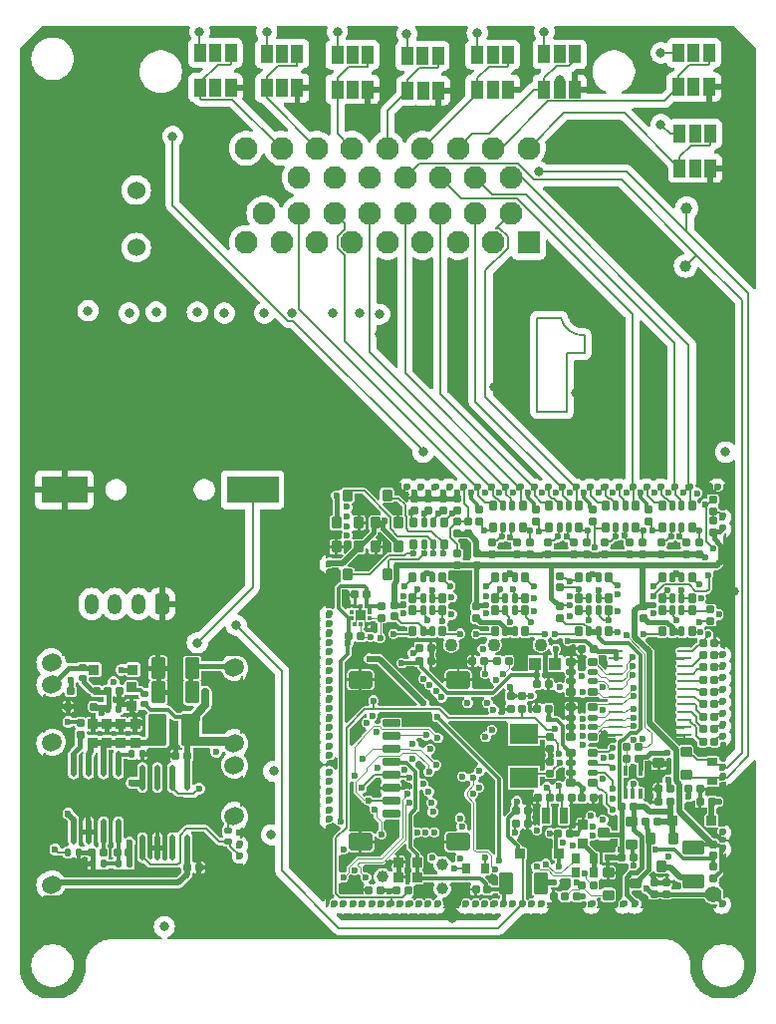
<source format=gbl>
G75*
G70*
%OFA0B0*%
%FSLAX25Y25*%
%IPPOS*%
%LPD*%
%AMOC8*
5,1,8,0,0,1.08239X$1,22.5*
%
%AMM150*
21,1,0.025590,0.026380,-0.000000,-0.000000,90.000000*
21,1,0.020470,0.031500,-0.000000,-0.000000,90.000000*
1,1,0.005120,0.013190,0.010240*
1,1,0.005120,0.013190,-0.010240*
1,1,0.005120,-0.013190,-0.010240*
1,1,0.005120,-0.013190,0.010240*
%
%AMM151*
21,1,0.017720,0.027950,-0.000000,-0.000000,90.000000*
21,1,0.014170,0.031500,-0.000000,-0.000000,90.000000*
1,1,0.003540,0.013980,0.007090*
1,1,0.003540,0.013980,-0.007090*
1,1,0.003540,-0.013980,-0.007090*
1,1,0.003540,-0.013980,0.007090*
%
%AMM154*
21,1,0.027560,0.018900,-0.000000,-0.000000,270.000000*
21,1,0.022840,0.023620,-0.000000,-0.000000,270.000000*
1,1,0.004720,-0.009450,-0.011420*
1,1,0.004720,-0.009450,0.011420*
1,1,0.004720,0.009450,0.011420*
1,1,0.004720,0.009450,-0.011420*
%
%AMM156*
21,1,0.027560,0.018900,-0.000000,-0.000000,0.000000*
21,1,0.022840,0.023620,-0.000000,-0.000000,0.000000*
1,1,0.004720,0.011420,-0.009450*
1,1,0.004720,-0.011420,-0.009450*
1,1,0.004720,-0.011420,0.009450*
1,1,0.004720,0.011420,0.009450*
%
%AMM158*
21,1,0.035430,0.030320,-0.000000,-0.000000,90.000000*
21,1,0.028350,0.037400,-0.000000,-0.000000,90.000000*
1,1,0.007090,0.015160,0.014170*
1,1,0.007090,0.015160,-0.014170*
1,1,0.007090,-0.015160,-0.014170*
1,1,0.007090,-0.015160,0.014170*
%
%AMM161*
21,1,0.027560,0.030710,-0.000000,-0.000000,180.000000*
21,1,0.022050,0.036220,-0.000000,-0.000000,180.000000*
1,1,0.005510,-0.011020,0.015350*
1,1,0.005510,0.011020,0.015350*
1,1,0.005510,0.011020,-0.015350*
1,1,0.005510,-0.011020,-0.015350*
%
%AMM182*
21,1,0.033470,0.026770,-0.000000,-0.000000,270.000000*
21,1,0.026770,0.033470,-0.000000,-0.000000,270.000000*
1,1,0.006690,-0.013390,-0.013390*
1,1,0.006690,-0.013390,0.013390*
1,1,0.006690,0.013390,0.013390*
1,1,0.006690,0.013390,-0.013390*
%
%AMM183*
21,1,0.025590,0.026380,-0.000000,-0.000000,180.000000*
21,1,0.020470,0.031500,-0.000000,-0.000000,180.000000*
1,1,0.005120,-0.010240,0.013190*
1,1,0.005120,0.010240,0.013190*
1,1,0.005120,0.010240,-0.013190*
1,1,0.005120,-0.010240,-0.013190*
%
%AMM184*
21,1,0.017720,0.027950,-0.000000,-0.000000,180.000000*
21,1,0.014170,0.031500,-0.000000,-0.000000,180.000000*
1,1,0.003540,-0.007090,0.013980*
1,1,0.003540,0.007090,0.013980*
1,1,0.003540,0.007090,-0.013980*
1,1,0.003540,-0.007090,-0.013980*
%
%AMM185*
21,1,0.033470,0.026770,-0.000000,-0.000000,180.000000*
21,1,0.026770,0.033470,-0.000000,-0.000000,180.000000*
1,1,0.006690,-0.013390,0.013390*
1,1,0.006690,0.013390,0.013390*
1,1,0.006690,0.013390,-0.013390*
1,1,0.006690,-0.013390,-0.013390*
%
%AMM186*
21,1,0.078740,0.045670,-0.000000,-0.000000,0.000000*
21,1,0.067320,0.057090,-0.000000,-0.000000,0.000000*
1,1,0.011420,0.033660,-0.022840*
1,1,0.011420,-0.033660,-0.022840*
1,1,0.011420,-0.033660,0.022840*
1,1,0.011420,0.033660,0.022840*
%
%AMM187*
21,1,0.059060,0.020470,-0.000000,-0.000000,0.000000*
21,1,0.053940,0.025590,-0.000000,-0.000000,0.000000*
1,1,0.005120,0.026970,-0.010240*
1,1,0.005120,-0.026970,-0.010240*
1,1,0.005120,-0.026970,0.010240*
1,1,0.005120,0.026970,0.010240*
%
%AMM188*
21,1,0.035430,0.030320,-0.000000,-0.000000,0.000000*
21,1,0.028350,0.037400,-0.000000,-0.000000,0.000000*
1,1,0.007090,0.014170,-0.015160*
1,1,0.007090,-0.014170,-0.015160*
1,1,0.007090,-0.014170,0.015160*
1,1,0.007090,0.014170,0.015160*
%
%AMM189*
21,1,0.012600,0.028980,-0.000000,-0.000000,0.000000*
21,1,0.010080,0.031500,-0.000000,-0.000000,0.000000*
1,1,0.002520,0.005040,-0.014490*
1,1,0.002520,-0.005040,-0.014490*
1,1,0.002520,-0.005040,0.014490*
1,1,0.002520,0.005040,0.014490*
%
%AMM190*
21,1,0.070870,0.036220,-0.000000,-0.000000,180.000000*
21,1,0.061810,0.045280,-0.000000,-0.000000,180.000000*
1,1,0.009060,-0.030910,0.018110*
1,1,0.009060,0.030910,0.018110*
1,1,0.009060,0.030910,-0.018110*
1,1,0.009060,-0.030910,-0.018110*
%
%AMM191*
21,1,0.035830,0.026770,-0.000000,-0.000000,180.000000*
21,1,0.029130,0.033470,-0.000000,-0.000000,180.000000*
1,1,0.006690,-0.014570,0.013390*
1,1,0.006690,0.014570,0.013390*
1,1,0.006690,0.014570,-0.013390*
1,1,0.006690,-0.014570,-0.013390*
%
%AMM192*
21,1,0.027560,0.049610,-0.000000,-0.000000,180.000000*
21,1,0.022050,0.055120,-0.000000,-0.000000,180.000000*
1,1,0.005510,-0.011020,0.024800*
1,1,0.005510,0.011020,0.024800*
1,1,0.005510,0.011020,-0.024800*
1,1,0.005510,-0.011020,-0.024800*
%
%AMM193*
21,1,0.070870,0.036220,-0.000000,-0.000000,270.000000*
21,1,0.061810,0.045280,-0.000000,-0.000000,270.000000*
1,1,0.009060,-0.018110,-0.030910*
1,1,0.009060,-0.018110,0.030910*
1,1,0.009060,0.018110,0.030910*
1,1,0.009060,0.018110,-0.030910*
%
%AMM194*
21,1,0.027560,0.030710,-0.000000,-0.000000,270.000000*
21,1,0.022050,0.036220,-0.000000,-0.000000,270.000000*
1,1,0.005510,-0.015350,-0.011020*
1,1,0.005510,-0.015350,0.011020*
1,1,0.005510,0.015350,0.011020*
1,1,0.005510,0.015350,-0.011020*
%
%AMM42*
21,1,0.035830,0.026770,0.000000,0.000000,0.000000*
21,1,0.029130,0.033470,0.000000,0.000000,0.000000*
1,1,0.006690,0.014570,-0.013390*
1,1,0.006690,-0.014570,-0.013390*
1,1,0.006690,-0.014570,0.013390*
1,1,0.006690,0.014570,0.013390*
%
%AMM44*
21,1,0.070870,0.036220,0.000000,0.000000,90.000000*
21,1,0.061810,0.045280,0.000000,0.000000,90.000000*
1,1,0.009060,0.018110,0.030910*
1,1,0.009060,0.018110,-0.030910*
1,1,0.009060,-0.018110,-0.030910*
1,1,0.009060,-0.018110,0.030910*
%
%AMM66*
21,1,0.023620,0.018900,0.000000,0.000000,90.000000*
21,1,0.018900,0.023620,0.000000,0.000000,90.000000*
1,1,0.004720,0.009450,0.009450*
1,1,0.004720,0.009450,-0.009450*
1,1,0.004720,-0.009450,-0.009450*
1,1,0.004720,-0.009450,0.009450*
%
%AMM67*
21,1,0.019680,0.019680,0.000000,0.000000,0.000000*
21,1,0.015750,0.023620,0.000000,0.000000,0.000000*
1,1,0.003940,0.007870,-0.009840*
1,1,0.003940,-0.007870,-0.009840*
1,1,0.003940,-0.007870,0.009840*
1,1,0.003940,0.007870,0.009840*
%
%AMM68*
21,1,0.019680,0.019680,0.000000,0.000000,270.000000*
21,1,0.015750,0.023620,0.000000,0.000000,270.000000*
1,1,0.003940,-0.009840,-0.007870*
1,1,0.003940,-0.009840,0.007870*
1,1,0.003940,0.009840,0.007870*
1,1,0.003940,0.009840,-0.007870*
%
%AMM82*
21,1,0.106300,0.050390,0.000000,0.000000,90.000000*
21,1,0.093700,0.062990,0.000000,0.000000,90.000000*
1,1,0.012600,0.025200,0.046850*
1,1,0.012600,0.025200,-0.046850*
1,1,0.012600,-0.025200,-0.046850*
1,1,0.012600,-0.025200,0.046850*
%
%AMM83*
21,1,0.033470,0.026770,0.000000,0.000000,270.000000*
21,1,0.026770,0.033470,0.000000,0.000000,270.000000*
1,1,0.006690,-0.013390,-0.013390*
1,1,0.006690,-0.013390,0.013390*
1,1,0.006690,0.013390,0.013390*
1,1,0.006690,0.013390,-0.013390*
%
%AMM84*
21,1,0.023620,0.018900,0.000000,0.000000,180.000000*
21,1,0.018900,0.023620,0.000000,0.000000,180.000000*
1,1,0.004720,-0.009450,0.009450*
1,1,0.004720,0.009450,0.009450*
1,1,0.004720,0.009450,-0.009450*
1,1,0.004720,-0.009450,-0.009450*
%
%AMM85*
21,1,0.122050,0.075590,0.000000,0.000000,180.000000*
21,1,0.103150,0.094490,0.000000,0.000000,180.000000*
1,1,0.018900,-0.051580,0.037800*
1,1,0.018900,0.051580,0.037800*
1,1,0.018900,0.051580,-0.037800*
1,1,0.018900,-0.051580,-0.037800*
%
%AMM86*
21,1,0.118110,0.083460,0.000000,0.000000,0.000000*
21,1,0.097240,0.104330,0.000000,0.000000,0.000000*
1,1,0.020870,0.048620,-0.041730*
1,1,0.020870,-0.048620,-0.041730*
1,1,0.020870,-0.048620,0.041730*
1,1,0.020870,0.048620,0.041730*
%
%ADD10O,0.04724X0.06890*%
%ADD11C,0.03937*%
%ADD12R,0.07677X0.07677*%
%ADD121R,0.01378X0.01476*%
%ADD122R,0.01968X0.01968*%
%ADD124O,0.04961X0.00984*%
%ADD126M42*%
%ADD127R,0.09449X0.06693*%
%ADD128R,0.01476X0.01378*%
%ADD13C,0.07677*%
%ADD130R,0.03937X0.04331*%
%ADD131M44*%
%ADD15C,0.05906*%
%ADD159M66*%
%ADD16C,0.02362*%
%ADD160M67*%
%ADD161M68*%
%ADD162O,0.00787X0.40158*%
%ADD163C,0.02756*%
%ADD17O,0.00787X0.12992*%
%ADD179M82*%
%ADD18O,0.00787X0.40157*%
%ADD180M83*%
%ADD181M84*%
%ADD182O,0.01968X0.08661*%
%ADD183M85*%
%ADD184M86*%
%ADD19O,0.00787X0.01181*%
%ADD20O,0.66929X0.00787*%
%ADD21O,0.60630X0.00787*%
%ADD22O,0.00787X0.18898*%
%ADD23O,0.00787X0.10236*%
%ADD24O,0.00787X0.03937*%
%ADD25O,0.00787X0.05906*%
%ADD26R,0.00787X0.14567*%
%ADD269M150*%
%ADD27R,0.00787X0.01575*%
%ADD270M151*%
%ADD273M154*%
%ADD275M156*%
%ADD277M158*%
%ADD28R,0.00787X0.06299*%
%ADD280M161*%
%ADD29R,0.00787X0.38189*%
%ADD30R,0.00787X0.09055*%
%ADD301M182*%
%ADD302M183*%
%ADD303M184*%
%ADD304M185*%
%ADD305M186*%
%ADD306M187*%
%ADD307M188*%
%ADD308M189*%
%ADD309M190*%
%ADD31R,0.05512X0.00787*%
%ADD310M191*%
%ADD311M192*%
%ADD312M193*%
%ADD313M194*%
%ADD32R,0.25197X0.00787*%
%ADD33R,0.06693X0.00787*%
%ADD34R,0.12992X0.00787*%
%ADD35R,0.00787X0.27559*%
%ADD36R,0.00787X0.12992*%
%ADD37R,0.00787X0.24803*%
%ADD38C,0.06000*%
%ADD39C,0.03150*%
%ADD40C,0.00787*%
%ADD44C,0.00984*%
%ADD48C,0.01575*%
%ADD51C,0.00591*%
%ADD52R,0.03937X0.05906*%
%ADD53R,0.17323X0.09055*%
%ADD54R,0.15748X0.09055*%
%ADD55C,0.01968*%
%ADD79C,0.00492*%
%ADD80C,0.01181*%
%ADD81C,0.01260*%
%ADD82C,0.04331*%
%ADD83C,0.03900*%
%ADD84C,0.05512*%
X0000000Y0000000D02*
%LPD*%
G01*
D40*
X0173994Y0228377D02*
X0181868Y0228377D01*
X0173994Y0196880D02*
X0173994Y0228377D01*
X0183837Y0216566D02*
X0183837Y0196880D01*
X0183837Y0196880D02*
X0173994Y0196880D01*
X0189742Y0216566D02*
X0183837Y0216566D01*
X0189742Y0216566D02*
X0189742Y0222471D01*
X0189742Y0222471D02*
G75*
G02*
X0181868Y0228377I-000309J0007791D01*
G01*
G36*
G01*
X0050787Y0135137D02*
X0050787Y0130216D01*
G75*
G02*
X0049803Y0129232I-000984J0000000D01*
G01*
X0047047Y0129232D01*
G75*
G02*
X0046063Y0130216I0000000J0000984D01*
G01*
X0046063Y0135137D01*
G75*
G02*
X0047047Y0136122I0000984J0000000D01*
G01*
X0049803Y0136122D01*
G75*
G02*
X0050787Y0135137I0000000J-000984D01*
G01*
G37*
D10*
X0040551Y0132677D03*
X0032677Y0132677D03*
X0024803Y0132677D03*
D12*
X0171063Y0253543D03*
D13*
X0159252Y0253543D03*
X0147441Y0253543D03*
X0135630Y0253543D03*
X0123819Y0253543D03*
X0112008Y0253543D03*
X0100197Y0253543D03*
X0088386Y0253543D03*
X0076575Y0253543D03*
X0165157Y0263386D03*
X0153346Y0263386D03*
X0141535Y0263386D03*
X0129724Y0263386D03*
X0117913Y0263386D03*
X0106102Y0263386D03*
X0094291Y0263386D03*
X0082480Y0263386D03*
X0165157Y0275197D03*
X0153346Y0275197D03*
X0141535Y0275197D03*
X0129724Y0275197D03*
X0117913Y0275197D03*
X0106102Y0275197D03*
X0094291Y0275197D03*
X0082480Y0275197D03*
X0171063Y0285039D03*
X0159252Y0285039D03*
X0147441Y0285039D03*
X0135630Y0285039D03*
X0123819Y0285039D03*
X0112008Y0285039D03*
X0100197Y0285039D03*
X0088386Y0285039D03*
X0076575Y0285039D03*
D15*
X0072342Y0111122D03*
X0072342Y0085925D03*
X0072342Y0078445D03*
X0072342Y0061515D03*
D16*
X0074114Y0052067D03*
X0074114Y0048130D03*
D17*
X0008760Y0095964D03*
D18*
X0008760Y0062500D03*
D19*
X0008760Y0034547D03*
D20*
X0041830Y0034350D03*
D21*
X0044980Y0115452D03*
D15*
X0072342Y0036909D03*
D19*
X0074901Y0115256D03*
D22*
X0074901Y0098720D03*
D23*
X0074901Y0069783D03*
D24*
X0074901Y0056004D03*
D25*
X0074901Y0043012D03*
D15*
X0011319Y0112893D03*
X0011319Y0105610D03*
X0011319Y0086122D03*
X0011319Y0038681D03*
D16*
X0104232Y0145964D03*
X0104232Y0129035D03*
X0104232Y0125886D03*
X0104232Y0122736D03*
X0104232Y0119586D03*
X0104232Y0116437D03*
X0104232Y0113287D03*
X0104232Y0110138D03*
X0104232Y0106988D03*
X0104232Y0103838D03*
X0104232Y0100689D03*
X0104232Y0097539D03*
X0104232Y0094389D03*
X0104232Y0091240D03*
X0104232Y0088090D03*
X0104232Y0084941D03*
X0104232Y0081791D03*
X0104232Y0076279D03*
X0104232Y0073130D03*
X0104232Y0069980D03*
X0104232Y0066830D03*
X0104232Y0063681D03*
X0104232Y0060531D03*
D26*
X0236515Y0041437D03*
D27*
X0236515Y0053445D03*
D26*
X0236515Y0065453D03*
D28*
X0236515Y0082972D03*
D29*
X0236515Y0136712D03*
D30*
X0236515Y0168208D03*
D31*
X0229429Y0172342D03*
D32*
X0221161Y0031397D03*
D33*
X0197342Y0031397D03*
D34*
X0183563Y0031397D03*
D31*
X0145177Y0031397D03*
D32*
X0115649Y0172342D03*
D35*
X0103445Y0044783D03*
D27*
X0103445Y0079035D03*
D36*
X0103445Y0137500D03*
D37*
X0103445Y0160334D03*
D16*
X0105807Y0032185D03*
X0108956Y0032185D03*
X0112106Y0032185D03*
X0115256Y0032185D03*
X0118405Y0032185D03*
X0121555Y0032185D03*
X0124704Y0032185D03*
X0127854Y0032185D03*
X0131004Y0032185D03*
X0134153Y0032185D03*
X0137303Y0032185D03*
X0140452Y0032185D03*
X0149901Y0032185D03*
X0153051Y0032185D03*
X0156200Y0032185D03*
X0159350Y0032185D03*
X0162500Y0032185D03*
X0165649Y0032185D03*
X0168799Y0032185D03*
X0171949Y0032185D03*
X0175098Y0032185D03*
X0192027Y0032185D03*
X0202657Y0032185D03*
X0206594Y0032185D03*
X0235728Y0032185D03*
X0130216Y0171555D03*
X0134941Y0171555D03*
X0139665Y0171555D03*
X0144389Y0171555D03*
X0149114Y0171555D03*
X0153838Y0171555D03*
X0158563Y0171555D03*
X0163287Y0171555D03*
X0168011Y0171555D03*
X0172736Y0171555D03*
X0177460Y0171555D03*
X0182185Y0171555D03*
X0186909Y0171555D03*
X0191634Y0171555D03*
X0196358Y0171555D03*
X0201082Y0171555D03*
X0205807Y0171555D03*
X0210531Y0171555D03*
X0215256Y0171555D03*
X0219980Y0171555D03*
X0224704Y0171555D03*
X0234153Y0171555D03*
X0235728Y0161712D03*
X0235728Y0157775D03*
X0235728Y0115649D03*
X0235728Y0111712D03*
X0235728Y0107775D03*
X0235728Y0103838D03*
X0235728Y0099901D03*
X0235728Y0095964D03*
X0235728Y0092027D03*
X0235728Y0088090D03*
X0235728Y0077854D03*
X0235728Y0074704D03*
X0235728Y0056201D03*
X0235728Y0050689D03*
D38*
X0039763Y0271063D03*
X0039763Y0251771D03*
D52*
X0093700Y0305118D03*
X0088582Y0305118D03*
X0083464Y0305118D03*
D53*
X0078740Y0170866D03*
D54*
X0015748Y0170866D03*
D52*
X0093700Y0316653D03*
X0088582Y0316653D03*
X0083464Y0316653D03*
X0186614Y0304724D03*
X0181496Y0304724D03*
X0176378Y0304724D03*
X0231889Y0289882D03*
X0226771Y0289882D03*
X0221653Y0289882D03*
X0140748Y0315974D03*
X0135630Y0315974D03*
X0130512Y0315974D03*
X0231889Y0278346D03*
X0226771Y0278346D03*
X0221653Y0278346D03*
X0140945Y0304330D03*
X0135826Y0304330D03*
X0130708Y0304330D03*
D11*
X0224015Y0264960D03*
D52*
X0071456Y0316929D03*
X0066338Y0316929D03*
X0061220Y0316929D03*
X0071456Y0305344D03*
X0066338Y0305344D03*
X0061220Y0305344D03*
X0164173Y0316309D03*
X0159055Y0316309D03*
X0153937Y0316309D03*
X0164173Y0304724D03*
X0159055Y0304724D03*
X0153937Y0304724D03*
X0117323Y0304724D03*
X0112204Y0304724D03*
X0107086Y0304724D03*
X0186614Y0316427D03*
X0181496Y0316427D03*
X0176378Y0316427D03*
X0117323Y0316309D03*
X0112204Y0316309D03*
X0107086Y0316309D03*
X0231496Y0305512D03*
X0226378Y0305512D03*
X0221260Y0305512D03*
X0231496Y0316929D03*
X0226378Y0316929D03*
X0221260Y0316929D03*
D11*
X0223622Y0245669D03*
D39*
X0060236Y0119685D03*
X0090551Y0029527D03*
X0068504Y0183071D03*
X0185039Y0183858D03*
X0100000Y0305512D03*
X0241732Y0053543D03*
X0100000Y0079527D03*
X0099606Y0040551D03*
X0077165Y0308661D03*
X0200393Y0255118D03*
X0075197Y0268897D03*
X0099212Y0056299D03*
X0005118Y0078740D03*
X0005118Y0050393D03*
X0088189Y0181102D03*
X0207086Y0259842D03*
X0147244Y0316929D03*
X0145669Y0027559D03*
X0237795Y0297244D03*
X0178346Y0027165D03*
X0136220Y0209449D03*
X0067323Y0258267D03*
X0044488Y0279134D03*
X0053543Y0320866D03*
X0225590Y0239370D03*
X0072441Y0293700D03*
X0233464Y0267323D03*
X0129527Y0179134D03*
X0193700Y0262992D03*
X0159449Y0205118D03*
X0078346Y0089763D03*
X0075197Y0274803D03*
X0212598Y0177165D03*
X0096456Y0181889D03*
X0233071Y0297244D03*
X0112598Y0182283D03*
X0021653Y0030708D03*
X0231496Y0201181D03*
X0066535Y0030708D03*
X0170078Y0317323D03*
X0100000Y0315748D03*
X0078346Y0056299D03*
X0070472Y0268897D03*
X0077559Y0316929D03*
X0101181Y0139370D03*
X0048425Y0120866D03*
X0070472Y0274803D03*
X0065748Y0268897D03*
X0146456Y0226771D03*
X0147244Y0207480D03*
X0060630Y0134252D03*
X0065748Y0274803D03*
X0049212Y0181889D03*
X0081496Y0069291D03*
X0121260Y0222834D03*
X0005118Y0044488D03*
X0005118Y0072441D03*
X0239763Y0137008D03*
X0194094Y0318897D03*
X0055118Y0296850D03*
X0124015Y0315748D03*
X0166929Y0209055D03*
X0210236Y0305512D03*
X0028740Y0314567D03*
X0187008Y0203149D03*
X0121260Y0229527D03*
X0046456Y0230315D03*
X0037401Y0229921D03*
X0023622Y0230708D03*
X0069291Y0229921D03*
X0082677Y0229921D03*
X0060236Y0230315D03*
X0114567Y0229921D03*
X0091732Y0229921D03*
X0105512Y0229921D03*
X0073228Y0125590D03*
X0051968Y0288976D03*
X0135826Y0183464D03*
X0237008Y0183464D03*
X0085826Y0076771D03*
X0085039Y0055512D03*
X0174409Y0277165D03*
X0083464Y0324015D03*
X0176378Y0324015D03*
X0215354Y0292913D03*
X0130315Y0323228D03*
X0107086Y0324015D03*
X0061023Y0324015D03*
X0153937Y0323622D03*
X0215354Y0316929D03*
X0049212Y0024803D03*
X0135826Y0316141D03*
X0112204Y0316535D03*
X0088582Y0316929D03*
X0066535Y0316929D03*
X0226771Y0290157D03*
X0226378Y0316929D03*
X0181496Y0316535D03*
X0159055Y0316141D03*
X0135826Y0304330D03*
X0112204Y0304724D03*
X0088582Y0305118D03*
X0066535Y0305512D03*
X0226771Y0278346D03*
X0226378Y0305512D03*
X0181496Y0307874D03*
X0159055Y0304330D03*
D40*
X0078740Y0138189D02*
X0060236Y0119685D01*
X0078740Y0170866D02*
X0078740Y0138189D01*
X0241634Y0053445D02*
X0241732Y0053543D01*
X0103445Y0079035D02*
X0100492Y0079035D01*
X0236515Y0053445D02*
X0241634Y0053445D01*
X0100492Y0079035D02*
X0100000Y0079527D01*
X0005118Y0078740D02*
X0005118Y0092323D01*
X0005118Y0092323D02*
X0008760Y0095964D01*
X0073228Y0125590D02*
X0088582Y0110236D01*
X0107677Y0024409D02*
X0161023Y0024409D01*
X0161023Y0024409D02*
X0168799Y0032185D01*
X0088582Y0043504D02*
X0107677Y0024409D01*
X0088582Y0110236D02*
X0088582Y0043504D01*
X0051968Y0266066D02*
X0090672Y0227362D01*
X0051968Y0288976D02*
X0051968Y0266066D01*
X0135826Y0183858D02*
X0135826Y0183464D01*
X0092323Y0227362D02*
X0135826Y0183858D01*
X0090672Y0227362D02*
X0092323Y0227362D01*
X0094291Y0263386D02*
X0094291Y0231102D01*
X0094291Y0231102D02*
X0153838Y0171555D01*
X0109449Y0257804D02*
X0107185Y0255541D01*
X0106102Y0263386D02*
X0109449Y0260039D01*
X0109449Y0249282D02*
X0109449Y0220669D01*
X0107185Y0255541D02*
X0107185Y0251545D01*
X0109449Y0260039D02*
X0109449Y0257804D01*
X0109449Y0220669D02*
X0158563Y0171555D01*
X0107185Y0251545D02*
X0109449Y0249282D01*
X0117913Y0263386D02*
X0117913Y0216929D01*
X0117913Y0216929D02*
X0163287Y0171555D01*
X0129724Y0209842D02*
X0168011Y0171555D01*
X0129724Y0263386D02*
X0129724Y0209842D01*
X0141535Y0263386D02*
X0141535Y0202756D01*
X0141535Y0202756D02*
X0172736Y0171555D01*
X0153346Y0263386D02*
X0153346Y0200393D01*
X0153346Y0200393D02*
X0182185Y0171555D01*
X0164075Y0255541D02*
X0164075Y0251545D01*
X0160137Y0258366D02*
X0161249Y0258366D01*
X0164075Y0251545D02*
X0156693Y0244163D01*
X0165157Y0263386D02*
X0160137Y0258366D01*
X0156693Y0201771D02*
X0186909Y0171555D01*
X0161249Y0258366D02*
X0164075Y0255541D01*
X0156693Y0244163D02*
X0156693Y0201771D01*
X0141535Y0275197D02*
X0148523Y0268208D01*
X0205807Y0229556D02*
X0205807Y0171555D01*
X0167155Y0268208D02*
X0205807Y0229556D01*
X0148523Y0268208D02*
X0167155Y0268208D01*
X0170177Y0269586D02*
X0219980Y0219783D01*
X0158956Y0269586D02*
X0170177Y0269586D01*
X0153346Y0275197D02*
X0158956Y0269586D01*
X0219980Y0219783D02*
X0219980Y0171555D01*
X0224704Y0219389D02*
X0224704Y0171555D01*
X0168897Y0275197D02*
X0224704Y0219389D01*
X0165157Y0275197D02*
X0168897Y0275197D01*
X0227362Y0249409D02*
X0202165Y0274606D01*
X0242519Y0234252D02*
X0227362Y0249409D01*
X0223622Y0245669D02*
X0227362Y0249409D01*
X0202165Y0274606D02*
X0172993Y0274606D01*
X0172993Y0274606D02*
X0167580Y0280019D01*
X0235728Y0077854D02*
X0237398Y0077854D01*
X0242519Y0082975D02*
X0242519Y0234252D01*
X0134547Y0280019D02*
X0129724Y0275197D01*
X0167580Y0280019D02*
X0134547Y0280019D01*
X0237398Y0077854D02*
X0242519Y0082975D01*
X0224015Y0264960D02*
X0224015Y0257874D01*
X0174409Y0277165D02*
X0203937Y0277165D01*
X0237398Y0074704D02*
X0235728Y0074704D01*
X0223622Y0257480D02*
X0244488Y0236614D01*
X0224015Y0257874D02*
X0223622Y0257480D01*
X0203937Y0277165D02*
X0223622Y0257480D01*
X0244488Y0236614D02*
X0244488Y0081794D01*
X0244488Y0081794D02*
X0237398Y0074704D01*
X0130512Y0323031D02*
X0130315Y0323228D01*
X0221653Y0289882D02*
X0218386Y0289882D01*
X0130512Y0315974D02*
X0130512Y0323031D01*
X0061023Y0324015D02*
X0061023Y0317126D01*
X0176378Y0316427D02*
X0176378Y0324015D01*
X0107086Y0316309D02*
X0107086Y0324015D01*
X0221260Y0316929D02*
X0215354Y0316929D01*
X0218386Y0289882D02*
X0215354Y0292913D01*
X0061023Y0317126D02*
X0061220Y0316929D01*
X0153937Y0316309D02*
X0153937Y0323622D01*
X0083464Y0316653D02*
X0083464Y0324015D01*
X0181496Y0304724D02*
X0181496Y0307874D01*
X0140551Y0312037D02*
X0140748Y0312234D01*
X0134675Y0312037D02*
X0140551Y0312037D01*
X0123819Y0285039D02*
X0123819Y0297441D01*
X0130708Y0304330D02*
X0130708Y0308071D01*
X0140748Y0312234D02*
X0140748Y0315974D01*
X0123819Y0297441D02*
X0130708Y0304330D01*
X0130708Y0308071D02*
X0134675Y0312037D01*
X0107086Y0289960D02*
X0107086Y0304724D01*
X0112008Y0285039D02*
X0107086Y0289960D01*
X0110994Y0312372D02*
X0117126Y0312372D01*
X0107086Y0304724D02*
X0107086Y0308464D01*
X0117323Y0312569D02*
X0117323Y0316309D01*
X0117126Y0312372D02*
X0117323Y0312569D01*
X0107086Y0308464D02*
X0110994Y0312372D01*
X0083464Y0301771D02*
X0083464Y0305118D01*
X0087323Y0312716D02*
X0093504Y0312716D01*
X0083464Y0308858D02*
X0087323Y0312716D01*
X0093504Y0312716D02*
X0093700Y0312913D01*
X0100197Y0285039D02*
X0083464Y0301771D01*
X0093700Y0312913D02*
X0093700Y0316653D01*
X0083464Y0305118D02*
X0083464Y0308858D01*
X0061417Y0301407D02*
X0061220Y0301604D01*
X0061220Y0307116D02*
X0067096Y0312992D01*
X0072017Y0301407D02*
X0061417Y0301407D01*
X0061220Y0305344D02*
X0061220Y0307116D01*
X0088386Y0285039D02*
X0072017Y0301407D01*
X0061220Y0301604D02*
X0061220Y0305344D01*
X0067096Y0312992D02*
X0071260Y0312992D01*
X0071456Y0313189D02*
X0071456Y0316929D01*
X0071260Y0312992D02*
X0071456Y0313189D01*
X0221653Y0282086D02*
X0225512Y0285945D01*
X0203149Y0296850D02*
X0221653Y0278346D01*
X0225512Y0285945D02*
X0231693Y0285945D01*
X0171063Y0285039D02*
X0182874Y0296850D01*
X0221653Y0278346D02*
X0221653Y0282086D01*
X0182874Y0296850D02*
X0203149Y0296850D01*
X0231889Y0286141D02*
X0231889Y0289882D01*
X0231693Y0285945D02*
X0231889Y0286141D01*
X0177559Y0300787D02*
X0216535Y0300787D01*
X0221260Y0305512D02*
X0221260Y0309252D01*
X0159252Y0285039D02*
X0161811Y0285039D01*
X0231299Y0312992D02*
X0231496Y0313189D01*
X0221260Y0309252D02*
X0225000Y0312992D01*
X0225000Y0312992D02*
X0231299Y0312992D01*
X0216535Y0300787D02*
X0221260Y0305512D01*
X0161811Y0285039D02*
X0177559Y0300787D01*
X0231496Y0313189D02*
X0231496Y0316929D01*
X0147441Y0285039D02*
X0152263Y0289862D01*
X0176378Y0308464D02*
X0180403Y0312490D01*
X0157972Y0289862D02*
X0172834Y0304724D01*
X0176378Y0304724D02*
X0176378Y0308464D01*
X0172834Y0304724D02*
X0176378Y0304724D01*
X0180403Y0312490D02*
X0184537Y0312490D01*
X0152263Y0289862D02*
X0157972Y0289862D01*
X0184537Y0312490D02*
X0186614Y0314567D01*
X0186614Y0314567D02*
X0186614Y0316427D01*
X0153937Y0308464D02*
X0157844Y0312372D01*
X0153937Y0303346D02*
X0153937Y0304724D01*
X0163976Y0312372D02*
X0164173Y0312569D01*
X0135630Y0285039D02*
X0153937Y0303346D01*
X0153937Y0304724D02*
X0153937Y0308464D01*
X0164173Y0312569D02*
X0164173Y0316309D01*
X0157844Y0312372D02*
X0163976Y0312372D01*
G36*
X0057527Y0325904D02*
G01*
X0057707Y0325697D01*
X0057746Y0325424D01*
X0057727Y0325343D01*
X0057721Y0325323D01*
X0057536Y0324757D01*
X0057459Y0324015D01*
X0057536Y0323274D01*
X0057536Y0323274D01*
X0057767Y0322566D01*
X0057767Y0322566D01*
X0058088Y0322009D01*
X0058153Y0321742D01*
X0058063Y0321482D01*
X0057958Y0321374D01*
X0057896Y0321328D01*
X0057844Y0321289D01*
X0057844Y0321289D01*
X0057844Y0321289D01*
X0057504Y0320836D01*
X0057504Y0320836D01*
X0057306Y0320305D01*
X0057281Y0320070D01*
X0057281Y0320070D01*
X0057281Y0320070D01*
X0057281Y0313788D01*
X0057281Y0313788D01*
X0057306Y0313553D01*
X0057504Y0313022D01*
X0057504Y0313022D01*
X0057844Y0312568D01*
X0057844Y0312568D01*
X0058298Y0312229D01*
X0058298Y0312229D01*
X0058829Y0312031D01*
X0058829Y0312031D01*
X0058856Y0312028D01*
X0059063Y0312006D01*
X0061588Y0312006D01*
X0061852Y0311928D01*
X0062032Y0311720D01*
X0062071Y0311448D01*
X0061957Y0311198D01*
X0061933Y0311172D01*
X0061171Y0310410D01*
X0060930Y0310279D01*
X0060826Y0310267D01*
X0059063Y0310267D01*
X0059063Y0310267D01*
X0058829Y0310242D01*
X0058298Y0310044D01*
X0058298Y0310044D01*
X0057844Y0309705D01*
X0057844Y0309705D01*
X0057504Y0309251D01*
X0057504Y0309251D01*
X0057306Y0308720D01*
X0057281Y0308485D01*
X0057281Y0308485D01*
X0057281Y0302203D01*
X0057281Y0302203D01*
X0057306Y0301968D01*
X0057504Y0301437D01*
X0057504Y0301437D01*
X0057844Y0300984D01*
X0057844Y0300984D01*
X0058298Y0300644D01*
X0058298Y0300644D01*
X0058829Y0300446D01*
X0058829Y0300446D01*
X0058934Y0300435D01*
X0059188Y0300330D01*
X0059305Y0300194D01*
X0059328Y0300152D01*
X0059328Y0300152D01*
X0059328Y0300152D01*
X0059525Y0299956D01*
X0059655Y0299826D01*
X0059965Y0299515D01*
X0059965Y0299515D01*
X0059965Y0299515D01*
X0060504Y0299204D01*
X0060504Y0299204D01*
X0061106Y0299043D01*
X0061106Y0299043D01*
X0061758Y0299043D01*
X0061758Y0299043D01*
X0070836Y0299043D01*
X0071100Y0298966D01*
X0071181Y0298900D01*
X0078624Y0291457D01*
X0078756Y0291216D01*
X0078736Y0290941D01*
X0078571Y0290721D01*
X0078314Y0290625D01*
X0078120Y0290650D01*
X0078005Y0290690D01*
X0077365Y0290797D01*
X0077056Y0290848D01*
X0076093Y0290848D01*
X0075903Y0290816D01*
X0075144Y0290690D01*
X0074233Y0290377D01*
X0074233Y0290377D01*
X0073386Y0289919D01*
X0073386Y0289919D01*
X0072627Y0289328D01*
X0072627Y0289328D01*
X0071975Y0288619D01*
X0071448Y0287813D01*
X0071061Y0286932D01*
X0070825Y0285999D01*
X0070825Y0285998D01*
X0070746Y0285039D01*
X0070746Y0285039D01*
X0070825Y0284080D01*
X0070825Y0284080D01*
X0071061Y0283146D01*
X0071448Y0282265D01*
X0071975Y0281459D01*
X0072627Y0280751D01*
X0072627Y0280751D01*
X0073386Y0280159D01*
X0073386Y0280159D01*
X0074024Y0279814D01*
X0074233Y0279701D01*
X0074233Y0279701D01*
X0075144Y0279388D01*
X0075144Y0279388D01*
X0075144Y0279388D01*
X0076093Y0279230D01*
X0076093Y0279230D01*
X0077056Y0279230D01*
X0077056Y0279230D01*
X0078005Y0279388D01*
X0078916Y0279701D01*
X0079763Y0280159D01*
X0080522Y0280751D01*
X0081174Y0281459D01*
X0081701Y0282265D01*
X0082033Y0283022D01*
X0082210Y0283232D01*
X0082473Y0283314D01*
X0082738Y0283240D01*
X0082921Y0283035D01*
X0082927Y0283022D01*
X0083259Y0282265D01*
X0083786Y0281459D01*
X0084438Y0280751D01*
X0084438Y0280751D01*
X0085197Y0280159D01*
X0085197Y0280159D01*
X0085835Y0279814D01*
X0086044Y0279701D01*
X0086044Y0279701D01*
X0086955Y0279388D01*
X0086955Y0279388D01*
X0086955Y0279388D01*
X0087904Y0279230D01*
X0087904Y0279230D01*
X0088867Y0279230D01*
X0088867Y0279230D01*
X0089027Y0279257D01*
X0089300Y0279224D01*
X0089512Y0279048D01*
X0089595Y0278786D01*
X0089523Y0278521D01*
X0089516Y0278508D01*
X0089165Y0277971D01*
X0088778Y0277089D01*
X0088542Y0276156D01*
X0088542Y0276156D01*
X0088462Y0275197D01*
X0088462Y0275197D01*
X0088542Y0274237D01*
X0088542Y0274237D01*
X0088778Y0273304D01*
X0089165Y0272422D01*
X0089691Y0271616D01*
X0090201Y0271063D01*
X0090343Y0270908D01*
X0091103Y0270317D01*
X0091950Y0269859D01*
X0091950Y0269859D01*
X0092258Y0269753D01*
X0092482Y0269594D01*
X0092585Y0269339D01*
X0092534Y0269068D01*
X0092344Y0268869D01*
X0092258Y0268829D01*
X0091950Y0268724D01*
X0091950Y0268724D01*
X0091103Y0268265D01*
X0091103Y0268265D01*
X0090343Y0267674D01*
X0090343Y0267674D01*
X0089691Y0266966D01*
X0089165Y0266160D01*
X0088833Y0265403D01*
X0088656Y0265192D01*
X0088393Y0265111D01*
X0088128Y0265184D01*
X0087945Y0265390D01*
X0087938Y0265403D01*
X0087606Y0266160D01*
X0087080Y0266966D01*
X0086428Y0267674D01*
X0086428Y0267674D01*
X0085668Y0268265D01*
X0085668Y0268265D01*
X0084821Y0268724D01*
X0084821Y0268724D01*
X0083911Y0269036D01*
X0083199Y0269155D01*
X0082961Y0269195D01*
X0081999Y0269195D01*
X0081809Y0269163D01*
X0081049Y0269036D01*
X0080139Y0268724D01*
X0080139Y0268724D01*
X0079292Y0268265D01*
X0079292Y0268265D01*
X0078532Y0267674D01*
X0078532Y0267674D01*
X0077880Y0266966D01*
X0077354Y0266160D01*
X0076967Y0265278D01*
X0076731Y0264345D01*
X0076731Y0264345D01*
X0076651Y0263386D01*
X0076651Y0263386D01*
X0076731Y0262426D01*
X0076731Y0262426D01*
X0076967Y0261493D01*
X0077354Y0260611D01*
X0077705Y0260074D01*
X0077784Y0259811D01*
X0077709Y0259546D01*
X0077502Y0259364D01*
X0077230Y0259323D01*
X0077216Y0259325D01*
X0077056Y0259352D01*
X0077056Y0259352D01*
X0076093Y0259352D01*
X0075933Y0259325D01*
X0075144Y0259194D01*
X0074233Y0258881D01*
X0074233Y0258881D01*
X0073386Y0258423D01*
X0073386Y0258423D01*
X0072627Y0257832D01*
X0072627Y0257832D01*
X0071975Y0257123D01*
X0071448Y0256317D01*
X0071061Y0255436D01*
X0070825Y0254502D01*
X0070825Y0254502D01*
X0070746Y0253543D01*
X0070746Y0253543D01*
X0070825Y0252584D01*
X0070825Y0252584D01*
X0071061Y0251650D01*
X0071061Y0251650D01*
X0071061Y0251650D01*
X0071062Y0251649D01*
X0071062Y0251648D01*
X0071068Y0251631D01*
X0071064Y0251630D01*
X0071097Y0251376D01*
X0070979Y0251128D01*
X0070745Y0250982D01*
X0070470Y0250987D01*
X0070270Y0251108D01*
X0054475Y0266902D01*
X0054344Y0267143D01*
X0054332Y0267247D01*
X0054332Y0286116D01*
X0054410Y0286380D01*
X0054458Y0286443D01*
X0054852Y0286881D01*
X0055225Y0287526D01*
X0055455Y0288235D01*
X0055533Y0288976D01*
X0055455Y0289717D01*
X0055240Y0290378D01*
X0055225Y0290426D01*
X0055225Y0290426D01*
X0055225Y0290426D01*
X0054852Y0291071D01*
X0054354Y0291625D01*
X0054177Y0291754D01*
X0053751Y0292063D01*
X0053751Y0292063D01*
X0053070Y0292366D01*
X0053070Y0292366D01*
X0052468Y0292494D01*
X0052341Y0292521D01*
X0051596Y0292521D01*
X0051469Y0292494D01*
X0050867Y0292366D01*
X0050867Y0292366D01*
X0050186Y0292063D01*
X0050186Y0292063D01*
X0049583Y0291625D01*
X0049084Y0291071D01*
X0048712Y0290426D01*
X0048712Y0290426D01*
X0048481Y0289717D01*
X0048481Y0289717D01*
X0048403Y0288976D01*
X0048481Y0288235D01*
X0048481Y0288235D01*
X0048712Y0287526D01*
X0048712Y0287526D01*
X0049084Y0286881D01*
X0049479Y0286443D01*
X0049598Y0286195D01*
X0049604Y0286116D01*
X0049604Y0266407D01*
X0049604Y0266407D01*
X0049604Y0265754D01*
X0049604Y0265754D01*
X0049750Y0265211D01*
X0049765Y0265153D01*
X0049876Y0264960D01*
X0050076Y0264614D01*
X0050076Y0264614D01*
X0050544Y0264146D01*
X0050544Y0264146D01*
X0080947Y0233744D01*
X0081078Y0233502D01*
X0081059Y0233228D01*
X0080894Y0233008D01*
X0080888Y0233004D01*
X0080292Y0232570D01*
X0079793Y0232016D01*
X0079420Y0231371D01*
X0079420Y0231371D01*
X0079202Y0230700D01*
X0079190Y0230662D01*
X0079112Y0229921D01*
X0079190Y0229180D01*
X0079190Y0229180D01*
X0079420Y0228471D01*
X0079420Y0228471D01*
X0079793Y0227826D01*
X0080141Y0227439D01*
X0080292Y0227272D01*
X0080894Y0226834D01*
X0080894Y0226834D01*
X0081575Y0226531D01*
X0081575Y0226531D01*
X0082304Y0226376D01*
X0082304Y0226376D01*
X0083049Y0226376D01*
X0083049Y0226376D01*
X0083778Y0226531D01*
X0084459Y0226834D01*
X0085062Y0227272D01*
X0085561Y0227826D01*
X0085720Y0228101D01*
X0085919Y0228291D01*
X0086189Y0228343D01*
X0086445Y0228241D01*
X0086488Y0228202D01*
X0089220Y0225470D01*
X0089220Y0225470D01*
X0089220Y0225470D01*
X0089498Y0225310D01*
X0089759Y0225159D01*
X0090361Y0224998D01*
X0090361Y0224998D01*
X0091013Y0224998D01*
X0091013Y0224998D01*
X0091141Y0224998D01*
X0091405Y0224920D01*
X0091486Y0224855D01*
X0132156Y0184185D01*
X0132287Y0183944D01*
X0132296Y0183789D01*
X0132262Y0183464D01*
X0132340Y0182723D01*
X0132340Y0182723D01*
X0132570Y0182014D01*
X0132570Y0182014D01*
X0132570Y0182014D01*
X0132942Y0181369D01*
X0133366Y0180898D01*
X0133441Y0180815D01*
X0134044Y0180377D01*
X0134044Y0180377D01*
X0134725Y0180074D01*
X0134725Y0180074D01*
X0135454Y0179919D01*
X0135454Y0179919D01*
X0136199Y0179919D01*
X0136199Y0179919D01*
X0136928Y0180074D01*
X0137609Y0180377D01*
X0138212Y0180815D01*
X0138710Y0181369D01*
X0139083Y0182014D01*
X0139083Y0182014D01*
X0139088Y0182024D01*
X0139092Y0182029D01*
X0139096Y0182036D01*
X0139097Y0182036D01*
X0139266Y0182234D01*
X0139529Y0182314D01*
X0139794Y0182239D01*
X0139879Y0182171D01*
X0147243Y0174806D01*
X0147375Y0174565D01*
X0147355Y0174291D01*
X0147191Y0174070D01*
X0147158Y0174048D01*
X0147136Y0174034D01*
X0147136Y0174034D01*
X0147097Y0173995D01*
X0146855Y0173863D01*
X0146581Y0173883D01*
X0146406Y0173995D01*
X0146367Y0174034D01*
X0145766Y0174412D01*
X0145095Y0174647D01*
X0145095Y0174647D01*
X0144389Y0174726D01*
X0144389Y0174726D01*
X0143684Y0174647D01*
X0143684Y0174647D01*
X0143013Y0174412D01*
X0142412Y0174034D01*
X0142372Y0173995D01*
X0142131Y0173863D01*
X0141857Y0173883D01*
X0141682Y0173995D01*
X0141642Y0174034D01*
X0141041Y0174412D01*
X0140371Y0174647D01*
X0140371Y0174647D01*
X0139665Y0174726D01*
X0139665Y0174726D01*
X0138959Y0174647D01*
X0138959Y0174647D01*
X0138289Y0174412D01*
X0137688Y0174034D01*
X0137648Y0173995D01*
X0137407Y0173863D01*
X0137132Y0173883D01*
X0136958Y0173995D01*
X0136918Y0174034D01*
X0136317Y0174412D01*
X0135646Y0174647D01*
X0135646Y0174647D01*
X0134941Y0174726D01*
X0134941Y0174726D01*
X0134235Y0174647D01*
X0134235Y0174647D01*
X0133565Y0174412D01*
X0132963Y0174034D01*
X0132924Y0173995D01*
X0132682Y0173863D01*
X0132408Y0173883D01*
X0132233Y0173995D01*
X0132194Y0174034D01*
X0131592Y0174412D01*
X0130922Y0174647D01*
X0130922Y0174647D01*
X0130216Y0174726D01*
X0130216Y0174726D01*
X0129510Y0174647D01*
X0129510Y0174647D01*
X0128840Y0174412D01*
X0128239Y0174034D01*
X0127737Y0173532D01*
X0127359Y0172931D01*
X0127359Y0172931D01*
X0127267Y0172669D01*
X0127107Y0172446D01*
X0126851Y0172344D01*
X0126806Y0172342D01*
X0103445Y0172342D01*
X0103445Y0149374D01*
X0103367Y0149110D01*
X0103159Y0148930D01*
X0103118Y0148913D01*
X0102856Y0148822D01*
X0102856Y0148822D01*
X0102255Y0148444D01*
X0101752Y0147942D01*
X0101375Y0147340D01*
X0101140Y0146670D01*
X0101140Y0146670D01*
X0101060Y0145964D01*
X0101060Y0145964D01*
X0101140Y0145259D01*
X0101140Y0145259D01*
X0101375Y0144588D01*
X0101752Y0143987D01*
X0102255Y0143485D01*
X0102856Y0143107D01*
X0103118Y0143015D01*
X0103341Y0142855D01*
X0103443Y0142599D01*
X0103445Y0142554D01*
X0103445Y0132445D01*
X0103367Y0132181D01*
X0103159Y0132001D01*
X0103118Y0131984D01*
X0102856Y0131893D01*
X0102856Y0131893D01*
X0102255Y0131515D01*
X0101752Y0131013D01*
X0101375Y0130411D01*
X0101140Y0129741D01*
X0101140Y0129741D01*
X0101060Y0129035D01*
X0101060Y0129035D01*
X0101140Y0128329D01*
X0101140Y0128329D01*
X0101384Y0127633D01*
X0101375Y0127630D01*
X0101413Y0127401D01*
X0101380Y0127289D01*
X0101384Y0127288D01*
X0101140Y0126591D01*
X0101140Y0126591D01*
X0101060Y0125886D01*
X0101060Y0125886D01*
X0101140Y0125180D01*
X0101140Y0125180D01*
X0101384Y0124484D01*
X0101375Y0124481D01*
X0101413Y0124251D01*
X0101380Y0124139D01*
X0101384Y0124138D01*
X0101140Y0123442D01*
X0101140Y0123442D01*
X0101060Y0122736D01*
X0101060Y0122736D01*
X0101140Y0122030D01*
X0101140Y0122030D01*
X0101384Y0121334D01*
X0101375Y0121331D01*
X0101413Y0121102D01*
X0101380Y0120990D01*
X0101384Y0120988D01*
X0101140Y0120292D01*
X0101140Y0120292D01*
X0101060Y0119586D01*
X0101060Y0119586D01*
X0101140Y0118881D01*
X0101140Y0118881D01*
X0101384Y0118184D01*
X0101375Y0118181D01*
X0101413Y0117952D01*
X0101380Y0117840D01*
X0101384Y0117839D01*
X0101140Y0117142D01*
X0101140Y0117142D01*
X0101060Y0116437D01*
X0101060Y0116437D01*
X0101140Y0115731D01*
X0101140Y0115731D01*
X0101384Y0115035D01*
X0101375Y0115032D01*
X0101413Y0114802D01*
X0101380Y0114690D01*
X0101384Y0114689D01*
X0101140Y0113993D01*
X0101140Y0113993D01*
X0101060Y0113287D01*
X0101060Y0113287D01*
X0101140Y0112581D01*
X0101140Y0112581D01*
X0101384Y0111885D01*
X0101375Y0111882D01*
X0101413Y0111653D01*
X0101380Y0111541D01*
X0101384Y0111539D01*
X0101140Y0110843D01*
X0101140Y0110843D01*
X0101060Y0110138D01*
X0101060Y0110138D01*
X0101140Y0109432D01*
X0101140Y0109432D01*
X0101384Y0108736D01*
X0101375Y0108733D01*
X0101413Y0108503D01*
X0101380Y0108391D01*
X0101384Y0108390D01*
X0101140Y0107694D01*
X0101140Y0107694D01*
X0101060Y0106988D01*
X0101060Y0106988D01*
X0101140Y0106282D01*
X0101140Y0106282D01*
X0101384Y0105586D01*
X0101375Y0105583D01*
X0101413Y0105353D01*
X0101380Y0105241D01*
X0101384Y0105240D01*
X0101140Y0104544D01*
X0101140Y0104544D01*
X0101060Y0103838D01*
X0101060Y0103838D01*
X0101140Y0103133D01*
X0101140Y0103133D01*
X0101384Y0102436D01*
X0101375Y0102433D01*
X0101413Y0102204D01*
X0101380Y0102092D01*
X0101384Y0102091D01*
X0101140Y0101394D01*
X0101140Y0101394D01*
X0101060Y0100689D01*
X0101060Y0100689D01*
X0101140Y0099983D01*
X0101140Y0099983D01*
X0101384Y0099287D01*
X0101375Y0099284D01*
X0101413Y0099054D01*
X0101380Y0098942D01*
X0101384Y0098941D01*
X0101140Y0098245D01*
X0101140Y0098245D01*
X0101060Y0097539D01*
X0101060Y0097539D01*
X0101140Y0096833D01*
X0101140Y0096833D01*
X0101384Y0096137D01*
X0101375Y0096134D01*
X0101413Y0095905D01*
X0101380Y0095793D01*
X0101384Y0095791D01*
X0101140Y0095095D01*
X0101140Y0095095D01*
X0101060Y0094390D01*
X0101060Y0094389D01*
X0101140Y0093684D01*
X0101140Y0093684D01*
X0101384Y0092988D01*
X0101375Y0092985D01*
X0101413Y0092755D01*
X0101380Y0092643D01*
X0101384Y0092642D01*
X0101140Y0091946D01*
X0101140Y0091946D01*
X0101060Y0091240D01*
X0101060Y0091240D01*
X0101140Y0090534D01*
X0101140Y0090534D01*
X0101384Y0089838D01*
X0101375Y0089835D01*
X0101413Y0089605D01*
X0101380Y0089493D01*
X0101384Y0089492D01*
X0101140Y0088796D01*
X0101140Y0088796D01*
X0101060Y0088090D01*
X0101060Y0088090D01*
X0101140Y0087385D01*
X0101140Y0087385D01*
X0101384Y0086688D01*
X0101375Y0086685D01*
X0101413Y0086456D01*
X0101380Y0086344D01*
X0101384Y0086343D01*
X0101140Y0085646D01*
X0101140Y0085646D01*
X0101060Y0084941D01*
X0101060Y0084941D01*
X0101140Y0084235D01*
X0101140Y0084235D01*
X0101384Y0083539D01*
X0101375Y0083536D01*
X0101413Y0083306D01*
X0101380Y0083194D01*
X0101384Y0083193D01*
X0101140Y0082497D01*
X0101140Y0082497D01*
X0101060Y0081791D01*
X0101060Y0081791D01*
X0101140Y0081085D01*
X0101140Y0081085D01*
X0101375Y0080415D01*
X0101752Y0079814D01*
X0102186Y0079380D01*
X0102318Y0079139D01*
X0102298Y0078865D01*
X0102186Y0078690D01*
X0101752Y0078257D01*
X0101375Y0077655D01*
X0101140Y0076985D01*
X0101140Y0076985D01*
X0101060Y0076279D01*
X0101060Y0076279D01*
X0101140Y0075574D01*
X0101140Y0075573D01*
X0101384Y0074877D01*
X0101375Y0074874D01*
X0101413Y0074645D01*
X0101380Y0074533D01*
X0101384Y0074532D01*
X0101140Y0073835D01*
X0101140Y0073835D01*
X0101060Y0073130D01*
X0101060Y0073130D01*
X0101140Y0072424D01*
X0101140Y0072424D01*
X0101384Y0071728D01*
X0101375Y0071725D01*
X0101413Y0071495D01*
X0101380Y0071383D01*
X0101384Y0071382D01*
X0101140Y0070686D01*
X0101140Y0070686D01*
X0101060Y0069980D01*
X0101060Y0069980D01*
X0101140Y0069274D01*
X0101140Y0069274D01*
X0101384Y0068578D01*
X0101375Y0068575D01*
X0101413Y0068346D01*
X0101380Y0068234D01*
X0101384Y0068232D01*
X0101140Y0067536D01*
X0101140Y0067536D01*
X0101060Y0066830D01*
X0101060Y0066830D01*
X0101140Y0066125D01*
X0101140Y0066125D01*
X0101384Y0065429D01*
X0101375Y0065426D01*
X0101413Y0065196D01*
X0101380Y0065084D01*
X0101384Y0065083D01*
X0101140Y0064387D01*
X0101140Y0064387D01*
X0101060Y0063681D01*
X0101060Y0063681D01*
X0101140Y0062975D01*
X0101140Y0062975D01*
X0101384Y0062279D01*
X0101375Y0062276D01*
X0101413Y0062046D01*
X0101380Y0061934D01*
X0101384Y0061933D01*
X0101140Y0061237D01*
X0101140Y0061237D01*
X0101060Y0060531D01*
X0101060Y0060531D01*
X0101140Y0059826D01*
X0101140Y0059825D01*
X0101375Y0059155D01*
X0101555Y0058867D01*
X0101752Y0058554D01*
X0102255Y0058052D01*
X0102610Y0057828D01*
X0102767Y0057730D01*
X0102856Y0057674D01*
X0103118Y0057582D01*
X0103341Y0057422D01*
X0103443Y0057166D01*
X0103445Y0057121D01*
X0103445Y0034480D01*
X0103367Y0034216D01*
X0103338Y0034176D01*
X0103327Y0034162D01*
X0102949Y0033561D01*
X0102926Y0033494D01*
X0102765Y0033270D01*
X0102510Y0033169D01*
X0102240Y0033222D01*
X0102120Y0033310D01*
X0091090Y0044340D01*
X0090958Y0044581D01*
X0090947Y0044685D01*
X0090947Y0109885D01*
X0090947Y0109885D01*
X0090947Y0110547D01*
X0090947Y0110547D01*
X0090785Y0111148D01*
X0090575Y0111514D01*
X0090474Y0111688D01*
X0090034Y0112128D01*
X0090034Y0112128D01*
X0090017Y0112145D01*
X0090017Y0112145D01*
X0076936Y0125226D01*
X0076804Y0125467D01*
X0076793Y0125571D01*
X0076793Y0125590D01*
X0076772Y0125790D01*
X0076715Y0126331D01*
X0076485Y0127040D01*
X0076112Y0127686D01*
X0075613Y0128239D01*
X0075490Y0128329D01*
X0075010Y0128677D01*
X0075010Y0128677D01*
X0074330Y0128981D01*
X0074330Y0128981D01*
X0074010Y0129049D01*
X0073768Y0129179D01*
X0073635Y0129420D01*
X0073653Y0129695D01*
X0073766Y0129871D01*
X0080632Y0136737D01*
X0080943Y0137277D01*
X0081104Y0137878D01*
X0081104Y0138500D01*
X0081104Y0138530D01*
X0081104Y0138530D01*
X0081104Y0163880D01*
X0081182Y0164144D01*
X0081390Y0164324D01*
X0081593Y0164368D01*
X0087590Y0164368D01*
X0087590Y0164368D01*
X0087825Y0164393D01*
X0088356Y0164591D01*
X0088809Y0164931D01*
X0089149Y0165384D01*
X0089347Y0165915D01*
X0089372Y0166150D01*
X0089372Y0175582D01*
X0089347Y0175817D01*
X0089149Y0176347D01*
X0089149Y0176347D01*
X0089149Y0176347D01*
X0088809Y0176801D01*
X0088809Y0176801D01*
X0088356Y0177141D01*
X0088356Y0177141D01*
X0087825Y0177339D01*
X0087825Y0177339D01*
X0087590Y0177364D01*
X0087590Y0177364D01*
X0087590Y0177364D01*
X0087590Y0177364D01*
X0069890Y0177364D01*
X0069890Y0177364D01*
X0069656Y0177339D01*
X0069125Y0177141D01*
X0069125Y0177141D01*
X0068671Y0176801D01*
X0068671Y0176801D01*
X0068332Y0176347D01*
X0068332Y0176347D01*
X0068134Y0175817D01*
X0068108Y0175582D01*
X0068108Y0175582D01*
X0068108Y0175582D01*
X0068108Y0166150D01*
X0068108Y0166150D01*
X0068134Y0165915D01*
X0068332Y0165384D01*
X0068332Y0165384D01*
X0068671Y0164931D01*
X0068671Y0164931D01*
X0069125Y0164591D01*
X0069125Y0164591D01*
X0069656Y0164393D01*
X0069656Y0164393D01*
X0069683Y0164390D01*
X0069890Y0164368D01*
X0075888Y0164368D01*
X0076152Y0164290D01*
X0076332Y0164082D01*
X0076376Y0163880D01*
X0076376Y0139371D01*
X0076299Y0139107D01*
X0076233Y0139025D01*
X0060581Y0123373D01*
X0060339Y0123241D01*
X0060236Y0123230D01*
X0059863Y0123230D01*
X0059736Y0123203D01*
X0059134Y0123075D01*
X0059134Y0123075D01*
X0058454Y0122772D01*
X0058454Y0122772D01*
X0057851Y0122334D01*
X0057352Y0121780D01*
X0056979Y0121135D01*
X0056979Y0121135D01*
X0056923Y0120962D01*
X0056749Y0120426D01*
X0056671Y0119685D01*
X0056749Y0118944D01*
X0056749Y0118944D01*
X0056979Y0118235D01*
X0056979Y0118235D01*
X0057352Y0117589D01*
X0057727Y0117173D01*
X0057851Y0117036D01*
X0058454Y0116598D01*
X0058454Y0116598D01*
X0059016Y0116347D01*
X0059225Y0116169D01*
X0059305Y0115906D01*
X0059230Y0115641D01*
X0059024Y0115459D01*
X0058817Y0115413D01*
X0015819Y0115413D01*
X0015555Y0115491D01*
X0015419Y0115621D01*
X0015104Y0116070D01*
X0014819Y0116355D01*
X0014495Y0116679D01*
X0013790Y0117173D01*
X0013790Y0117173D01*
X0013790Y0117173D01*
X0013399Y0117355D01*
X0013009Y0117537D01*
X0013009Y0117537D01*
X0013009Y0117537D01*
X0012177Y0117760D01*
X0011319Y0117835D01*
X0011319Y0117835D01*
X0010746Y0117785D01*
X0010460Y0117760D01*
X0010460Y0117760D01*
X0009628Y0117537D01*
X0009628Y0117537D01*
X0008848Y0117173D01*
X0008848Y0117173D01*
X0008142Y0116679D01*
X0007533Y0116070D01*
X0007039Y0115364D01*
X0007039Y0115364D01*
X0006675Y0114584D01*
X0006675Y0114584D01*
X0006452Y0113752D01*
X0006452Y0113752D01*
X0006377Y0112893D01*
X0006377Y0112893D01*
X0006384Y0112812D01*
X0006444Y0112128D01*
X0006452Y0112035D01*
X0006452Y0112035D01*
X0006675Y0111203D01*
X0006675Y0111203D01*
X0006675Y0111203D01*
X0006766Y0111007D01*
X0007039Y0110422D01*
X0007039Y0110422D01*
X0007533Y0109717D01*
X0007533Y0109717D01*
X0007653Y0109597D01*
X0007784Y0109355D01*
X0007765Y0109081D01*
X0007653Y0108906D01*
X0007533Y0108787D01*
X0007039Y0108081D01*
X0007039Y0108081D01*
X0006896Y0107775D01*
X0006691Y0107336D01*
X0006675Y0107300D01*
X0006675Y0107300D01*
X0006452Y0106468D01*
X0006452Y0106468D01*
X0006433Y0106254D01*
X0006377Y0105610D01*
X0006377Y0105610D01*
X0006452Y0104752D01*
X0006452Y0104752D01*
X0006675Y0103920D01*
X0006675Y0103920D01*
X0006675Y0103920D01*
X0006713Y0103838D01*
X0007039Y0103139D01*
X0007043Y0103133D01*
X0007533Y0102433D01*
X0007874Y0102092D01*
X0008142Y0101824D01*
X0008551Y0101537D01*
X0008723Y0101323D01*
X0008760Y0101138D01*
X0008760Y0090594D01*
X0008682Y0090330D01*
X0008551Y0090194D01*
X0008142Y0089908D01*
X0007533Y0089298D01*
X0007039Y0088593D01*
X0007039Y0088593D01*
X0006675Y0087812D01*
X0006675Y0087812D01*
X0006452Y0086980D01*
X0006452Y0086980D01*
X0006377Y0086122D01*
X0006377Y0086122D01*
X0006452Y0085264D01*
X0006452Y0085264D01*
X0006675Y0084432D01*
X0006675Y0084431D01*
X0006675Y0084431D01*
X0006803Y0084157D01*
X0007039Y0083651D01*
X0007039Y0083651D01*
X0007533Y0082945D01*
X0007948Y0082530D01*
X0008142Y0082336D01*
X0008551Y0082049D01*
X0008723Y0081834D01*
X0008760Y0081649D01*
X0008760Y0043153D01*
X0008682Y0042889D01*
X0008551Y0042753D01*
X0008142Y0042467D01*
X0007533Y0041857D01*
X0007039Y0041152D01*
X0007039Y0041152D01*
X0006675Y0040371D01*
X0006675Y0040371D01*
X0006452Y0039539D01*
X0006452Y0039539D01*
X0006377Y0038681D01*
X0006377Y0038681D01*
X0006452Y0037823D01*
X0006452Y0037823D01*
X0006675Y0036991D01*
X0006675Y0036991D01*
X0006675Y0036991D01*
X0006857Y0036600D01*
X0007039Y0036210D01*
X0007039Y0036210D01*
X0007533Y0035504D01*
X0007903Y0035134D01*
X0008142Y0034895D01*
X0008551Y0034608D01*
X0008723Y0034393D01*
X0008725Y0034385D01*
X0008760Y0034350D01*
X0008848Y0034350D01*
X0009055Y0034304D01*
X0009628Y0034037D01*
X0010460Y0033814D01*
X0011181Y0033751D01*
X0011319Y0033739D01*
X0011319Y0033739D01*
X0011319Y0033739D01*
X0011430Y0033749D01*
X0012177Y0033814D01*
X0013009Y0034037D01*
X0013583Y0034304D01*
X0013789Y0034350D01*
X0074901Y0034350D01*
X0074901Y0044720D01*
X0074979Y0044984D01*
X0075187Y0045164D01*
X0075228Y0045181D01*
X0075490Y0045272D01*
X0076091Y0045650D01*
X0076593Y0046152D01*
X0076971Y0046754D01*
X0077206Y0047424D01*
X0077206Y0047424D01*
X0077285Y0048130D01*
X0077285Y0048130D01*
X0077206Y0048835D01*
X0077206Y0048835D01*
X0076971Y0049506D01*
X0076762Y0049838D01*
X0076687Y0050103D01*
X0076762Y0050358D01*
X0076971Y0050691D01*
X0077206Y0051361D01*
X0077210Y0051394D01*
X0077285Y0052067D01*
X0077285Y0052067D01*
X0077206Y0052772D01*
X0077206Y0052772D01*
X0077091Y0053099D01*
X0076971Y0053443D01*
X0076593Y0054044D01*
X0076091Y0054546D01*
X0075648Y0054824D01*
X0075490Y0054924D01*
X0075490Y0054924D01*
X0075228Y0055016D01*
X0075005Y0055176D01*
X0074903Y0055432D01*
X0074901Y0055476D01*
X0074901Y0057043D01*
X0074979Y0057307D01*
X0075109Y0057443D01*
X0075145Y0057468D01*
X0075519Y0057730D01*
X0076128Y0058339D01*
X0076622Y0059044D01*
X0076986Y0059825D01*
X0077209Y0060657D01*
X0077284Y0061515D01*
X0077209Y0062374D01*
X0076986Y0063206D01*
X0076622Y0063986D01*
X0076622Y0063986D01*
X0076622Y0063986D01*
X0076128Y0064692D01*
X0076128Y0064692D01*
X0075519Y0065301D01*
X0075300Y0065454D01*
X0075109Y0065588D01*
X0074938Y0065803D01*
X0074901Y0065988D01*
X0074901Y0073972D01*
X0074979Y0074236D01*
X0075109Y0074372D01*
X0075300Y0074506D01*
X0075519Y0074659D01*
X0076128Y0075268D01*
X0076622Y0075974D01*
X0076986Y0076754D01*
X0077209Y0077586D01*
X0077284Y0078445D01*
X0077209Y0079303D01*
X0076986Y0080135D01*
X0076622Y0080916D01*
X0076622Y0080916D01*
X0076622Y0080916D01*
X0076128Y0081621D01*
X0076100Y0081649D01*
X0075910Y0081840D01*
X0075778Y0082081D01*
X0075798Y0082355D01*
X0075910Y0082530D01*
X0076128Y0082748D01*
X0076622Y0083454D01*
X0076986Y0084235D01*
X0077209Y0085067D01*
X0077284Y0085925D01*
X0077209Y0086783D01*
X0076986Y0087615D01*
X0076622Y0088396D01*
X0076622Y0088396D01*
X0076622Y0088396D01*
X0076128Y0089102D01*
X0075931Y0089298D01*
X0075519Y0089711D01*
X0075300Y0089864D01*
X0075109Y0089997D01*
X0074938Y0090212D01*
X0074901Y0090397D01*
X0074901Y0106649D01*
X0074979Y0106913D01*
X0075109Y0107049D01*
X0075139Y0107070D01*
X0075519Y0107336D01*
X0076128Y0107945D01*
X0076622Y0108651D01*
X0076986Y0109431D01*
X0077209Y0110264D01*
X0077284Y0111122D01*
X0077282Y0111148D01*
X0077270Y0111289D01*
X0077209Y0111980D01*
X0076986Y0112812D01*
X0076622Y0113593D01*
X0076622Y0113593D01*
X0076622Y0113593D01*
X0076128Y0114298D01*
X0075843Y0114584D01*
X0075519Y0114908D01*
X0075300Y0115061D01*
X0075109Y0115194D01*
X0075047Y0115273D01*
X0075044Y0115270D01*
X0074901Y0115413D01*
X0074897Y0115413D01*
X0074691Y0115459D01*
X0074623Y0115491D01*
X0074032Y0115766D01*
X0074032Y0115766D01*
X0074032Y0115766D01*
X0073200Y0115989D01*
X0072342Y0116064D01*
X0072342Y0116064D01*
X0071770Y0116014D01*
X0071484Y0115989D01*
X0071484Y0115989D01*
X0070652Y0115766D01*
X0070652Y0115766D01*
X0070652Y0115766D01*
X0070062Y0115491D01*
X0069994Y0115459D01*
X0069787Y0115413D01*
X0061655Y0115413D01*
X0061391Y0115491D01*
X0061211Y0115698D01*
X0061172Y0115971D01*
X0061286Y0116221D01*
X0061456Y0116347D01*
X0061746Y0116476D01*
X0062018Y0116598D01*
X0062621Y0117036D01*
X0063120Y0117589D01*
X0063493Y0118235D01*
X0063723Y0118944D01*
X0063801Y0119685D01*
X0063801Y0119685D01*
X0063801Y0119704D01*
X0063878Y0119968D01*
X0063944Y0120049D01*
X0066398Y0122503D01*
X0068933Y0125039D01*
X0069175Y0125170D01*
X0069449Y0125151D01*
X0069669Y0124986D01*
X0069743Y0124844D01*
X0069971Y0124140D01*
X0069971Y0124140D01*
X0070344Y0123495D01*
X0070722Y0123075D01*
X0070843Y0122941D01*
X0071446Y0122503D01*
X0071446Y0122503D01*
X0072126Y0122200D01*
X0072126Y0122200D01*
X0072855Y0122045D01*
X0073228Y0122045D01*
X0073492Y0121967D01*
X0073573Y0121902D01*
X0086075Y0109400D01*
X0086207Y0109158D01*
X0086218Y0109054D01*
X0086218Y0080805D01*
X0086141Y0080541D01*
X0085933Y0080361D01*
X0085730Y0080317D01*
X0085454Y0080317D01*
X0085326Y0080289D01*
X0084725Y0080162D01*
X0084725Y0080162D01*
X0084044Y0079859D01*
X0084044Y0079859D01*
X0083441Y0079421D01*
X0082942Y0078867D01*
X0082570Y0078221D01*
X0082570Y0078221D01*
X0082340Y0077513D01*
X0082340Y0077513D01*
X0082262Y0076771D01*
X0082340Y0076030D01*
X0082340Y0076030D01*
X0082570Y0075321D01*
X0082570Y0075321D01*
X0082942Y0074676D01*
X0083339Y0074236D01*
X0083441Y0074122D01*
X0084044Y0073684D01*
X0084044Y0073684D01*
X0084725Y0073381D01*
X0084725Y0073381D01*
X0085454Y0073226D01*
X0085454Y0073226D01*
X0085730Y0073226D01*
X0085994Y0073149D01*
X0086174Y0072941D01*
X0086218Y0072738D01*
X0086218Y0059488D01*
X0086141Y0059224D01*
X0085933Y0059044D01*
X0085661Y0059005D01*
X0085629Y0059011D01*
X0085412Y0059057D01*
X0084666Y0059057D01*
X0084539Y0059030D01*
X0083937Y0058902D01*
X0083937Y0058902D01*
X0083257Y0058599D01*
X0083257Y0058599D01*
X0082654Y0058161D01*
X0082155Y0057607D01*
X0081782Y0056961D01*
X0081782Y0056961D01*
X0081552Y0056253D01*
X0081552Y0056253D01*
X0081474Y0055512D01*
X0081552Y0054770D01*
X0081552Y0054770D01*
X0081782Y0054062D01*
X0081782Y0054062D01*
X0082155Y0053416D01*
X0082654Y0052862D01*
X0083257Y0052424D01*
X0083257Y0052424D01*
X0083937Y0052121D01*
X0083937Y0052121D01*
X0084666Y0051966D01*
X0084666Y0051966D01*
X0085412Y0051966D01*
X0085412Y0051966D01*
X0085629Y0052012D01*
X0085903Y0051991D01*
X0086122Y0051826D01*
X0086217Y0051567D01*
X0086218Y0051535D01*
X0086218Y0043845D01*
X0086218Y0043845D01*
X0086218Y0043192D01*
X0086218Y0043192D01*
X0086379Y0042591D01*
X0086451Y0042467D01*
X0086451Y0042467D01*
X0086451Y0042467D01*
X0086691Y0042052D01*
X0086691Y0042052D01*
X0087159Y0041584D01*
X0087159Y0041584D01*
X0106225Y0022517D01*
X0106225Y0022517D01*
X0106225Y0022517D01*
X0106764Y0022206D01*
X0106764Y0022206D01*
X0107366Y0022045D01*
X0107366Y0022045D01*
X0108018Y0022045D01*
X0108018Y0022045D01*
X0160682Y0022045D01*
X0160682Y0022045D01*
X0160712Y0022045D01*
X0161335Y0022045D01*
X0161335Y0022045D01*
X0161936Y0022206D01*
X0162133Y0022320D01*
X0162475Y0022517D01*
X0162915Y0022958D01*
X0162915Y0022958D01*
X0162955Y0022998D01*
X0162955Y0022998D01*
X0168872Y0028914D01*
X0169113Y0029046D01*
X0169162Y0029054D01*
X0169505Y0029093D01*
X0169816Y0029202D01*
X0170201Y0029336D01*
X0170204Y0029328D01*
X0170433Y0029366D01*
X0170545Y0029333D01*
X0170547Y0029336D01*
X0171243Y0029093D01*
X0171243Y0029093D01*
X0171949Y0029013D01*
X0171949Y0029013D01*
X0171949Y0029013D01*
X0172654Y0029093D01*
X0172654Y0029093D01*
X0172654Y0029093D01*
X0172654Y0029093D01*
X0172654Y0029093D01*
X0173350Y0029336D01*
X0173353Y0029328D01*
X0173583Y0029366D01*
X0173695Y0029333D01*
X0173696Y0029336D01*
X0174392Y0029093D01*
X0174392Y0029093D01*
X0174392Y0029093D01*
X0174392Y0029093D01*
X0174392Y0029093D01*
X0175098Y0029013D01*
X0175098Y0029013D01*
X0175098Y0029013D01*
X0175804Y0029093D01*
X0175804Y0029093D01*
X0175804Y0029093D01*
X0176474Y0029327D01*
X0177076Y0029705D01*
X0177578Y0030207D01*
X0177956Y0030809D01*
X0178047Y0031070D01*
X0178207Y0031294D01*
X0178463Y0031395D01*
X0178508Y0031397D01*
X0188617Y0031397D01*
X0188881Y0031320D01*
X0189062Y0031112D01*
X0189078Y0031070D01*
X0189170Y0030809D01*
X0189170Y0030809D01*
X0189548Y0030207D01*
X0190050Y0029705D01*
X0190199Y0029611D01*
X0190650Y0029328D01*
X0190651Y0029327D01*
X0191322Y0029093D01*
X0191322Y0029093D01*
X0191322Y0029093D01*
X0192027Y0029013D01*
X0192027Y0029013D01*
X0192027Y0029013D01*
X0192733Y0029093D01*
X0192733Y0029093D01*
X0192733Y0029093D01*
X0193403Y0029327D01*
X0194005Y0029705D01*
X0194507Y0030207D01*
X0194885Y0030809D01*
X0194976Y0031070D01*
X0195137Y0031294D01*
X0195392Y0031395D01*
X0195437Y0031397D01*
X0199247Y0031397D01*
X0199511Y0031320D01*
X0199691Y0031112D01*
X0199708Y0031070D01*
X0199800Y0030809D01*
X0199800Y0030809D01*
X0200178Y0030207D01*
X0200680Y0029705D01*
X0200829Y0029611D01*
X0201280Y0029328D01*
X0201281Y0029327D01*
X0201951Y0029093D01*
X0201951Y0029093D01*
X0201951Y0029093D01*
X0202657Y0029013D01*
X0202657Y0029013D01*
X0202657Y0029013D01*
X0203363Y0029093D01*
X0203363Y0029093D01*
X0203363Y0029093D01*
X0204033Y0029327D01*
X0204034Y0029328D01*
X0204366Y0029536D01*
X0204631Y0029611D01*
X0204885Y0029536D01*
X0205218Y0029327D01*
X0205888Y0029093D01*
X0205888Y0029093D01*
X0206594Y0029013D01*
X0206594Y0029013D01*
X0206594Y0029013D01*
X0207300Y0029093D01*
X0207300Y0029093D01*
X0207300Y0029093D01*
X0207970Y0029327D01*
X0208572Y0029705D01*
X0209074Y0030207D01*
X0209452Y0030809D01*
X0209543Y0031070D01*
X0209703Y0031294D01*
X0209959Y0031395D01*
X0210004Y0031397D01*
X0232318Y0031397D01*
X0232582Y0031320D01*
X0232762Y0031112D01*
X0232779Y0031070D01*
X0232871Y0030809D01*
X0232871Y0030809D01*
X0233248Y0030207D01*
X0233751Y0029705D01*
X0233900Y0029611D01*
X0234351Y0029328D01*
X0234352Y0029327D01*
X0235022Y0029093D01*
X0235022Y0029093D01*
X0235022Y0029093D01*
X0235728Y0029013D01*
X0235728Y0029013D01*
X0235728Y0029013D01*
X0236434Y0029093D01*
X0236434Y0029093D01*
X0236434Y0029093D01*
X0237104Y0029327D01*
X0237705Y0029705D01*
X0238208Y0030207D01*
X0238586Y0030809D01*
X0238820Y0031479D01*
X0238900Y0032185D01*
X0238820Y0032890D01*
X0238820Y0032891D01*
X0238820Y0032891D01*
X0238687Y0033270D01*
X0238586Y0033561D01*
X0238208Y0034162D01*
X0237705Y0034664D01*
X0237338Y0034895D01*
X0237104Y0035042D01*
X0237104Y0035042D01*
X0236842Y0035134D01*
X0236619Y0035294D01*
X0236518Y0035550D01*
X0236515Y0035595D01*
X0236515Y0047279D01*
X0236593Y0047543D01*
X0236801Y0047723D01*
X0236842Y0047740D01*
X0236873Y0047750D01*
X0237104Y0047831D01*
X0237705Y0048209D01*
X0238208Y0048711D01*
X0238586Y0049313D01*
X0238820Y0049983D01*
X0238833Y0050098D01*
X0238900Y0050689D01*
X0238900Y0050689D01*
X0238820Y0051394D01*
X0238820Y0051394D01*
X0238760Y0051567D01*
X0238586Y0052065D01*
X0238584Y0052067D01*
X0238208Y0052666D01*
X0237774Y0053099D01*
X0237643Y0053341D01*
X0237662Y0053615D01*
X0237774Y0053790D01*
X0238208Y0054223D01*
X0238586Y0054824D01*
X0238820Y0055495D01*
X0238900Y0056201D01*
X0238820Y0056906D01*
X0238586Y0057577D01*
X0238566Y0057607D01*
X0238287Y0058052D01*
X0238208Y0058178D01*
X0237705Y0058680D01*
X0237104Y0059058D01*
X0237104Y0059058D01*
X0236842Y0059150D01*
X0236619Y0059310D01*
X0236518Y0059566D01*
X0236515Y0059610D01*
X0236515Y0071295D01*
X0236593Y0071559D01*
X0236801Y0071739D01*
X0236842Y0071755D01*
X0236873Y0071766D01*
X0237104Y0071847D01*
X0237705Y0072225D01*
X0237769Y0072289D01*
X0237988Y0072415D01*
X0238311Y0072501D01*
X0238508Y0072615D01*
X0238850Y0072813D01*
X0239290Y0073253D01*
X0239290Y0073253D01*
X0239330Y0073293D01*
X0239330Y0073293D01*
X0245899Y0079862D01*
X0245899Y0079862D01*
X0245940Y0079902D01*
X0245940Y0079902D01*
X0246380Y0080342D01*
X0246380Y0080342D01*
X0246402Y0080365D01*
X0246410Y0080357D01*
X0246588Y0080487D01*
X0246863Y0080504D01*
X0247103Y0080369D01*
X0247232Y0080126D01*
X0247242Y0080028D01*
X0247242Y0010840D01*
X0247241Y0010813D01*
X0247180Y0009730D01*
X0247174Y0009676D01*
X0246995Y0008620D01*
X0246983Y0008567D01*
X0246686Y0007538D01*
X0246668Y0007486D01*
X0246258Y0006497D01*
X0246235Y0006447D01*
X0245717Y0005510D01*
X0245687Y0005464D01*
X0245068Y0004591D01*
X0245034Y0004548D01*
X0244320Y0003749D01*
X0244281Y0003711D01*
X0243483Y0002997D01*
X0243440Y0002963D01*
X0242567Y0002343D01*
X0242521Y0002314D01*
X0241583Y0001796D01*
X0241534Y0001773D01*
X0240545Y0001363D01*
X0240493Y0001345D01*
X0239464Y0001048D01*
X0239411Y0001036D01*
X0238355Y0000857D01*
X0238301Y0000851D01*
X0237218Y0000790D01*
X0237191Y0000789D01*
X0235245Y0000789D01*
X0235218Y0000790D01*
X0234135Y0000851D01*
X0234081Y0000857D01*
X0233025Y0001036D01*
X0232972Y0001048D01*
X0231943Y0001345D01*
X0231891Y0001363D01*
X0230902Y0001773D01*
X0230853Y0001796D01*
X0229915Y0002314D01*
X0229869Y0002343D01*
X0228996Y0002963D01*
X0228953Y0002997D01*
X0228155Y0003711D01*
X0228116Y0003749D01*
X0227402Y0004548D01*
X0227368Y0004591D01*
X0226749Y0005464D01*
X0226719Y0005510D01*
X0226201Y0006447D01*
X0226178Y0006497D01*
X0225768Y0007486D01*
X0225750Y0007538D01*
X0225453Y0008567D01*
X0225441Y0008620D01*
X0225345Y0009188D01*
X0225262Y0009676D01*
X0225256Y0009730D01*
X0225195Y0010813D01*
X0225194Y0010840D01*
X0225194Y0011608D01*
X0225194Y0011609D01*
X0225194Y0011811D01*
X0229107Y0011811D01*
X0229107Y0011811D01*
X0229187Y0010751D01*
X0229423Y0009715D01*
X0229423Y0009715D01*
X0229811Y0008726D01*
X0230343Y0007806D01*
X0230598Y0007486D01*
X0231005Y0006976D01*
X0231712Y0006320D01*
X0231784Y0006253D01*
X0232662Y0005655D01*
X0233619Y0005194D01*
X0234634Y0004880D01*
X0234634Y0004880D01*
X0234634Y0004880D01*
X0235685Y0004722D01*
X0235685Y0004722D01*
X0235685Y0004722D01*
X0235685Y0004722D01*
X0236747Y0004722D01*
X0236747Y0004722D01*
X0236747Y0004722D01*
X0237798Y0004880D01*
X0237798Y0004880D01*
X0237798Y0004880D01*
X0238813Y0005194D01*
X0239770Y0005655D01*
X0240648Y0006253D01*
X0241427Y0006976D01*
X0242089Y0007806D01*
X0242620Y0008726D01*
X0243008Y0009715D01*
X0243245Y0010751D01*
X0243324Y0011811D01*
X0243313Y0011968D01*
X0243245Y0012870D01*
X0243130Y0013375D01*
X0243008Y0013906D01*
X0242620Y0014895D01*
X0242089Y0015815D01*
X0241427Y0016646D01*
X0241427Y0016646D01*
X0241427Y0016646D01*
X0240648Y0017368D01*
X0240555Y0017431D01*
X0239770Y0017967D01*
X0239770Y0017967D01*
X0239770Y0017967D01*
X0239770Y0017967D01*
X0238813Y0018428D01*
X0238813Y0018428D01*
X0237798Y0018741D01*
X0237798Y0018741D01*
X0236747Y0018899D01*
X0236747Y0018899D01*
X0235685Y0018899D01*
X0235685Y0018899D01*
X0234634Y0018741D01*
X0234634Y0018741D01*
X0233619Y0018428D01*
X0232662Y0017967D01*
X0231784Y0017368D01*
X0231005Y0016646D01*
X0230343Y0015815D01*
X0229811Y0014895D01*
X0229811Y0014895D01*
X0229423Y0013906D01*
X0229423Y0013906D01*
X0229187Y0012870D01*
X0229107Y0011811D01*
X0225194Y0011811D01*
X0225194Y0012335D01*
X0225166Y0012571D01*
X0225068Y0013375D01*
X0224817Y0014393D01*
X0224802Y0014433D01*
X0224754Y0014559D01*
X0224445Y0015373D01*
X0223958Y0016301D01*
X0223363Y0017163D01*
X0222668Y0017948D01*
X0221883Y0018643D01*
X0221021Y0019238D01*
X0220093Y0019725D01*
X0219113Y0020097D01*
X0219113Y0020097D01*
X0218095Y0020348D01*
X0218095Y0020348D01*
X0218095Y0020348D01*
X0217452Y0020426D01*
X0217055Y0020474D01*
X0217055Y0020474D01*
X0216688Y0020474D01*
X0050503Y0020474D01*
X0050239Y0020552D01*
X0050059Y0020760D01*
X0050020Y0021032D01*
X0050134Y0021282D01*
X0050304Y0021408D01*
X0050641Y0021558D01*
X0050995Y0021716D01*
X0051598Y0022154D01*
X0052096Y0022708D01*
X0052469Y0023353D01*
X0052699Y0024062D01*
X0052777Y0024803D01*
X0052699Y0025544D01*
X0052469Y0026253D01*
X0052096Y0026898D01*
X0051598Y0027452D01*
X0051598Y0027452D01*
X0050995Y0027890D01*
X0050995Y0027890D01*
X0050314Y0028193D01*
X0050314Y0028193D01*
X0049740Y0028315D01*
X0049585Y0028348D01*
X0048840Y0028348D01*
X0048712Y0028321D01*
X0048111Y0028193D01*
X0048111Y0028193D01*
X0047430Y0027890D01*
X0047430Y0027890D01*
X0046827Y0027452D01*
X0046328Y0026898D01*
X0045956Y0026253D01*
X0045956Y0026253D01*
X0045725Y0025544D01*
X0045725Y0025544D01*
X0045647Y0024803D01*
X0045725Y0024062D01*
X0045725Y0024062D01*
X0045956Y0023353D01*
X0045956Y0023353D01*
X0046328Y0022708D01*
X0046780Y0022206D01*
X0046827Y0022154D01*
X0047430Y0021716D01*
X0047430Y0021716D01*
X0048120Y0021408D01*
X0048330Y0021230D01*
X0048410Y0020967D01*
X0048335Y0020702D01*
X0048129Y0020520D01*
X0047922Y0020474D01*
X0030972Y0020474D01*
X0030452Y0020411D01*
X0029931Y0020348D01*
X0029415Y0020221D01*
X0028914Y0020097D01*
X0027934Y0019725D01*
X0027361Y0019425D01*
X0027006Y0019238D01*
X0027006Y0019238D01*
X0027006Y0019238D01*
X0026143Y0018643D01*
X0025359Y0017948D01*
X0025359Y0017948D01*
X0024664Y0017163D01*
X0024068Y0016301D01*
X0024068Y0016301D01*
X0024068Y0016301D01*
X0023882Y0015945D01*
X0023581Y0015373D01*
X0023210Y0014393D01*
X0023210Y0014393D01*
X0023210Y0014393D01*
X0022959Y0013375D01*
X0022959Y0013375D01*
X0022832Y0012335D01*
X0022832Y0010840D01*
X0022832Y0010813D01*
X0022771Y0009730D01*
X0022765Y0009676D01*
X0022585Y0008620D01*
X0022573Y0008567D01*
X0022277Y0007538D01*
X0022259Y0007486D01*
X0021849Y0006497D01*
X0021825Y0006447D01*
X0021307Y0005510D01*
X0021278Y0005464D01*
X0020658Y0004591D01*
X0020624Y0004548D01*
X0019911Y0003749D01*
X0019872Y0003711D01*
X0019074Y0002997D01*
X0019031Y0002963D01*
X0018158Y0002343D01*
X0018158Y0002343D01*
X0018111Y0002314D01*
X0017174Y0001796D01*
X0017125Y0001773D01*
X0016135Y0001363D01*
X0016084Y0001345D01*
X0015055Y0001048D01*
X0015001Y0001036D01*
X0013946Y0000857D01*
X0013891Y0000851D01*
X0012809Y0000790D01*
X0012781Y0000789D01*
X0010840Y0000789D01*
X0010813Y0000790D01*
X0009730Y0000851D01*
X0009676Y0000857D01*
X0008620Y0001036D01*
X0008567Y0001048D01*
X0007538Y0001345D01*
X0007486Y0001363D01*
X0006497Y0001773D01*
X0006447Y0001796D01*
X0005510Y0002314D01*
X0005464Y0002343D01*
X0004591Y0002963D01*
X0004548Y0002997D01*
X0004462Y0003074D01*
X0003749Y0003711D01*
X0003711Y0003749D01*
X0003711Y0003749D01*
X0002997Y0004548D01*
X0002963Y0004591D01*
X0002343Y0005464D01*
X0002314Y0005510D01*
X0002235Y0005655D01*
X0001796Y0006447D01*
X0001773Y0006497D01*
X0001363Y0007486D01*
X0001345Y0007538D01*
X0001048Y0008567D01*
X0001036Y0008620D01*
X0000940Y0009188D01*
X0000857Y0009676D01*
X0000851Y0009730D01*
X0000790Y0010813D01*
X0000789Y0010840D01*
X0000789Y0011811D01*
X0004702Y0011811D01*
X0004702Y0011811D01*
X0004782Y0010751D01*
X0005018Y0009715D01*
X0005018Y0009715D01*
X0005406Y0008726D01*
X0005937Y0007806D01*
X0006193Y0007486D01*
X0006600Y0006976D01*
X0007307Y0006320D01*
X0007379Y0006253D01*
X0008256Y0005655D01*
X0009214Y0005194D01*
X0010229Y0004880D01*
X0010229Y0004880D01*
X0010229Y0004880D01*
X0011279Y0004722D01*
X0011279Y0004722D01*
X0011280Y0004722D01*
X0011280Y0004722D01*
X0012342Y0004722D01*
X0012342Y0004722D01*
X0012342Y0004722D01*
X0013392Y0004880D01*
X0013392Y0004880D01*
X0013393Y0004880D01*
X0014408Y0005194D01*
X0015365Y0005655D01*
X0016243Y0006253D01*
X0017022Y0006976D01*
X0017684Y0007806D01*
X0018215Y0008726D01*
X0018603Y0009715D01*
X0018840Y0010751D01*
X0018919Y0011811D01*
X0018907Y0011968D01*
X0018840Y0012870D01*
X0018725Y0013375D01*
X0018603Y0013906D01*
X0018215Y0014895D01*
X0017684Y0015815D01*
X0017022Y0016646D01*
X0017022Y0016646D01*
X0017022Y0016646D01*
X0016243Y0017368D01*
X0016150Y0017431D01*
X0015365Y0017967D01*
X0015365Y0017967D01*
X0015365Y0017967D01*
X0015365Y0017967D01*
X0014408Y0018428D01*
X0014408Y0018428D01*
X0013393Y0018741D01*
X0013392Y0018741D01*
X0012342Y0018899D01*
X0012342Y0018899D01*
X0011280Y0018899D01*
X0011279Y0018899D01*
X0010229Y0018741D01*
X0010229Y0018741D01*
X0009214Y0018428D01*
X0008257Y0017967D01*
X0007379Y0017368D01*
X0006600Y0016646D01*
X0005937Y0015815D01*
X0005406Y0014895D01*
X0005406Y0014895D01*
X0005018Y0013906D01*
X0005018Y0013906D01*
X0004782Y0012870D01*
X0004702Y0011811D01*
X0000789Y0011811D01*
X0000789Y0134101D01*
X0020470Y0134101D01*
X0020470Y0131253D01*
X0020577Y0130580D01*
X0020788Y0129931D01*
X0021097Y0129323D01*
X0021498Y0128772D01*
X0021980Y0128289D01*
X0022532Y0127889D01*
X0023140Y0127579D01*
X0023788Y0127368D01*
X0024462Y0127262D01*
X0024462Y0127262D01*
X0025144Y0127262D01*
X0025144Y0127262D01*
X0025817Y0127368D01*
X0026466Y0127579D01*
X0027074Y0127889D01*
X0027625Y0128289D01*
X0028108Y0128772D01*
X0028345Y0129098D01*
X0028563Y0129266D01*
X0028837Y0129290D01*
X0029080Y0129161D01*
X0029135Y0129098D01*
X0029372Y0128772D01*
X0029854Y0128289D01*
X0030406Y0127889D01*
X0031014Y0127579D01*
X0031662Y0127368D01*
X0032336Y0127262D01*
X0032336Y0127262D01*
X0033018Y0127262D01*
X0033018Y0127262D01*
X0033691Y0127368D01*
X0034340Y0127579D01*
X0034948Y0127889D01*
X0035499Y0128289D01*
X0035982Y0128772D01*
X0036219Y0129098D01*
X0036437Y0129266D01*
X0036711Y0129290D01*
X0036954Y0129161D01*
X0037009Y0129098D01*
X0037246Y0128772D01*
X0037728Y0128289D01*
X0038280Y0127889D01*
X0038888Y0127579D01*
X0039536Y0127368D01*
X0040210Y0127262D01*
X0040210Y0127262D01*
X0040892Y0127262D01*
X0040892Y0127262D01*
X0041565Y0127368D01*
X0042214Y0127579D01*
X0042822Y0127889D01*
X0043373Y0128289D01*
X0043798Y0128714D01*
X0044040Y0128846D01*
X0044314Y0128826D01*
X0044534Y0128662D01*
X0044559Y0128625D01*
X0044715Y0128372D01*
X0045203Y0127884D01*
X0045791Y0127522D01*
X0045791Y0127522D01*
X0046446Y0127305D01*
X0046446Y0127305D01*
X0046850Y0127263D01*
X0047441Y0127263D01*
X0047441Y0127263D01*
X0047441Y0131573D01*
X0047518Y0131495D01*
X0047855Y0131301D01*
X0048231Y0131200D01*
X0048619Y0131200D01*
X0048995Y0131301D01*
X0049331Y0131495D01*
X0049409Y0131573D01*
X0049409Y0127263D01*
X0050000Y0127263D01*
X0050000Y0127263D01*
X0050404Y0127305D01*
X0051059Y0127522D01*
X0051059Y0127522D01*
X0051647Y0127884D01*
X0052135Y0128372D01*
X0052497Y0128960D01*
X0052497Y0128960D01*
X0052714Y0129615D01*
X0052714Y0129615D01*
X0052756Y0130019D01*
X0052756Y0130019D01*
X0052756Y0131693D01*
X0049529Y0131693D01*
X0049606Y0131770D01*
X0049801Y0132107D01*
X0049901Y0132482D01*
X0049901Y0132871D01*
X0049801Y0133247D01*
X0049606Y0133583D01*
X0049529Y0133661D01*
X0052756Y0133661D01*
X0052756Y0135334D01*
X0052756Y0135334D01*
X0052714Y0135739D01*
X0052497Y0136394D01*
X0052497Y0136394D01*
X0052135Y0136981D01*
X0051647Y0137469D01*
X0051059Y0137832D01*
X0051059Y0137832D01*
X0050404Y0138049D01*
X0050404Y0138049D01*
X0050000Y0138090D01*
X0049409Y0138090D01*
X0049409Y0133781D01*
X0049331Y0133858D01*
X0048995Y0134053D01*
X0048619Y0134153D01*
X0048231Y0134153D01*
X0047855Y0134053D01*
X0047518Y0133858D01*
X0047441Y0133781D01*
X0047441Y0138090D01*
X0046850Y0138090D01*
X0046850Y0138090D01*
X0046446Y0138049D01*
X0045791Y0137832D01*
X0045791Y0137832D01*
X0045203Y0137469D01*
X0044715Y0136981D01*
X0044559Y0136728D01*
X0044354Y0136544D01*
X0044083Y0136500D01*
X0043831Y0136610D01*
X0043798Y0136640D01*
X0043373Y0137064D01*
X0043373Y0137064D01*
X0042822Y0137465D01*
X0042214Y0137775D01*
X0041565Y0137986D01*
X0041565Y0137986D01*
X0041565Y0137986D01*
X0041048Y0138067D01*
X0040892Y0138092D01*
X0040210Y0138092D01*
X0040054Y0138067D01*
X0039536Y0137986D01*
X0038888Y0137775D01*
X0038280Y0137465D01*
X0038020Y0137277D01*
X0037728Y0137064D01*
X0037728Y0137064D01*
X0037728Y0137064D01*
X0037246Y0136582D01*
X0037246Y0136582D01*
X0037009Y0136256D01*
X0036791Y0136088D01*
X0036517Y0136064D01*
X0036274Y0136192D01*
X0036219Y0136256D01*
X0035982Y0136582D01*
X0035982Y0136582D01*
X0035499Y0137064D01*
X0034948Y0137465D01*
X0034340Y0137775D01*
X0033691Y0137986D01*
X0033691Y0137986D01*
X0033691Y0137986D01*
X0033174Y0138067D01*
X0033018Y0138092D01*
X0032336Y0138092D01*
X0032180Y0138067D01*
X0031662Y0137986D01*
X0031014Y0137775D01*
X0030406Y0137465D01*
X0030146Y0137277D01*
X0029854Y0137064D01*
X0029854Y0137064D01*
X0029854Y0137064D01*
X0029372Y0136582D01*
X0029372Y0136582D01*
X0029135Y0136256D01*
X0028917Y0136088D01*
X0028643Y0136064D01*
X0028400Y0136192D01*
X0028345Y0136256D01*
X0028108Y0136582D01*
X0028108Y0136582D01*
X0027625Y0137064D01*
X0027074Y0137465D01*
X0026466Y0137775D01*
X0025817Y0137986D01*
X0025817Y0137986D01*
X0025817Y0137986D01*
X0025300Y0138067D01*
X0025144Y0138092D01*
X0024462Y0138092D01*
X0024306Y0138067D01*
X0023788Y0137986D01*
X0023140Y0137775D01*
X0022532Y0137465D01*
X0022272Y0137277D01*
X0021980Y0137064D01*
X0021980Y0137064D01*
X0021980Y0137064D01*
X0021498Y0136582D01*
X0021498Y0136582D01*
X0021498Y0136582D01*
X0021498Y0136582D01*
X0021097Y0136030D01*
X0020788Y0135423D01*
X0020577Y0134774D01*
X0020479Y0134153D01*
X0020470Y0134101D01*
X0000789Y0134101D01*
X0000789Y0166150D01*
X0005906Y0166150D01*
X0005931Y0165916D01*
X0005931Y0165916D01*
X0006129Y0165385D01*
X0006129Y0165385D01*
X0006468Y0164932D01*
X0006468Y0164932D01*
X0006921Y0164593D01*
X0006921Y0164593D01*
X0007451Y0164395D01*
X0007451Y0164395D01*
X0007686Y0164370D01*
X0007686Y0164370D01*
X0014764Y0164370D01*
X0016732Y0164370D01*
X0023810Y0164370D01*
X0023810Y0164370D01*
X0024045Y0164395D01*
X0024045Y0164395D01*
X0024575Y0164593D01*
X0024575Y0164593D01*
X0025028Y0164932D01*
X0025028Y0164932D01*
X0025368Y0165385D01*
X0025368Y0165385D01*
X0025565Y0165916D01*
X0025565Y0165916D01*
X0025591Y0166150D01*
X0025591Y0166150D01*
X0025591Y0169882D01*
X0016732Y0169882D01*
X0016732Y0164370D01*
X0014764Y0164370D01*
X0014764Y0169882D01*
X0005906Y0169882D01*
X0005906Y0166150D01*
X0000789Y0166150D01*
X0000789Y0171219D01*
X0029486Y0171219D01*
X0029486Y0170513D01*
X0029624Y0169820D01*
X0029624Y0169820D01*
X0029894Y0169168D01*
X0029894Y0169168D01*
X0030287Y0168581D01*
X0030287Y0168581D01*
X0030786Y0168081D01*
X0030786Y0168081D01*
X0031373Y0167689D01*
X0031373Y0167689D01*
X0031373Y0167689D01*
X0031373Y0167689D01*
X0031808Y0167509D01*
X0032026Y0167419D01*
X0032026Y0167419D01*
X0032026Y0167419D01*
X0032718Y0167281D01*
X0032718Y0167281D01*
X0032718Y0167281D01*
X0033424Y0167281D01*
X0033424Y0167281D01*
X0033655Y0167327D01*
X0034117Y0167419D01*
X0034117Y0167419D01*
X0034117Y0167419D01*
X0034769Y0167689D01*
X0035356Y0168081D01*
X0035856Y0168581D01*
X0036248Y0169168D01*
X0036518Y0169820D01*
X0036530Y0169882D01*
X0036656Y0170513D01*
X0036656Y0170513D01*
X0036656Y0171219D01*
X0036656Y0171219D01*
X0059013Y0171219D01*
X0059013Y0170513D01*
X0059151Y0169820D01*
X0059151Y0169820D01*
X0059421Y0169168D01*
X0059421Y0169168D01*
X0059814Y0168581D01*
X0059814Y0168581D01*
X0060313Y0168081D01*
X0060313Y0168081D01*
X0060900Y0167689D01*
X0060900Y0167689D01*
X0060900Y0167689D01*
X0060900Y0167689D01*
X0061335Y0167509D01*
X0061553Y0167419D01*
X0061553Y0167419D01*
X0061553Y0167419D01*
X0062245Y0167281D01*
X0062245Y0167281D01*
X0062245Y0167281D01*
X0062951Y0167281D01*
X0062951Y0167281D01*
X0063182Y0167327D01*
X0063644Y0167419D01*
X0063644Y0167419D01*
X0063644Y0167419D01*
X0064296Y0167689D01*
X0064883Y0168081D01*
X0065383Y0168581D01*
X0065775Y0169168D01*
X0066045Y0169820D01*
X0066057Y0169882D01*
X0066183Y0170513D01*
X0066183Y0170513D01*
X0066183Y0171219D01*
X0066183Y0171219D01*
X0066045Y0171911D01*
X0066045Y0171911D01*
X0065775Y0172564D01*
X0065775Y0172564D01*
X0065704Y0172669D01*
X0065383Y0173151D01*
X0065383Y0173151D01*
X0064883Y0173650D01*
X0064883Y0173650D01*
X0064296Y0174043D01*
X0064296Y0174043D01*
X0063644Y0174313D01*
X0063644Y0174313D01*
X0062951Y0174451D01*
X0062951Y0174451D01*
X0062245Y0174451D01*
X0062245Y0174451D01*
X0061553Y0174313D01*
X0061553Y0174313D01*
X0060900Y0174043D01*
X0060900Y0174043D01*
X0060313Y0173650D01*
X0060313Y0173650D01*
X0059814Y0173151D01*
X0059814Y0173151D01*
X0059421Y0172564D01*
X0059421Y0172564D01*
X0059151Y0171911D01*
X0059151Y0171911D01*
X0059013Y0171219D01*
X0036656Y0171219D01*
X0036518Y0171911D01*
X0036518Y0171911D01*
X0036248Y0172564D01*
X0036248Y0172564D01*
X0036177Y0172669D01*
X0035856Y0173151D01*
X0035856Y0173151D01*
X0035356Y0173650D01*
X0035356Y0173650D01*
X0034769Y0174043D01*
X0034769Y0174043D01*
X0034117Y0174313D01*
X0034117Y0174313D01*
X0033424Y0174451D01*
X0033424Y0174451D01*
X0032718Y0174451D01*
X0032718Y0174451D01*
X0032026Y0174313D01*
X0032026Y0174313D01*
X0031373Y0174043D01*
X0031373Y0174043D01*
X0030786Y0173650D01*
X0030786Y0173650D01*
X0030287Y0173151D01*
X0030287Y0173151D01*
X0029894Y0172564D01*
X0029894Y0172564D01*
X0029624Y0171911D01*
X0029624Y0171911D01*
X0029486Y0171219D01*
X0000789Y0171219D01*
X0000789Y0175582D01*
X0005906Y0175582D01*
X0005906Y0171850D01*
X0014764Y0171850D01*
X0016732Y0171850D01*
X0025591Y0171850D01*
X0025591Y0175582D01*
X0025591Y0175582D01*
X0025565Y0175816D01*
X0025565Y0175816D01*
X0025368Y0176346D01*
X0025368Y0176347D01*
X0025028Y0176800D01*
X0025028Y0176800D01*
X0024575Y0177139D01*
X0024575Y0177139D01*
X0024045Y0177337D01*
X0024045Y0177337D01*
X0023810Y0177362D01*
X0016732Y0177362D01*
X0016732Y0171850D01*
X0014764Y0171850D01*
X0014764Y0177362D01*
X0007686Y0177362D01*
X0007451Y0177337D01*
X0007451Y0177337D01*
X0006921Y0177139D01*
X0006921Y0177139D01*
X0006468Y0176800D01*
X0006468Y0176800D01*
X0006129Y0176347D01*
X0006129Y0176346D01*
X0005931Y0175816D01*
X0005931Y0175816D01*
X0005906Y0175582D01*
X0000789Y0175582D01*
X0000789Y0230708D01*
X0020057Y0230708D01*
X0020135Y0229967D01*
X0020135Y0229967D01*
X0020365Y0229258D01*
X0020365Y0229258D01*
X0020738Y0228613D01*
X0021198Y0228101D01*
X0021236Y0228059D01*
X0021839Y0227621D01*
X0021839Y0227621D01*
X0022520Y0227318D01*
X0022520Y0227318D01*
X0023249Y0227163D01*
X0023249Y0227163D01*
X0023994Y0227163D01*
X0023994Y0227163D01*
X0024723Y0227318D01*
X0025404Y0227621D01*
X0026007Y0228059D01*
X0026506Y0228613D01*
X0026878Y0229258D01*
X0027094Y0229921D01*
X0033836Y0229921D01*
X0033914Y0229180D01*
X0033914Y0229180D01*
X0034145Y0228471D01*
X0034145Y0228471D01*
X0034517Y0227826D01*
X0034865Y0227439D01*
X0035016Y0227272D01*
X0035619Y0226834D01*
X0035619Y0226834D01*
X0036300Y0226531D01*
X0036300Y0226531D01*
X0037029Y0226376D01*
X0037029Y0226376D01*
X0037774Y0226376D01*
X0037774Y0226376D01*
X0038503Y0226531D01*
X0039184Y0226834D01*
X0039787Y0227272D01*
X0040285Y0227826D01*
X0040658Y0228471D01*
X0040888Y0229180D01*
X0040966Y0229921D01*
X0040925Y0230315D01*
X0042892Y0230315D01*
X0042969Y0229573D01*
X0042969Y0229573D01*
X0043200Y0228865D01*
X0043200Y0228865D01*
X0043572Y0228219D01*
X0043927Y0227826D01*
X0044071Y0227665D01*
X0044674Y0227227D01*
X0044674Y0227227D01*
X0045355Y0226924D01*
X0045355Y0226924D01*
X0046084Y0226769D01*
X0046084Y0226769D01*
X0046829Y0226769D01*
X0046829Y0226769D01*
X0047558Y0226924D01*
X0048239Y0227227D01*
X0048842Y0227665D01*
X0049340Y0228219D01*
X0049713Y0228865D01*
X0049943Y0229573D01*
X0050021Y0230315D01*
X0056671Y0230315D01*
X0056749Y0229573D01*
X0056749Y0229573D01*
X0056979Y0228865D01*
X0056979Y0228865D01*
X0057352Y0228219D01*
X0057706Y0227826D01*
X0057851Y0227665D01*
X0058454Y0227227D01*
X0058454Y0227227D01*
X0059134Y0226924D01*
X0059134Y0226924D01*
X0059863Y0226769D01*
X0059863Y0226769D01*
X0060609Y0226769D01*
X0060609Y0226769D01*
X0061338Y0226924D01*
X0062018Y0227227D01*
X0062621Y0227665D01*
X0063120Y0228219D01*
X0063493Y0228865D01*
X0063723Y0229573D01*
X0063759Y0229921D01*
X0065726Y0229921D01*
X0065804Y0229180D01*
X0065804Y0229180D01*
X0066034Y0228471D01*
X0066034Y0228471D01*
X0066407Y0227826D01*
X0066755Y0227439D01*
X0066906Y0227272D01*
X0067509Y0226834D01*
X0067509Y0226834D01*
X0068189Y0226531D01*
X0068189Y0226531D01*
X0068918Y0226376D01*
X0068918Y0226376D01*
X0069664Y0226376D01*
X0069664Y0226376D01*
X0070393Y0226531D01*
X0071073Y0226834D01*
X0071676Y0227272D01*
X0072175Y0227826D01*
X0072548Y0228471D01*
X0072778Y0229180D01*
X0072856Y0229921D01*
X0072778Y0230662D01*
X0072548Y0231371D01*
X0072175Y0232016D01*
X0071676Y0232570D01*
X0071615Y0232614D01*
X0071073Y0233008D01*
X0071073Y0233008D01*
X0070393Y0233311D01*
X0070393Y0233311D01*
X0069710Y0233456D01*
X0069664Y0233466D01*
X0068918Y0233466D01*
X0068872Y0233456D01*
X0068189Y0233311D01*
X0068189Y0233311D01*
X0067509Y0233008D01*
X0067509Y0233008D01*
X0066906Y0232570D01*
X0066407Y0232016D01*
X0066034Y0231371D01*
X0066034Y0231371D01*
X0065816Y0230700D01*
X0065804Y0230662D01*
X0065726Y0229921D01*
X0063759Y0229921D01*
X0063801Y0230315D01*
X0063723Y0231056D01*
X0063493Y0231765D01*
X0063120Y0232410D01*
X0062621Y0232964D01*
X0062566Y0233004D01*
X0062018Y0233402D01*
X0062018Y0233402D01*
X0061338Y0233705D01*
X0061338Y0233705D01*
X0060763Y0233827D01*
X0060609Y0233860D01*
X0059863Y0233860D01*
X0059736Y0233833D01*
X0059134Y0233705D01*
X0059134Y0233705D01*
X0058454Y0233402D01*
X0058454Y0233402D01*
X0057851Y0232964D01*
X0057352Y0232410D01*
X0056979Y0231765D01*
X0056979Y0231765D01*
X0056749Y0231056D01*
X0056749Y0231056D01*
X0056671Y0230315D01*
X0050021Y0230315D01*
X0049943Y0231056D01*
X0049713Y0231765D01*
X0049340Y0232410D01*
X0048842Y0232964D01*
X0048787Y0233004D01*
X0048239Y0233402D01*
X0048239Y0233402D01*
X0047558Y0233705D01*
X0047558Y0233705D01*
X0046984Y0233827D01*
X0046829Y0233860D01*
X0046084Y0233860D01*
X0045956Y0233833D01*
X0045355Y0233705D01*
X0045355Y0233705D01*
X0044674Y0233402D01*
X0044674Y0233402D01*
X0044071Y0232964D01*
X0043572Y0232410D01*
X0043200Y0231765D01*
X0043200Y0231765D01*
X0042969Y0231056D01*
X0042969Y0231056D01*
X0042892Y0230315D01*
X0040925Y0230315D01*
X0040888Y0230662D01*
X0040658Y0231371D01*
X0040285Y0232016D01*
X0039787Y0232570D01*
X0039726Y0232614D01*
X0039184Y0233008D01*
X0039184Y0233008D01*
X0038503Y0233311D01*
X0038503Y0233311D01*
X0037821Y0233456D01*
X0037774Y0233466D01*
X0037029Y0233466D01*
X0036982Y0233456D01*
X0036300Y0233311D01*
X0036300Y0233311D01*
X0035619Y0233008D01*
X0035619Y0233008D01*
X0035016Y0232570D01*
X0034517Y0232016D01*
X0034145Y0231371D01*
X0034145Y0231371D01*
X0033927Y0230700D01*
X0033914Y0230662D01*
X0033836Y0229921D01*
X0027094Y0229921D01*
X0027109Y0229967D01*
X0027187Y0230708D01*
X0027109Y0231450D01*
X0026878Y0232158D01*
X0026506Y0232804D01*
X0026007Y0233358D01*
X0025946Y0233402D01*
X0025404Y0233796D01*
X0025404Y0233796D01*
X0024723Y0234099D01*
X0024723Y0234099D01*
X0024149Y0234221D01*
X0023994Y0234254D01*
X0023249Y0234254D01*
X0023121Y0234226D01*
X0022520Y0234099D01*
X0022520Y0234099D01*
X0021839Y0233796D01*
X0021839Y0233796D01*
X0021236Y0233358D01*
X0020738Y0232804D01*
X0020365Y0232158D01*
X0020365Y0232158D01*
X0020191Y0231623D01*
X0020135Y0231450D01*
X0020057Y0230708D01*
X0000789Y0230708D01*
X0000789Y0251771D01*
X0034774Y0251771D01*
X0034774Y0251771D01*
X0034850Y0250905D01*
X0034850Y0250905D01*
X0035075Y0250065D01*
X0035075Y0250065D01*
X0035075Y0250065D01*
X0035388Y0249394D01*
X0035442Y0249277D01*
X0035442Y0249277D01*
X0035941Y0248564D01*
X0035941Y0248564D01*
X0036556Y0247949D01*
X0036556Y0247949D01*
X0037269Y0247450D01*
X0037269Y0247450D01*
X0037269Y0247450D01*
X0038057Y0247083D01*
X0038897Y0246858D01*
X0039516Y0246804D01*
X0039763Y0246782D01*
X0039763Y0246782D01*
X0039763Y0246782D01*
X0039980Y0246801D01*
X0040630Y0246858D01*
X0041470Y0247083D01*
X0042258Y0247450D01*
X0042971Y0247949D01*
X0043586Y0248564D01*
X0044084Y0249277D01*
X0044452Y0250065D01*
X0044677Y0250905D01*
X0044742Y0251650D01*
X0044753Y0251771D01*
X0044753Y0251771D01*
X0044682Y0252584D01*
X0044677Y0252638D01*
X0044452Y0253478D01*
X0044084Y0254266D01*
X0043586Y0254979D01*
X0042971Y0255594D01*
X0042971Y0255594D01*
X0042971Y0255594D01*
X0042258Y0256092D01*
X0042258Y0256092D01*
X0042258Y0256092D01*
X0041470Y0256460D01*
X0041470Y0256460D01*
X0041470Y0256460D01*
X0040630Y0256685D01*
X0040630Y0256685D01*
X0039763Y0256761D01*
X0039763Y0256761D01*
X0038897Y0256685D01*
X0038897Y0256685D01*
X0038057Y0256460D01*
X0038057Y0256460D01*
X0037269Y0256092D01*
X0037269Y0256092D01*
X0036556Y0255594D01*
X0035941Y0254979D01*
X0035442Y0254266D01*
X0035442Y0254266D01*
X0035075Y0253478D01*
X0035075Y0253478D01*
X0034850Y0252638D01*
X0034850Y0252638D01*
X0034774Y0251771D01*
X0000789Y0251771D01*
X0000789Y0271063D01*
X0034774Y0271063D01*
X0034774Y0271063D01*
X0034850Y0270196D01*
X0034850Y0270196D01*
X0035075Y0269356D01*
X0035075Y0269356D01*
X0035075Y0269356D01*
X0035302Y0268869D01*
X0035442Y0268568D01*
X0035442Y0268568D01*
X0035941Y0267856D01*
X0035941Y0267856D01*
X0036556Y0267241D01*
X0036556Y0267241D01*
X0037269Y0266742D01*
X0037269Y0266742D01*
X0037269Y0266742D01*
X0038057Y0266374D01*
X0038897Y0266149D01*
X0039516Y0266095D01*
X0039763Y0266073D01*
X0039763Y0266073D01*
X0039763Y0266073D01*
X0039980Y0266092D01*
X0040630Y0266149D01*
X0041470Y0266374D01*
X0042258Y0266742D01*
X0042971Y0267241D01*
X0043586Y0267856D01*
X0044084Y0268568D01*
X0044452Y0269356D01*
X0044677Y0270196D01*
X0044753Y0271063D01*
X0044677Y0271929D01*
X0044452Y0272769D01*
X0044084Y0273557D01*
X0043784Y0273987D01*
X0043586Y0274270D01*
X0043415Y0274440D01*
X0042971Y0274885D01*
X0042971Y0274885D01*
X0042971Y0274885D01*
X0042258Y0275384D01*
X0042258Y0275384D01*
X0042258Y0275384D01*
X0041470Y0275751D01*
X0041470Y0275751D01*
X0041470Y0275751D01*
X0040630Y0275976D01*
X0040630Y0275976D01*
X0039763Y0276052D01*
X0039763Y0276052D01*
X0038897Y0275976D01*
X0038897Y0275976D01*
X0038057Y0275751D01*
X0038057Y0275751D01*
X0037269Y0275384D01*
X0037269Y0275384D01*
X0036556Y0274885D01*
X0035941Y0274270D01*
X0035442Y0273557D01*
X0035442Y0273557D01*
X0035075Y0272769D01*
X0035075Y0272769D01*
X0034850Y0271929D01*
X0034850Y0271929D01*
X0034774Y0271063D01*
X0000789Y0271063D01*
X0000789Y0314960D01*
X0004702Y0314960D01*
X0004702Y0314960D01*
X0004782Y0313901D01*
X0005018Y0312865D01*
X0005018Y0312865D01*
X0005406Y0311876D01*
X0005406Y0311876D01*
X0005492Y0311727D01*
X0005937Y0310956D01*
X0006441Y0310324D01*
X0006600Y0310125D01*
X0007294Y0309481D01*
X0007379Y0309403D01*
X0008256Y0308804D01*
X0009214Y0308343D01*
X0010229Y0308030D01*
X0010229Y0308030D01*
X0010229Y0308030D01*
X0011279Y0307872D01*
X0011279Y0307872D01*
X0011280Y0307872D01*
X0011280Y0307872D01*
X0012342Y0307872D01*
X0012342Y0307872D01*
X0012342Y0307872D01*
X0013392Y0308030D01*
X0013392Y0308030D01*
X0013393Y0308030D01*
X0014408Y0308343D01*
X0015365Y0308804D01*
X0016243Y0309403D01*
X0016895Y0310008D01*
X0017022Y0310125D01*
X0017022Y0310125D01*
X0017022Y0310125D01*
X0017684Y0310956D01*
X0017765Y0311097D01*
X0040903Y0311097D01*
X0040903Y0310162D01*
X0040903Y0310162D01*
X0041025Y0309236D01*
X0041025Y0309236D01*
X0041025Y0309236D01*
X0041082Y0309024D01*
X0041267Y0308334D01*
X0041625Y0307470D01*
X0041625Y0307470D01*
X0042092Y0306661D01*
X0042661Y0305920D01*
X0042661Y0305920D01*
X0043321Y0305259D01*
X0043321Y0305259D01*
X0044063Y0304690D01*
X0044872Y0304223D01*
X0044872Y0304223D01*
X0044872Y0304223D01*
X0045735Y0303865D01*
X0046638Y0303624D01*
X0047564Y0303502D01*
X0047564Y0303502D01*
X0048498Y0303502D01*
X0048498Y0303502D01*
X0049425Y0303624D01*
X0050327Y0303865D01*
X0051191Y0304223D01*
X0052000Y0304690D01*
X0052741Y0305259D01*
X0053402Y0305920D01*
X0053971Y0306661D01*
X0054438Y0307470D01*
X0054795Y0308334D01*
X0055037Y0309236D01*
X0055159Y0310162D01*
X0055159Y0311097D01*
X0055037Y0312023D01*
X0054795Y0312926D01*
X0054438Y0313789D01*
X0054373Y0313901D01*
X0053971Y0314598D01*
X0053402Y0315339D01*
X0053402Y0315340D01*
X0052741Y0316000D01*
X0052741Y0316000D01*
X0052000Y0316569D01*
X0051191Y0317036D01*
X0051191Y0317036D01*
X0050327Y0317394D01*
X0049876Y0317515D01*
X0049425Y0317636D01*
X0049425Y0317636D01*
X0049425Y0317636D01*
X0048498Y0317758D01*
X0048498Y0317758D01*
X0048498Y0317758D01*
X0047564Y0317758D01*
X0047564Y0317758D01*
X0047564Y0317758D01*
X0046638Y0317636D01*
X0046638Y0317636D01*
X0046638Y0317636D01*
X0046447Y0317585D01*
X0045735Y0317394D01*
X0044872Y0317036D01*
X0044872Y0317036D01*
X0044063Y0316569D01*
X0043321Y0316000D01*
X0043321Y0316000D01*
X0042661Y0315340D01*
X0042661Y0315339D01*
X0042092Y0314598D01*
X0041625Y0313789D01*
X0041625Y0313789D01*
X0041267Y0312926D01*
X0041097Y0312293D01*
X0041027Y0312031D01*
X0041025Y0312023D01*
X0041025Y0312023D01*
X0040903Y0311097D01*
X0040903Y0311097D01*
X0017765Y0311097D01*
X0018215Y0311876D01*
X0018603Y0312865D01*
X0018840Y0313901D01*
X0018919Y0314960D01*
X0018880Y0315479D01*
X0018840Y0316020D01*
X0018608Y0317036D01*
X0018603Y0317056D01*
X0018215Y0318045D01*
X0017684Y0318965D01*
X0017022Y0319795D01*
X0017022Y0319795D01*
X0017022Y0319795D01*
X0016243Y0320518D01*
X0016181Y0320560D01*
X0015365Y0321116D01*
X0015365Y0321116D01*
X0015365Y0321116D01*
X0015365Y0321116D01*
X0014408Y0321577D01*
X0014408Y0321577D01*
X0013393Y0321891D01*
X0013392Y0321891D01*
X0012342Y0322049D01*
X0012342Y0322049D01*
X0011280Y0322049D01*
X0011279Y0322049D01*
X0010229Y0321891D01*
X0010229Y0321891D01*
X0009214Y0321577D01*
X0008257Y0321116D01*
X0007379Y0320518D01*
X0006600Y0319795D01*
X0005937Y0318965D01*
X0005406Y0318045D01*
X0005406Y0318045D01*
X0005018Y0317056D01*
X0005018Y0317056D01*
X0004782Y0316020D01*
X0004702Y0314960D01*
X0000789Y0314960D01*
X0000789Y0318368D01*
X0000867Y0318632D01*
X0000932Y0318713D01*
X0008058Y0325839D01*
X0008299Y0325971D01*
X0008403Y0325982D01*
X0057263Y0325982D01*
X0057527Y0325904D01*
G37*
G36*
X0146755Y0031320D02*
G01*
X0146936Y0031112D01*
X0146952Y0031070D01*
X0147044Y0030809D01*
X0147044Y0030809D01*
X0147422Y0030207D01*
X0147924Y0029705D01*
X0148073Y0029611D01*
X0148524Y0029328D01*
X0148525Y0029327D01*
X0149196Y0029093D01*
X0149196Y0029093D01*
X0149196Y0029093D01*
X0149901Y0029013D01*
X0149901Y0029013D01*
X0149901Y0029013D01*
X0150607Y0029093D01*
X0150607Y0029093D01*
X0150607Y0029093D01*
X0150607Y0029093D01*
X0150607Y0029093D01*
X0151303Y0029336D01*
X0151306Y0029328D01*
X0151536Y0029366D01*
X0151648Y0029333D01*
X0151649Y0029336D01*
X0152345Y0029093D01*
X0152345Y0029093D01*
X0152345Y0029093D01*
X0152345Y0029093D01*
X0152345Y0029093D01*
X0153051Y0029013D01*
X0153051Y0029013D01*
X0153051Y0029013D01*
X0153757Y0029093D01*
X0153757Y0029093D01*
X0153757Y0029093D01*
X0153757Y0029093D01*
X0153757Y0029093D01*
X0154453Y0029336D01*
X0154456Y0029328D01*
X0154685Y0029366D01*
X0154797Y0029333D01*
X0154799Y0029336D01*
X0155495Y0029093D01*
X0155495Y0029093D01*
X0155495Y0029093D01*
X0155495Y0029093D01*
X0155495Y0029093D01*
X0156200Y0029013D01*
X0156200Y0029013D01*
X0156200Y0029013D01*
X0156906Y0029093D01*
X0156906Y0029093D01*
X0156906Y0029093D01*
X0157577Y0029327D01*
X0157577Y0029327D01*
X0157602Y0029336D01*
X0157605Y0029328D01*
X0157835Y0029366D01*
X0157947Y0029333D01*
X0157948Y0029336D01*
X0158644Y0029093D01*
X0158644Y0029093D01*
X0159350Y0029013D01*
X0159350Y0029013D01*
X0159350Y0029013D01*
X0160056Y0029093D01*
X0160056Y0029093D01*
X0160056Y0029093D01*
X0160056Y0029093D01*
X0160056Y0029093D01*
X0160752Y0029336D01*
X0160755Y0029328D01*
X0160984Y0029366D01*
X0161097Y0029333D01*
X0161098Y0029336D01*
X0161483Y0029202D01*
X0161706Y0029041D01*
X0161807Y0028786D01*
X0161754Y0028516D01*
X0161666Y0028396D01*
X0160187Y0026916D01*
X0159946Y0026784D01*
X0159842Y0026773D01*
X0108858Y0026773D01*
X0108594Y0026851D01*
X0108513Y0026916D01*
X0106932Y0028498D01*
X0106800Y0028739D01*
X0106819Y0029014D01*
X0106984Y0029234D01*
X0107116Y0029304D01*
X0107183Y0029327D01*
X0107183Y0029327D01*
X0107209Y0029336D01*
X0107212Y0029328D01*
X0107441Y0029366D01*
X0107553Y0029333D01*
X0107554Y0029336D01*
X0108251Y0029093D01*
X0108251Y0029093D01*
X0108251Y0029093D01*
X0108251Y0029093D01*
X0108251Y0029093D01*
X0108956Y0029013D01*
X0108956Y0029013D01*
X0108956Y0029013D01*
X0109662Y0029093D01*
X0109662Y0029093D01*
X0109662Y0029093D01*
X0109662Y0029093D01*
X0109662Y0029093D01*
X0110358Y0029336D01*
X0110361Y0029328D01*
X0110591Y0029366D01*
X0110703Y0029333D01*
X0110704Y0029336D01*
X0111400Y0029093D01*
X0111400Y0029093D01*
X0111400Y0029093D01*
X0111400Y0029093D01*
X0111400Y0029093D01*
X0112106Y0029013D01*
X0112106Y0029013D01*
X0112106Y0029013D01*
X0112812Y0029093D01*
X0112812Y0029093D01*
X0112812Y0029093D01*
X0113482Y0029327D01*
X0113482Y0029327D01*
X0113508Y0029336D01*
X0113511Y0029328D01*
X0113740Y0029366D01*
X0113852Y0029333D01*
X0113854Y0029336D01*
X0114550Y0029093D01*
X0114550Y0029093D01*
X0115256Y0029013D01*
X0115256Y0029013D01*
X0115256Y0029013D01*
X0115961Y0029093D01*
X0115961Y0029093D01*
X0115961Y0029093D01*
X0115961Y0029093D01*
X0115961Y0029093D01*
X0116658Y0029336D01*
X0116661Y0029328D01*
X0116890Y0029366D01*
X0117002Y0029333D01*
X0117003Y0029336D01*
X0117699Y0029093D01*
X0117699Y0029093D01*
X0117699Y0029093D01*
X0117699Y0029093D01*
X0117699Y0029093D01*
X0118405Y0029013D01*
X0118405Y0029013D01*
X0118405Y0029013D01*
X0119111Y0029093D01*
X0119111Y0029093D01*
X0119111Y0029093D01*
X0119111Y0029093D01*
X0119111Y0029093D01*
X0119807Y0029336D01*
X0119810Y0029328D01*
X0120040Y0029366D01*
X0120152Y0029333D01*
X0120153Y0029336D01*
X0120849Y0029093D01*
X0120849Y0029093D01*
X0120849Y0029093D01*
X0120849Y0029093D01*
X0120849Y0029093D01*
X0121555Y0029013D01*
X0121555Y0029013D01*
X0121555Y0029013D01*
X0122261Y0029093D01*
X0122261Y0029093D01*
X0122261Y0029093D01*
X0122261Y0029093D01*
X0122261Y0029093D01*
X0122957Y0029336D01*
X0122960Y0029328D01*
X0123189Y0029366D01*
X0123301Y0029333D01*
X0123302Y0029336D01*
X0123999Y0029093D01*
X0123999Y0029093D01*
X0123999Y0029093D01*
X0123999Y0029093D01*
X0123999Y0029093D01*
X0124704Y0029013D01*
X0124704Y0029013D01*
X0124704Y0029013D01*
X0125410Y0029093D01*
X0125410Y0029093D01*
X0125410Y0029093D01*
X0126080Y0029327D01*
X0126080Y0029327D01*
X0126106Y0029336D01*
X0126109Y0029328D01*
X0126339Y0029366D01*
X0126451Y0029333D01*
X0126452Y0029336D01*
X0127148Y0029093D01*
X0127148Y0029093D01*
X0127854Y0029013D01*
X0127854Y0029013D01*
X0127854Y0029013D01*
X0128560Y0029093D01*
X0128560Y0029093D01*
X0128560Y0029093D01*
X0128560Y0029093D01*
X0128560Y0029093D01*
X0129256Y0029336D01*
X0129259Y0029328D01*
X0129488Y0029366D01*
X0129600Y0029333D01*
X0129602Y0029336D01*
X0130298Y0029093D01*
X0130298Y0029093D01*
X0131004Y0029013D01*
X0131004Y0029013D01*
X0131004Y0029013D01*
X0131709Y0029093D01*
X0131709Y0029093D01*
X0131709Y0029093D01*
X0131709Y0029093D01*
X0131709Y0029093D01*
X0132406Y0029336D01*
X0132409Y0029328D01*
X0132638Y0029366D01*
X0132750Y0029333D01*
X0132751Y0029336D01*
X0133447Y0029093D01*
X0133447Y0029093D01*
X0133447Y0029093D01*
X0133448Y0029093D01*
X0133448Y0029093D01*
X0134153Y0029013D01*
X0134153Y0029013D01*
X0134153Y0029013D01*
X0134859Y0029093D01*
X0134859Y0029093D01*
X0134859Y0029093D01*
X0134859Y0029093D01*
X0134859Y0029093D01*
X0135555Y0029336D01*
X0135558Y0029328D01*
X0135788Y0029366D01*
X0135900Y0029333D01*
X0135901Y0029336D01*
X0136597Y0029093D01*
X0136597Y0029093D01*
X0136597Y0029093D01*
X0136597Y0029093D01*
X0136597Y0029093D01*
X0137303Y0029013D01*
X0137303Y0029013D01*
X0137303Y0029013D01*
X0138009Y0029093D01*
X0138009Y0029093D01*
X0138009Y0029093D01*
X0138009Y0029093D01*
X0138009Y0029093D01*
X0138705Y0029336D01*
X0138708Y0029328D01*
X0138937Y0029366D01*
X0139049Y0029333D01*
X0139050Y0029336D01*
X0139747Y0029093D01*
X0139747Y0029093D01*
X0139747Y0029093D01*
X0139747Y0029093D01*
X0139747Y0029093D01*
X0140452Y0029013D01*
X0140452Y0029013D01*
X0140452Y0029013D01*
X0141158Y0029093D01*
X0141158Y0029093D01*
X0141158Y0029093D01*
X0141829Y0029327D01*
X0142430Y0029705D01*
X0142932Y0030207D01*
X0143310Y0030809D01*
X0143401Y0031070D01*
X0143562Y0031294D01*
X0143817Y0031395D01*
X0143862Y0031397D01*
X0146492Y0031397D01*
X0146755Y0031320D01*
G37*
G36*
X0201248Y0272164D02*
G01*
X0201329Y0272099D01*
X0223062Y0250366D01*
X0223193Y0250125D01*
X0223174Y0249850D01*
X0223009Y0249630D01*
X0222858Y0249554D01*
X0222107Y0249326D01*
X0221423Y0248960D01*
X0221423Y0248960D01*
X0220823Y0248468D01*
X0220331Y0247868D01*
X0220331Y0247868D01*
X0219965Y0247184D01*
X0219740Y0246441D01*
X0219664Y0245669D01*
X0219740Y0244897D01*
X0219965Y0244154D01*
X0220331Y0243470D01*
X0220331Y0243470D01*
X0220823Y0242870D01*
X0221423Y0242378D01*
X0221423Y0242378D01*
X0222107Y0242012D01*
X0222107Y0242012D01*
X0222107Y0242012D01*
X0222850Y0241787D01*
X0223622Y0241711D01*
X0224394Y0241787D01*
X0225136Y0242012D01*
X0225821Y0242378D01*
X0226421Y0242870D01*
X0226913Y0243470D01*
X0227278Y0244154D01*
X0227504Y0244897D01*
X0227504Y0244897D01*
X0227506Y0244905D01*
X0227657Y0245135D01*
X0227908Y0245248D01*
X0228180Y0245206D01*
X0228319Y0245109D01*
X0240012Y0233415D01*
X0240144Y0233174D01*
X0240155Y0233070D01*
X0240155Y0186518D01*
X0240078Y0186254D01*
X0239870Y0186074D01*
X0239598Y0186034D01*
X0239380Y0186123D01*
X0238790Y0186551D01*
X0238790Y0186551D01*
X0238109Y0186855D01*
X0238109Y0186855D01*
X0237535Y0186977D01*
X0237380Y0187010D01*
X0236635Y0187010D01*
X0236507Y0186982D01*
X0235906Y0186855D01*
X0235906Y0186855D01*
X0235225Y0186551D01*
X0235225Y0186551D01*
X0234622Y0186113D01*
X0234124Y0185560D01*
X0233751Y0184914D01*
X0233751Y0184914D01*
X0233521Y0184205D01*
X0233521Y0184205D01*
X0233443Y0183464D01*
X0233521Y0182723D01*
X0233521Y0182723D01*
X0233751Y0182014D01*
X0233751Y0182014D01*
X0233751Y0182014D01*
X0234124Y0181369D01*
X0234547Y0180898D01*
X0234622Y0180815D01*
X0235225Y0180377D01*
X0235225Y0180377D01*
X0235906Y0180074D01*
X0235906Y0180074D01*
X0236635Y0179919D01*
X0236635Y0179919D01*
X0237380Y0179919D01*
X0237380Y0179919D01*
X0238109Y0180074D01*
X0238790Y0180377D01*
X0239380Y0180806D01*
X0239639Y0180898D01*
X0239907Y0180836D01*
X0240099Y0180639D01*
X0240155Y0180411D01*
X0240155Y0084157D01*
X0240078Y0083893D01*
X0240012Y0083811D01*
X0237349Y0081148D01*
X0237107Y0081016D01*
X0236833Y0081036D01*
X0236613Y0081201D01*
X0236517Y0081458D01*
X0236515Y0081493D01*
X0236515Y0084681D01*
X0236593Y0084944D01*
X0236801Y0085125D01*
X0236842Y0085141D01*
X0236873Y0085152D01*
X0237104Y0085233D01*
X0237705Y0085611D01*
X0238208Y0086113D01*
X0238586Y0086714D01*
X0238820Y0087385D01*
X0238846Y0087615D01*
X0238900Y0088090D01*
X0238900Y0088090D01*
X0238820Y0088796D01*
X0238820Y0088796D01*
X0238586Y0089466D01*
X0238376Y0089799D01*
X0238302Y0090064D01*
X0238376Y0090319D01*
X0238586Y0090651D01*
X0238791Y0091240D01*
X0238820Y0091322D01*
X0238890Y0091946D01*
X0238900Y0092027D01*
X0238900Y0092027D01*
X0238820Y0092733D01*
X0238820Y0092733D01*
X0238586Y0093403D01*
X0238376Y0093736D01*
X0238302Y0094001D01*
X0238376Y0094256D01*
X0238586Y0094588D01*
X0238586Y0094588D01*
X0238820Y0095259D01*
X0238820Y0095259D01*
X0238900Y0095964D01*
X0238900Y0095964D01*
X0238820Y0096670D01*
X0238820Y0096670D01*
X0238586Y0097340D01*
X0238376Y0097673D01*
X0238302Y0097938D01*
X0238376Y0098193D01*
X0238586Y0098525D01*
X0238731Y0098941D01*
X0238820Y0099196D01*
X0238830Y0099284D01*
X0238900Y0099901D01*
X0238900Y0099901D01*
X0238820Y0100607D01*
X0238820Y0100607D01*
X0238586Y0101277D01*
X0238376Y0101610D01*
X0238302Y0101875D01*
X0238376Y0102130D01*
X0238586Y0102462D01*
X0238820Y0103133D01*
X0238820Y0103133D01*
X0238900Y0103838D01*
X0238900Y0103838D01*
X0238900Y0103838D01*
X0238820Y0104544D01*
X0238820Y0104544D01*
X0238586Y0105214D01*
X0238376Y0105547D01*
X0238302Y0105812D01*
X0238376Y0106067D01*
X0238586Y0106399D01*
X0238610Y0106468D01*
X0238820Y0107070D01*
X0238846Y0107300D01*
X0238900Y0107775D01*
X0238900Y0107775D01*
X0238820Y0108481D01*
X0238820Y0108481D01*
X0238586Y0109151D01*
X0238376Y0109484D01*
X0238302Y0109749D01*
X0238376Y0110004D01*
X0238586Y0110336D01*
X0238586Y0110336D01*
X0238820Y0111007D01*
X0238820Y0111007D01*
X0238900Y0111712D01*
X0238900Y0111712D01*
X0238820Y0112418D01*
X0238820Y0112418D01*
X0238763Y0112581D01*
X0238586Y0113088D01*
X0238376Y0113421D01*
X0238302Y0113686D01*
X0238376Y0113941D01*
X0238409Y0113993D01*
X0238586Y0114273D01*
X0238820Y0114944D01*
X0238830Y0115032D01*
X0238900Y0115649D01*
X0238900Y0115649D01*
X0238820Y0116355D01*
X0238820Y0116355D01*
X0238792Y0116437D01*
X0238586Y0117025D01*
X0238208Y0117627D01*
X0237705Y0118129D01*
X0237104Y0118507D01*
X0237104Y0118507D01*
X0236842Y0118598D01*
X0236619Y0118759D01*
X0236518Y0119014D01*
X0236515Y0119059D01*
X0236515Y0154366D01*
X0236593Y0154629D01*
X0236801Y0154810D01*
X0236842Y0154826D01*
X0236873Y0154837D01*
X0237104Y0154918D01*
X0237705Y0155296D01*
X0238208Y0155798D01*
X0238586Y0156399D01*
X0238820Y0157070D01*
X0238900Y0157775D01*
X0238820Y0158481D01*
X0238586Y0159151D01*
X0238586Y0159151D01*
X0238376Y0159484D01*
X0238302Y0159749D01*
X0238376Y0160004D01*
X0238586Y0160336D01*
X0238820Y0161007D01*
X0238820Y0161007D01*
X0238900Y0161712D01*
X0238900Y0161712D01*
X0238820Y0162418D01*
X0238820Y0162418D01*
X0238586Y0163088D01*
X0238208Y0163690D01*
X0237705Y0164192D01*
X0237104Y0164570D01*
X0237104Y0164570D01*
X0236842Y0164661D01*
X0236619Y0164822D01*
X0236518Y0165077D01*
X0236515Y0165122D01*
X0236515Y0169259D01*
X0236593Y0169523D01*
X0236622Y0169564D01*
X0236633Y0169577D01*
X0236633Y0169577D01*
X0237011Y0170179D01*
X0237245Y0170849D01*
X0237287Y0171219D01*
X0237325Y0171555D01*
X0237325Y0171555D01*
X0237245Y0172261D01*
X0237245Y0172261D01*
X0237011Y0172931D01*
X0236633Y0173532D01*
X0236131Y0174034D01*
X0236073Y0174070D01*
X0235529Y0174412D01*
X0234859Y0174647D01*
X0234859Y0174647D01*
X0234153Y0174726D01*
X0234153Y0174726D01*
X0233448Y0174647D01*
X0233448Y0174647D01*
X0232777Y0174412D01*
X0232176Y0174034D01*
X0231674Y0173532D01*
X0231296Y0172931D01*
X0231296Y0172931D01*
X0231204Y0172669D01*
X0231044Y0172446D01*
X0230788Y0172344D01*
X0230743Y0172342D01*
X0228114Y0172342D01*
X0227850Y0172420D01*
X0227670Y0172628D01*
X0227653Y0172669D01*
X0227562Y0172931D01*
X0227562Y0172931D01*
X0227424Y0173151D01*
X0227184Y0173532D01*
X0227184Y0173532D01*
X0227184Y0173532D01*
X0227175Y0173543D01*
X0227172Y0173552D01*
X0227169Y0173556D01*
X0227170Y0173556D01*
X0227071Y0173798D01*
X0227069Y0173848D01*
X0227069Y0219701D01*
X0227069Y0219701D01*
X0227054Y0219756D01*
X0226908Y0220302D01*
X0226755Y0220566D01*
X0226596Y0220841D01*
X0226156Y0221281D01*
X0226156Y0221281D01*
X0226139Y0221298D01*
X0226139Y0221298D01*
X0176029Y0271408D01*
X0175897Y0271650D01*
X0175917Y0271924D01*
X0176082Y0272144D01*
X0176339Y0272241D01*
X0176374Y0272242D01*
X0200984Y0272242D01*
X0201248Y0272164D01*
G37*
G36*
X0150788Y0248425D02*
G01*
X0150952Y0248204D01*
X0150982Y0248035D01*
X0150982Y0200735D01*
X0150982Y0200735D01*
X0150982Y0200082D01*
X0150982Y0200082D01*
X0150982Y0200082D01*
X0151143Y0199481D01*
X0151235Y0199322D01*
X0151257Y0199284D01*
X0151257Y0199284D01*
X0151257Y0199284D01*
X0151454Y0198942D01*
X0151454Y0198942D01*
X0151922Y0198474D01*
X0151922Y0198474D01*
X0175590Y0174806D01*
X0175722Y0174565D01*
X0175702Y0174291D01*
X0175537Y0174070D01*
X0175504Y0174048D01*
X0175483Y0174034D01*
X0175483Y0174034D01*
X0175443Y0173995D01*
X0175202Y0173863D01*
X0174928Y0173883D01*
X0174753Y0173995D01*
X0174713Y0174034D01*
X0174112Y0174412D01*
X0173442Y0174647D01*
X0173099Y0174685D01*
X0172846Y0174792D01*
X0172809Y0174825D01*
X0144042Y0203592D01*
X0143910Y0203833D01*
X0143899Y0203937D01*
X0143899Y0248035D01*
X0143977Y0248299D01*
X0144185Y0248479D01*
X0144457Y0248518D01*
X0144620Y0248464D01*
X0145099Y0248205D01*
X0145103Y0248204D01*
X0146010Y0247892D01*
X0146010Y0247892D01*
X0146010Y0247892D01*
X0146959Y0247734D01*
X0146959Y0247734D01*
X0147922Y0247734D01*
X0147922Y0247734D01*
X0148872Y0247892D01*
X0149782Y0248205D01*
X0150261Y0248464D01*
X0150530Y0248522D01*
X0150788Y0248425D01*
G37*
G36*
X0177680Y0254338D02*
G01*
X0177705Y0254315D01*
X0203300Y0228720D01*
X0203431Y0228479D01*
X0203443Y0228375D01*
X0203443Y0174677D01*
X0203365Y0174413D01*
X0203157Y0174233D01*
X0202885Y0174194D01*
X0202695Y0174264D01*
X0202458Y0174412D01*
X0201788Y0174647D01*
X0201788Y0174647D01*
X0201082Y0174726D01*
X0201082Y0174726D01*
X0200377Y0174647D01*
X0200377Y0174647D01*
X0199706Y0174412D01*
X0199105Y0174034D01*
X0199065Y0173995D01*
X0198824Y0173863D01*
X0198550Y0173883D01*
X0198375Y0173995D01*
X0198335Y0174034D01*
X0197734Y0174412D01*
X0197064Y0174647D01*
X0197064Y0174647D01*
X0196358Y0174726D01*
X0196358Y0174726D01*
X0195652Y0174647D01*
X0195652Y0174647D01*
X0194982Y0174412D01*
X0194381Y0174034D01*
X0194341Y0173995D01*
X0194100Y0173863D01*
X0193825Y0173883D01*
X0193651Y0173995D01*
X0193611Y0174034D01*
X0193010Y0174412D01*
X0192339Y0174647D01*
X0192339Y0174647D01*
X0191634Y0174726D01*
X0191634Y0174726D01*
X0190928Y0174647D01*
X0190928Y0174647D01*
X0190257Y0174412D01*
X0189656Y0174034D01*
X0189617Y0173995D01*
X0189375Y0173863D01*
X0189101Y0173883D01*
X0188926Y0173995D01*
X0188887Y0174034D01*
X0188285Y0174412D01*
X0187615Y0174647D01*
X0187273Y0174685D01*
X0187019Y0174792D01*
X0186982Y0174825D01*
X0159200Y0202608D01*
X0159068Y0202849D01*
X0159057Y0202953D01*
X0159057Y0228688D01*
X0171630Y0228688D01*
X0171630Y0196569D01*
X0171791Y0195968D01*
X0171791Y0195968D01*
X0172103Y0195429D01*
X0172103Y0195429D01*
X0172103Y0195429D01*
X0172543Y0194989D01*
X0172543Y0194989D01*
X0172543Y0194989D01*
X0173082Y0194677D01*
X0173082Y0194677D01*
X0173683Y0194516D01*
X0173683Y0194516D01*
X0184148Y0194516D01*
X0184148Y0194516D01*
X0184749Y0194677D01*
X0185289Y0194989D01*
X0185729Y0195429D01*
X0186040Y0195968D01*
X0186201Y0196569D01*
X0186201Y0213713D01*
X0186279Y0213977D01*
X0186486Y0214157D01*
X0186689Y0214201D01*
X0190054Y0214201D01*
X0190054Y0214201D01*
X0190655Y0214362D01*
X0191194Y0214674D01*
X0191634Y0215114D01*
X0191945Y0215653D01*
X0192107Y0216254D01*
X0192107Y0222355D01*
X0192108Y0222395D01*
X0192115Y0222480D01*
X0192122Y0222565D01*
X0192113Y0222622D01*
X0192107Y0222700D01*
X0192107Y0222782D01*
X0192107Y0222782D01*
X0192063Y0222943D01*
X0192053Y0222992D01*
X0192030Y0223132D01*
X0191996Y0223212D01*
X0191974Y0223276D01*
X0191945Y0223384D01*
X0191877Y0223503D01*
X0191850Y0223556D01*
X0191806Y0223660D01*
X0191806Y0223660D01*
X0191736Y0223753D01*
X0191704Y0223802D01*
X0191703Y0223804D01*
X0191634Y0223923D01*
X0191557Y0224000D01*
X0191512Y0224052D01*
X0191461Y0224120D01*
X0191349Y0224211D01*
X0191313Y0224244D01*
X0191194Y0224363D01*
X0191194Y0224363D01*
X0191125Y0224403D01*
X0191060Y0224448D01*
X0191017Y0224483D01*
X0191017Y0224483D01*
X0190860Y0224557D01*
X0190826Y0224575D01*
X0190655Y0224674D01*
X0190606Y0224687D01*
X0190522Y0224718D01*
X0190498Y0224729D01*
X0190498Y0224729D01*
X0190460Y0224737D01*
X0190300Y0224770D01*
X0190272Y0224777D01*
X0190054Y0224835D01*
X0190054Y0224835D01*
X0190032Y0224835D01*
X0189947Y0224844D01*
X0189936Y0224845D01*
X0189705Y0224836D01*
X0189686Y0224835D01*
X0189607Y0224835D01*
X0189589Y0224836D01*
X0188863Y0224862D01*
X0188789Y0224870D01*
X0188053Y0225010D01*
X0187981Y0225030D01*
X0187275Y0225280D01*
X0187207Y0225310D01*
X0186546Y0225663D01*
X0186484Y0225703D01*
X0185884Y0226153D01*
X0185828Y0226202D01*
X0185674Y0226359D01*
X0185506Y0226531D01*
X0185304Y0226737D01*
X0185256Y0226794D01*
X0185124Y0226976D01*
X0184818Y0227402D01*
X0184780Y0227465D01*
X0184439Y0228133D01*
X0184410Y0228201D01*
X0184318Y0228479D01*
X0184168Y0228933D01*
X0184160Y0228960D01*
X0184158Y0228965D01*
X0184156Y0228972D01*
X0184093Y0229227D01*
X0184093Y0229227D01*
X0184086Y0229246D01*
X0184073Y0229286D01*
X0184071Y0229289D01*
X0184071Y0229289D01*
X0183943Y0229512D01*
X0183934Y0229528D01*
X0183825Y0229734D01*
X0183825Y0229734D01*
X0183825Y0229734D01*
X0183810Y0229755D01*
X0183770Y0229811D01*
X0183760Y0229828D01*
X0183598Y0229990D01*
X0183579Y0230010D01*
X0183579Y0230011D01*
X0183443Y0230163D01*
X0183443Y0230163D01*
X0183443Y0230163D01*
X0183423Y0230177D01*
X0183354Y0230234D01*
X0183320Y0230268D01*
X0183320Y0230268D01*
X0183147Y0230368D01*
X0183115Y0230389D01*
X0182970Y0230488D01*
X0182970Y0230488D01*
X0182920Y0230507D01*
X0182848Y0230541D01*
X0182781Y0230580D01*
X0182781Y0230580D01*
X0182781Y0230580D01*
X0182616Y0230624D01*
X0182570Y0230639D01*
X0182433Y0230690D01*
X0182433Y0230690D01*
X0182432Y0230690D01*
X0182351Y0230700D01*
X0182282Y0230713D01*
X0182180Y0230741D01*
X0182180Y0230741D01*
X0182037Y0230741D01*
X0181980Y0230744D01*
X0181972Y0230745D01*
X0181862Y0230758D01*
X0181862Y0230758D01*
X0181802Y0230751D01*
X0181752Y0230744D01*
X0181692Y0230741D01*
X0173683Y0230741D01*
X0173082Y0230580D01*
X0173082Y0230580D01*
X0172543Y0230268D01*
X0172543Y0230268D01*
X0172103Y0229828D01*
X0172103Y0229828D01*
X0171791Y0229289D01*
X0171791Y0229289D01*
X0171630Y0228688D01*
X0159057Y0228688D01*
X0159057Y0242982D01*
X0159134Y0243246D01*
X0159200Y0243327D01*
X0164714Y0248842D01*
X0164956Y0248973D01*
X0165230Y0248954D01*
X0165450Y0248789D01*
X0165463Y0248769D01*
X0165816Y0248297D01*
X0165816Y0248297D01*
X0166270Y0247957D01*
X0166270Y0247957D01*
X0166801Y0247759D01*
X0166801Y0247759D01*
X0166828Y0247756D01*
X0167036Y0247734D01*
X0175090Y0247734D01*
X0175324Y0247759D01*
X0175855Y0247957D01*
X0176309Y0248297D01*
X0176649Y0248750D01*
X0176847Y0249281D01*
X0176872Y0249516D01*
X0176872Y0253969D01*
X0176949Y0254233D01*
X0177157Y0254414D01*
X0177429Y0254453D01*
X0177680Y0254338D01*
G37*
G36*
X0208979Y0227439D02*
G01*
X0209004Y0227415D01*
X0217473Y0218947D01*
X0217605Y0218705D01*
X0217616Y0218602D01*
X0217616Y0174677D01*
X0217538Y0174413D01*
X0217330Y0174233D01*
X0217058Y0174194D01*
X0216868Y0174264D01*
X0216632Y0174412D01*
X0215961Y0174647D01*
X0215961Y0174647D01*
X0215256Y0174726D01*
X0215256Y0174726D01*
X0214550Y0174647D01*
X0214550Y0174647D01*
X0213880Y0174412D01*
X0213278Y0174034D01*
X0213239Y0173995D01*
X0212997Y0173863D01*
X0212723Y0173883D01*
X0212548Y0173995D01*
X0212509Y0174034D01*
X0211907Y0174412D01*
X0211237Y0174647D01*
X0211237Y0174647D01*
X0210531Y0174726D01*
X0210531Y0174726D01*
X0209826Y0174647D01*
X0209825Y0174647D01*
X0209155Y0174412D01*
X0208919Y0174264D01*
X0208654Y0174189D01*
X0208391Y0174269D01*
X0208213Y0174479D01*
X0208171Y0174677D01*
X0208171Y0227070D01*
X0208248Y0227334D01*
X0208456Y0227514D01*
X0208729Y0227553D01*
X0208979Y0227439D01*
G37*
G36*
X0138977Y0248425D02*
G01*
X0139141Y0248204D01*
X0139171Y0248035D01*
X0139171Y0204917D01*
X0139093Y0204654D01*
X0138886Y0204473D01*
X0138613Y0204434D01*
X0138363Y0204548D01*
X0138338Y0204572D01*
X0132231Y0210679D01*
X0132099Y0210920D01*
X0132088Y0211024D01*
X0132088Y0248035D01*
X0132166Y0248299D01*
X0132374Y0248479D01*
X0132646Y0248518D01*
X0132809Y0248464D01*
X0133288Y0248205D01*
X0133292Y0248204D01*
X0134199Y0247892D01*
X0134199Y0247892D01*
X0134199Y0247892D01*
X0135148Y0247734D01*
X0135148Y0247734D01*
X0136111Y0247734D01*
X0136111Y0247734D01*
X0137061Y0247892D01*
X0137971Y0248205D01*
X0138450Y0248464D01*
X0138719Y0248522D01*
X0138977Y0248425D01*
G37*
G36*
X0127166Y0248425D02*
G01*
X0127330Y0248204D01*
X0127360Y0248035D01*
X0127360Y0212004D01*
X0127282Y0211740D01*
X0127075Y0211560D01*
X0126802Y0211521D01*
X0126552Y0211635D01*
X0126527Y0211659D01*
X0120420Y0217765D01*
X0120288Y0218007D01*
X0120277Y0218110D01*
X0120277Y0225509D01*
X0120355Y0225773D01*
X0120563Y0225953D01*
X0120835Y0225992D01*
X0120867Y0225986D01*
X0120887Y0225982D01*
X0120887Y0225982D01*
X0121632Y0225982D01*
X0121632Y0225982D01*
X0122361Y0226137D01*
X0123042Y0226440D01*
X0123645Y0226878D01*
X0124144Y0227432D01*
X0124516Y0228077D01*
X0124746Y0228786D01*
X0124824Y0229527D01*
X0124746Y0230268D01*
X0124516Y0230977D01*
X0124144Y0231623D01*
X0123645Y0232176D01*
X0123640Y0232180D01*
X0123042Y0232614D01*
X0123042Y0232614D01*
X0122361Y0232918D01*
X0122361Y0232918D01*
X0121787Y0233040D01*
X0121632Y0233073D01*
X0120887Y0233073D01*
X0120887Y0233073D01*
X0120867Y0233068D01*
X0120593Y0233089D01*
X0120373Y0233255D01*
X0120278Y0233513D01*
X0120277Y0233546D01*
X0120277Y0248035D01*
X0120355Y0248299D01*
X0120563Y0248479D01*
X0120835Y0248518D01*
X0120998Y0248464D01*
X0121477Y0248205D01*
X0121481Y0248204D01*
X0122388Y0247892D01*
X0122388Y0247892D01*
X0122388Y0247892D01*
X0123337Y0247734D01*
X0123337Y0247734D01*
X0124300Y0247734D01*
X0124300Y0247734D01*
X0125250Y0247892D01*
X0126160Y0248205D01*
X0126639Y0248464D01*
X0126908Y0248522D01*
X0127166Y0248425D01*
G37*
G36*
X0239892Y0325904D02*
G01*
X0239973Y0325839D01*
X0247099Y0318713D01*
X0247231Y0318472D01*
X0247242Y0318368D01*
X0247242Y0238380D01*
X0247164Y0238116D01*
X0246956Y0237936D01*
X0246684Y0237897D01*
X0246434Y0238011D01*
X0246403Y0238044D01*
X0246402Y0238043D01*
X0246380Y0238066D01*
X0246380Y0238066D01*
X0245940Y0238506D01*
X0245940Y0238506D01*
X0245922Y0238523D01*
X0245922Y0238523D01*
X0226523Y0257923D01*
X0226391Y0258164D01*
X0226380Y0258268D01*
X0226380Y0261574D01*
X0226457Y0261838D01*
X0226558Y0261951D01*
X0226814Y0262162D01*
X0227306Y0262761D01*
X0227640Y0263386D01*
X0227672Y0263446D01*
X0227672Y0263446D01*
X0227672Y0263446D01*
X0227897Y0264188D01*
X0227973Y0264960D01*
X0227954Y0265153D01*
X0227897Y0265732D01*
X0227897Y0265733D01*
X0227672Y0266475D01*
X0227672Y0266475D01*
X0227672Y0266475D01*
X0227306Y0267159D01*
X0227306Y0267159D01*
X0226814Y0267759D01*
X0226214Y0268251D01*
X0226214Y0268251D01*
X0225530Y0268617D01*
X0225530Y0268617D01*
X0224788Y0268842D01*
X0224788Y0268842D01*
X0224015Y0268918D01*
X0223243Y0268842D01*
X0222501Y0268617D01*
X0221816Y0268251D01*
X0221816Y0268251D01*
X0221217Y0267759D01*
X0220724Y0267159D01*
X0220724Y0267159D01*
X0220359Y0266475D01*
X0220133Y0265732D01*
X0220107Y0265466D01*
X0220004Y0265211D01*
X0219780Y0265052D01*
X0219505Y0265040D01*
X0219276Y0265169D01*
X0205856Y0278589D01*
X0205856Y0278589D01*
X0205388Y0279057D01*
X0205388Y0279057D01*
X0205036Y0279260D01*
X0204849Y0279368D01*
X0204248Y0279529D01*
X0203625Y0279529D01*
X0203596Y0279529D01*
X0203595Y0279529D01*
X0177268Y0279529D01*
X0177004Y0279607D01*
X0176906Y0279691D01*
X0176794Y0279814D01*
X0176794Y0279814D01*
X0176192Y0280252D01*
X0176192Y0280252D01*
X0175650Y0280494D01*
X0175440Y0280672D01*
X0175360Y0280935D01*
X0175435Y0281200D01*
X0175489Y0281270D01*
X0175663Y0281459D01*
X0175830Y0281715D01*
X0176189Y0282265D01*
X0176576Y0283146D01*
X0176812Y0284080D01*
X0176866Y0284731D01*
X0176892Y0285039D01*
X0176892Y0285039D01*
X0176812Y0285998D01*
X0176812Y0285998D01*
X0176812Y0285998D01*
X0176782Y0286116D01*
X0176729Y0286327D01*
X0176588Y0286884D01*
X0176598Y0287159D01*
X0176716Y0287349D01*
X0183710Y0294343D01*
X0183951Y0294475D01*
X0184055Y0294486D01*
X0201968Y0294486D01*
X0202232Y0294408D01*
X0202313Y0294343D01*
X0217571Y0279085D01*
X0217703Y0278843D01*
X0217714Y0278739D01*
X0217714Y0275205D01*
X0217714Y0275205D01*
X0217739Y0274970D01*
X0217938Y0274439D01*
X0217938Y0274439D01*
X0218277Y0273986D01*
X0218277Y0273986D01*
X0218731Y0273646D01*
X0218731Y0273646D01*
X0219262Y0273448D01*
X0219262Y0273448D01*
X0219289Y0273445D01*
X0219496Y0273423D01*
X0223810Y0273423D01*
X0224045Y0273448D01*
X0224045Y0273448D01*
X0224045Y0273448D01*
X0224075Y0273455D01*
X0224076Y0273449D01*
X0224316Y0273467D01*
X0224375Y0273449D01*
X0224380Y0273448D01*
X0224380Y0273448D01*
X0224614Y0273423D01*
X0228928Y0273423D01*
X0229163Y0273448D01*
X0229163Y0273448D01*
X0229193Y0273455D01*
X0229194Y0273450D01*
X0229437Y0273468D01*
X0229490Y0273452D01*
X0229498Y0273450D01*
X0229733Y0273425D01*
X0229733Y0273425D01*
X0230905Y0273425D01*
X0232874Y0273425D01*
X0234046Y0273425D01*
X0234046Y0273425D01*
X0234281Y0273450D01*
X0234281Y0273450D01*
X0234811Y0273648D01*
X0234811Y0273648D01*
X0235264Y0273987D01*
X0235264Y0273987D01*
X0235603Y0274440D01*
X0235603Y0274440D01*
X0235801Y0274971D01*
X0235801Y0274971D01*
X0235826Y0275205D01*
X0235826Y0275205D01*
X0235826Y0277362D01*
X0232874Y0277362D01*
X0232874Y0273425D01*
X0230905Y0273425D01*
X0230905Y0278842D01*
X0230983Y0279106D01*
X0231191Y0279286D01*
X0231393Y0279330D01*
X0235826Y0279330D01*
X0235826Y0281487D01*
X0235826Y0281487D01*
X0235801Y0281722D01*
X0235801Y0281722D01*
X0235603Y0282252D01*
X0235603Y0282252D01*
X0235264Y0282705D01*
X0235264Y0282705D01*
X0234811Y0283044D01*
X0234811Y0283044D01*
X0234281Y0283242D01*
X0234281Y0283242D01*
X0234046Y0283267D01*
X0233537Y0283267D01*
X0233274Y0283345D01*
X0233093Y0283553D01*
X0233054Y0283825D01*
X0233169Y0284075D01*
X0233192Y0284101D01*
X0233584Y0284493D01*
X0233781Y0284690D01*
X0233805Y0284731D01*
X0234004Y0284921D01*
X0234176Y0284972D01*
X0234281Y0284984D01*
X0234812Y0285182D01*
X0235266Y0285521D01*
X0235605Y0285975D01*
X0235803Y0286506D01*
X0235828Y0286740D01*
X0235828Y0293023D01*
X0235803Y0293258D01*
X0235605Y0293788D01*
X0235605Y0293788D01*
X0235605Y0293788D01*
X0235266Y0294242D01*
X0235266Y0294242D01*
X0234812Y0294582D01*
X0234812Y0294582D01*
X0234281Y0294780D01*
X0234281Y0294780D01*
X0234046Y0294805D01*
X0234046Y0294805D01*
X0234046Y0294805D01*
X0234046Y0294805D01*
X0229732Y0294805D01*
X0229732Y0294805D01*
X0229498Y0294780D01*
X0229468Y0294773D01*
X0229467Y0294778D01*
X0229227Y0294761D01*
X0229167Y0294779D01*
X0229163Y0294780D01*
X0228928Y0294805D01*
X0228928Y0294805D01*
X0228928Y0294805D01*
X0228928Y0294805D01*
X0224614Y0294805D01*
X0224614Y0294805D01*
X0224380Y0294780D01*
X0224350Y0294773D01*
X0224349Y0294778D01*
X0224108Y0294761D01*
X0224049Y0294779D01*
X0224045Y0294780D01*
X0223810Y0294805D01*
X0223810Y0294805D01*
X0223810Y0294805D01*
X0223810Y0294805D01*
X0219496Y0294805D01*
X0219496Y0294805D01*
X0219262Y0294780D01*
X0218915Y0294650D01*
X0218641Y0294631D01*
X0218399Y0294763D01*
X0218322Y0294864D01*
X0218238Y0295008D01*
X0217739Y0295562D01*
X0217136Y0296000D01*
X0217136Y0296000D01*
X0216456Y0296303D01*
X0216456Y0296303D01*
X0215882Y0296425D01*
X0215727Y0296458D01*
X0214981Y0296458D01*
X0214854Y0296431D01*
X0214252Y0296303D01*
X0214252Y0296303D01*
X0213572Y0296000D01*
X0213572Y0296000D01*
X0212969Y0295562D01*
X0212470Y0295008D01*
X0212097Y0294363D01*
X0212097Y0294363D01*
X0211911Y0293788D01*
X0211867Y0293654D01*
X0211825Y0293258D01*
X0211789Y0292913D01*
X0211805Y0292765D01*
X0211755Y0292494D01*
X0211567Y0292294D01*
X0211301Y0292226D01*
X0211040Y0292314D01*
X0210974Y0292369D01*
X0205753Y0297590D01*
X0205621Y0297831D01*
X0205641Y0298105D01*
X0205806Y0298326D01*
X0206064Y0298422D01*
X0206099Y0298423D01*
X0216194Y0298423D01*
X0216194Y0298423D01*
X0216224Y0298423D01*
X0216846Y0298423D01*
X0216846Y0298423D01*
X0217448Y0298584D01*
X0217721Y0298742D01*
X0217987Y0298895D01*
X0218427Y0299335D01*
X0218427Y0299335D01*
X0218467Y0299376D01*
X0218467Y0299376D01*
X0219537Y0300445D01*
X0219778Y0300577D01*
X0219882Y0300588D01*
X0223417Y0300588D01*
X0223417Y0300588D01*
X0223651Y0300614D01*
X0223651Y0300614D01*
X0223651Y0300614D01*
X0223681Y0300621D01*
X0223682Y0300615D01*
X0223922Y0300632D01*
X0223982Y0300615D01*
X0223986Y0300614D01*
X0223986Y0300614D01*
X0224221Y0300588D01*
X0228535Y0300588D01*
X0228769Y0300614D01*
X0228769Y0300614D01*
X0228799Y0300621D01*
X0228800Y0300616D01*
X0229043Y0300633D01*
X0229097Y0300617D01*
X0229105Y0300615D01*
X0229339Y0300590D01*
X0229339Y0300590D01*
X0230512Y0300590D01*
X0232480Y0300590D01*
X0233653Y0300590D01*
X0233653Y0300590D01*
X0233887Y0300615D01*
X0233887Y0300615D01*
X0234417Y0300813D01*
X0234417Y0300813D01*
X0234871Y0301152D01*
X0234871Y0301153D01*
X0235210Y0301606D01*
X0235210Y0301606D01*
X0235408Y0302136D01*
X0235408Y0302136D01*
X0235433Y0302370D01*
X0235433Y0302370D01*
X0235433Y0304527D01*
X0232480Y0304527D01*
X0232480Y0300590D01*
X0230512Y0300590D01*
X0230512Y0306008D01*
X0230589Y0306272D01*
X0230797Y0306452D01*
X0231000Y0306496D01*
X0235433Y0306496D01*
X0235433Y0308653D01*
X0235433Y0308653D01*
X0235408Y0308887D01*
X0235408Y0308887D01*
X0235210Y0309417D01*
X0235210Y0309417D01*
X0234871Y0309871D01*
X0234871Y0309871D01*
X0234417Y0310210D01*
X0234417Y0310210D01*
X0233887Y0310408D01*
X0233887Y0310408D01*
X0233653Y0310433D01*
X0233262Y0310433D01*
X0232998Y0310510D01*
X0232818Y0310718D01*
X0232779Y0310990D01*
X0232893Y0311241D01*
X0232917Y0311266D01*
X0233143Y0311492D01*
X0233191Y0311540D01*
X0233388Y0311737D01*
X0233411Y0311778D01*
X0233610Y0311968D01*
X0233782Y0312020D01*
X0233887Y0312031D01*
X0234418Y0312229D01*
X0234872Y0312568D01*
X0235211Y0313022D01*
X0235410Y0313553D01*
X0235435Y0313788D01*
X0235435Y0320070D01*
X0235410Y0320305D01*
X0235404Y0320319D01*
X0235212Y0320836D01*
X0235211Y0320836D01*
X0234872Y0321289D01*
X0234872Y0321289D01*
X0234418Y0321629D01*
X0234418Y0321629D01*
X0233887Y0321827D01*
X0233887Y0321827D01*
X0233653Y0321852D01*
X0233653Y0321852D01*
X0233653Y0321852D01*
X0233653Y0321852D01*
X0229339Y0321852D01*
X0229339Y0321852D01*
X0229104Y0321827D01*
X0229074Y0321820D01*
X0229073Y0321826D01*
X0228833Y0321808D01*
X0228774Y0321826D01*
X0228769Y0321827D01*
X0228535Y0321852D01*
X0228535Y0321852D01*
X0228535Y0321852D01*
X0228535Y0321852D01*
X0224221Y0321852D01*
X0224221Y0321852D01*
X0223986Y0321827D01*
X0223956Y0321820D01*
X0223955Y0321826D01*
X0223715Y0321808D01*
X0223656Y0321826D01*
X0223651Y0321827D01*
X0223417Y0321852D01*
X0223417Y0321852D01*
X0223417Y0321852D01*
X0223416Y0321852D01*
X0219103Y0321852D01*
X0219103Y0321852D01*
X0218868Y0321827D01*
X0218337Y0321629D01*
X0218337Y0321629D01*
X0217883Y0321289D01*
X0217883Y0321289D01*
X0217544Y0320836D01*
X0217544Y0320836D01*
X0217405Y0320464D01*
X0217240Y0320244D01*
X0216983Y0320148D01*
X0216749Y0320188D01*
X0216456Y0320319D01*
X0216456Y0320319D01*
X0215834Y0320451D01*
X0215727Y0320474D01*
X0214981Y0320474D01*
X0214874Y0320451D01*
X0214252Y0320319D01*
X0214252Y0320319D01*
X0213572Y0320016D01*
X0213572Y0320016D01*
X0212969Y0319578D01*
X0212470Y0319024D01*
X0212097Y0318379D01*
X0212097Y0318379D01*
X0211896Y0317758D01*
X0211867Y0317670D01*
X0211789Y0316929D01*
X0211867Y0316188D01*
X0211867Y0316188D01*
X0212097Y0315479D01*
X0212097Y0315479D01*
X0212470Y0314833D01*
X0212682Y0314598D01*
X0212969Y0314280D01*
X0213572Y0313842D01*
X0213572Y0313842D01*
X0214252Y0313539D01*
X0214252Y0313539D01*
X0214981Y0313384D01*
X0214981Y0313384D01*
X0215727Y0313384D01*
X0215727Y0313384D01*
X0216456Y0313539D01*
X0216749Y0313669D01*
X0217022Y0313706D01*
X0217271Y0313589D01*
X0217405Y0313394D01*
X0217544Y0313022D01*
X0217544Y0313022D01*
X0217883Y0312568D01*
X0217883Y0312568D01*
X0218337Y0312229D01*
X0218337Y0312229D01*
X0218514Y0312163D01*
X0218868Y0312031D01*
X0219103Y0312006D01*
X0219491Y0312006D01*
X0219755Y0311928D01*
X0219936Y0311720D01*
X0219975Y0311448D01*
X0219860Y0311198D01*
X0219837Y0311172D01*
X0219808Y0311144D01*
X0219808Y0311143D01*
X0219368Y0310703D01*
X0219368Y0310703D01*
X0219344Y0310662D01*
X0219145Y0310472D01*
X0218973Y0310421D01*
X0218968Y0310420D01*
X0218868Y0310410D01*
X0218337Y0310212D01*
X0218337Y0310211D01*
X0217883Y0309872D01*
X0217883Y0309872D01*
X0217544Y0309418D01*
X0217544Y0309418D01*
X0217346Y0308887D01*
X0217321Y0308653D01*
X0217321Y0308653D01*
X0217321Y0305118D01*
X0217243Y0304854D01*
X0217178Y0304773D01*
X0215699Y0303294D01*
X0215457Y0303162D01*
X0215354Y0303151D01*
X0202632Y0303151D01*
X0202368Y0303229D01*
X0202188Y0303437D01*
X0202149Y0303709D01*
X0202263Y0303959D01*
X0202445Y0304090D01*
X0202765Y0304223D01*
X0203575Y0304690D01*
X0204316Y0305259D01*
X0204977Y0305920D01*
X0205545Y0306661D01*
X0206013Y0307470D01*
X0206370Y0308334D01*
X0206612Y0309236D01*
X0206734Y0310162D01*
X0206734Y0311097D01*
X0206612Y0312023D01*
X0206370Y0312926D01*
X0206013Y0313789D01*
X0205948Y0313901D01*
X0205545Y0314598D01*
X0204977Y0315339D01*
X0204977Y0315340D01*
X0204316Y0316000D01*
X0204316Y0316000D01*
X0203575Y0316569D01*
X0202765Y0317036D01*
X0202765Y0317036D01*
X0201902Y0317394D01*
X0201451Y0317515D01*
X0201000Y0317636D01*
X0201000Y0317636D01*
X0201000Y0317636D01*
X0200073Y0317758D01*
X0200073Y0317758D01*
X0200073Y0317758D01*
X0199139Y0317758D01*
X0199139Y0317758D01*
X0199139Y0317758D01*
X0198212Y0317636D01*
X0198212Y0317636D01*
X0198212Y0317636D01*
X0198022Y0317585D01*
X0197310Y0317394D01*
X0196447Y0317036D01*
X0196447Y0317036D01*
X0195637Y0316569D01*
X0194896Y0316000D01*
X0194896Y0316000D01*
X0194235Y0315340D01*
X0194235Y0315339D01*
X0193667Y0314598D01*
X0193199Y0313789D01*
X0193199Y0313789D01*
X0192842Y0312926D01*
X0192672Y0312293D01*
X0192602Y0312031D01*
X0192600Y0312023D01*
X0192600Y0312023D01*
X0192478Y0311097D01*
X0192478Y0311097D01*
X0192478Y0310162D01*
X0192478Y0310162D01*
X0192600Y0309236D01*
X0192600Y0309236D01*
X0192600Y0309236D01*
X0192657Y0309024D01*
X0192842Y0308334D01*
X0193199Y0307470D01*
X0193199Y0307470D01*
X0193667Y0306661D01*
X0194235Y0305920D01*
X0194235Y0305920D01*
X0194896Y0305259D01*
X0194896Y0305259D01*
X0195637Y0304690D01*
X0196447Y0304223D01*
X0196447Y0304223D01*
X0196447Y0304223D01*
X0196663Y0304134D01*
X0196767Y0304090D01*
X0196981Y0303918D01*
X0197068Y0303657D01*
X0197000Y0303390D01*
X0196798Y0303203D01*
X0196580Y0303151D01*
X0191039Y0303151D01*
X0190775Y0303229D01*
X0190595Y0303437D01*
X0190551Y0303639D01*
X0190551Y0303740D01*
X0186118Y0303740D01*
X0185854Y0303817D01*
X0185674Y0304025D01*
X0185630Y0304228D01*
X0185630Y0305708D01*
X0187598Y0305708D01*
X0190551Y0305708D01*
X0190551Y0307865D01*
X0190551Y0307865D01*
X0190526Y0308100D01*
X0190526Y0308100D01*
X0190328Y0308630D01*
X0190328Y0308630D01*
X0189989Y0309083D01*
X0189989Y0309083D01*
X0189536Y0309422D01*
X0189535Y0309422D01*
X0189005Y0309620D01*
X0189005Y0309620D01*
X0188771Y0309645D01*
X0187598Y0309645D01*
X0187598Y0305708D01*
X0185630Y0305708D01*
X0185630Y0309645D01*
X0185607Y0309668D01*
X0185475Y0309909D01*
X0185495Y0310184D01*
X0185660Y0310404D01*
X0185708Y0310436D01*
X0185989Y0310598D01*
X0186429Y0311038D01*
X0186429Y0311038D01*
X0186657Y0311266D01*
X0186751Y0311361D01*
X0186993Y0311492D01*
X0187097Y0311504D01*
X0188771Y0311504D01*
X0188771Y0311504D01*
X0189006Y0311529D01*
X0189536Y0311727D01*
X0189990Y0312066D01*
X0190330Y0312520D01*
X0190528Y0313051D01*
X0190553Y0313286D01*
X0190553Y0319568D01*
X0190528Y0319795D01*
X0190528Y0319803D01*
X0190330Y0320334D01*
X0190330Y0320334D01*
X0189990Y0320787D01*
X0189990Y0320787D01*
X0189536Y0321127D01*
X0189536Y0321127D01*
X0189006Y0321325D01*
X0189006Y0321325D01*
X0188771Y0321350D01*
X0188771Y0321350D01*
X0188771Y0321350D01*
X0188771Y0321350D01*
X0184457Y0321350D01*
X0184457Y0321350D01*
X0184222Y0321325D01*
X0184193Y0321318D01*
X0184191Y0321324D01*
X0183951Y0321306D01*
X0183892Y0321324D01*
X0183887Y0321325D01*
X0183653Y0321350D01*
X0183653Y0321350D01*
X0183653Y0321350D01*
X0183653Y0321350D01*
X0179778Y0321350D01*
X0179514Y0321428D01*
X0179334Y0321635D01*
X0179295Y0321908D01*
X0179355Y0322082D01*
X0179634Y0322566D01*
X0179865Y0323274D01*
X0179942Y0324015D01*
X0179865Y0324757D01*
X0179704Y0325250D01*
X0179674Y0325343D01*
X0179666Y0325618D01*
X0179808Y0325853D01*
X0180055Y0325975D01*
X0180138Y0325982D01*
X0239628Y0325982D01*
X0239892Y0325904D01*
G37*
G36*
X0127229Y0325904D02*
G01*
X0127409Y0325697D01*
X0127449Y0325424D01*
X0127388Y0325250D01*
X0127058Y0324678D01*
X0127058Y0324678D01*
X0126843Y0324015D01*
X0126828Y0323969D01*
X0126750Y0323228D01*
X0126828Y0322487D01*
X0126828Y0322487D01*
X0127058Y0321778D01*
X0127058Y0321778D01*
X0127443Y0321111D01*
X0127435Y0321105D01*
X0127512Y0320889D01*
X0127450Y0320621D01*
X0127317Y0320471D01*
X0127135Y0320335D01*
X0126796Y0319881D01*
X0126796Y0319881D01*
X0126598Y0319350D01*
X0126573Y0319115D01*
X0126573Y0319115D01*
X0126573Y0319115D01*
X0126573Y0312833D01*
X0126573Y0312833D01*
X0126598Y0312598D01*
X0126796Y0312067D01*
X0126796Y0312067D01*
X0127135Y0311614D01*
X0127135Y0311614D01*
X0127589Y0311274D01*
X0127589Y0311274D01*
X0127614Y0311265D01*
X0128120Y0311076D01*
X0128355Y0311051D01*
X0129167Y0311051D01*
X0129431Y0310973D01*
X0129611Y0310766D01*
X0129650Y0310493D01*
X0129536Y0310243D01*
X0129512Y0310217D01*
X0129257Y0309962D01*
X0128817Y0309522D01*
X0128817Y0309522D01*
X0128793Y0309481D01*
X0128594Y0309291D01*
X0128422Y0309240D01*
X0128417Y0309239D01*
X0128317Y0309228D01*
X0127786Y0309030D01*
X0127786Y0309030D01*
X0127332Y0308691D01*
X0127332Y0308691D01*
X0126993Y0308237D01*
X0126993Y0308237D01*
X0126795Y0307706D01*
X0126769Y0307472D01*
X0126769Y0307472D01*
X0126769Y0303937D01*
X0126692Y0303673D01*
X0126626Y0303592D01*
X0122367Y0299332D01*
X0121927Y0298892D01*
X0121927Y0298892D01*
X0121749Y0298584D01*
X0121749Y0298584D01*
X0121749Y0298584D01*
X0121616Y0298353D01*
X0121616Y0298353D01*
X0121596Y0298280D01*
X0121454Y0297752D01*
X0121454Y0297752D01*
X0121454Y0297090D01*
X0121454Y0297090D01*
X0121454Y0290656D01*
X0121377Y0290392D01*
X0121199Y0290226D01*
X0120630Y0289919D01*
X0120630Y0289919D01*
X0119871Y0289328D01*
X0119871Y0289328D01*
X0119219Y0288619D01*
X0118692Y0287813D01*
X0118360Y0287056D01*
X0118183Y0286846D01*
X0117920Y0286764D01*
X0117655Y0286838D01*
X0117472Y0287043D01*
X0117466Y0287056D01*
X0117134Y0287813D01*
X0116607Y0288619D01*
X0115955Y0289328D01*
X0115955Y0289328D01*
X0115196Y0289919D01*
X0115196Y0289919D01*
X0114349Y0290377D01*
X0114349Y0290377D01*
X0113439Y0290690D01*
X0112726Y0290809D01*
X0112489Y0290848D01*
X0111526Y0290848D01*
X0111051Y0290769D01*
X0110577Y0290690D01*
X0110213Y0290565D01*
X0109938Y0290552D01*
X0109709Y0290681D01*
X0109593Y0290797D01*
X0109462Y0291038D01*
X0109450Y0291142D01*
X0109450Y0299322D01*
X0109528Y0299586D01*
X0109736Y0299766D01*
X0109991Y0299807D01*
X0110047Y0299801D01*
X0114361Y0299801D01*
X0114596Y0299826D01*
X0114596Y0299826D01*
X0114626Y0299833D01*
X0114627Y0299828D01*
X0114870Y0299846D01*
X0114924Y0299830D01*
X0114931Y0299828D01*
X0115166Y0299803D01*
X0115166Y0299803D01*
X0116338Y0299803D01*
X0118307Y0299803D01*
X0119479Y0299803D01*
X0119479Y0299803D01*
X0119714Y0299828D01*
X0119714Y0299828D01*
X0120244Y0300026D01*
X0120244Y0300026D01*
X0120697Y0300365D01*
X0120697Y0300365D01*
X0121037Y0300818D01*
X0121037Y0300818D01*
X0121234Y0301349D01*
X0121234Y0301349D01*
X0121260Y0301583D01*
X0121260Y0301583D01*
X0121260Y0303740D01*
X0118307Y0303740D01*
X0118307Y0299803D01*
X0116338Y0299803D01*
X0116338Y0305220D01*
X0116416Y0305484D01*
X0116624Y0305664D01*
X0116826Y0305708D01*
X0121260Y0305708D01*
X0121260Y0307865D01*
X0121260Y0307865D01*
X0121234Y0308100D01*
X0121234Y0308100D01*
X0121037Y0308630D01*
X0121037Y0308630D01*
X0120697Y0309083D01*
X0120697Y0309083D01*
X0120244Y0309422D01*
X0120244Y0309422D01*
X0119714Y0309620D01*
X0119714Y0309620D01*
X0119479Y0309645D01*
X0118921Y0309645D01*
X0118657Y0309723D01*
X0118477Y0309931D01*
X0118438Y0310203D01*
X0118552Y0310453D01*
X0118576Y0310479D01*
X0118886Y0310789D01*
X0119017Y0310920D01*
X0119214Y0311117D01*
X0119238Y0311158D01*
X0119437Y0311348D01*
X0119609Y0311399D01*
X0119714Y0311411D01*
X0120245Y0311609D01*
X0120699Y0311948D01*
X0121038Y0312402D01*
X0121236Y0312933D01*
X0121262Y0313168D01*
X0121262Y0319450D01*
X0121236Y0319685D01*
X0121195Y0319794D01*
X0121038Y0320216D01*
X0121038Y0320216D01*
X0120699Y0320669D01*
X0120699Y0320669D01*
X0120245Y0321009D01*
X0120245Y0321009D01*
X0119714Y0321207D01*
X0119714Y0321207D01*
X0119480Y0321232D01*
X0119480Y0321232D01*
X0119480Y0321232D01*
X0119479Y0321232D01*
X0115166Y0321232D01*
X0115166Y0321232D01*
X0114931Y0321207D01*
X0114901Y0321200D01*
X0114900Y0321205D01*
X0114660Y0321188D01*
X0114600Y0321206D01*
X0114596Y0321207D01*
X0114361Y0321232D01*
X0114361Y0321232D01*
X0114361Y0321232D01*
X0114361Y0321232D01*
X0110419Y0321232D01*
X0110155Y0321309D01*
X0109975Y0321517D01*
X0109935Y0321790D01*
X0109996Y0321964D01*
X0110343Y0322566D01*
X0110573Y0323274D01*
X0110651Y0324015D01*
X0110573Y0324757D01*
X0110413Y0325250D01*
X0110383Y0325343D01*
X0110375Y0325618D01*
X0110517Y0325853D01*
X0110764Y0325975D01*
X0110847Y0325982D01*
X0126965Y0325982D01*
X0127229Y0325904D01*
G37*
G36*
X0150624Y0325904D02*
G01*
X0150804Y0325697D01*
X0150843Y0325424D01*
X0150783Y0325250D01*
X0150731Y0325160D01*
X0150680Y0325072D01*
X0150680Y0325072D01*
X0150450Y0324363D01*
X0150450Y0324363D01*
X0150372Y0323622D01*
X0150450Y0322881D01*
X0150450Y0322881D01*
X0150680Y0322172D01*
X0150680Y0322172D01*
X0151033Y0321560D01*
X0151098Y0321293D01*
X0151008Y0321033D01*
X0150903Y0320925D01*
X0150561Y0320669D01*
X0150561Y0320669D01*
X0150221Y0320216D01*
X0150221Y0320216D01*
X0150023Y0319685D01*
X0149998Y0319450D01*
X0149998Y0319450D01*
X0149998Y0319450D01*
X0149998Y0313168D01*
X0149998Y0313168D01*
X0150023Y0312933D01*
X0150221Y0312402D01*
X0150221Y0312402D01*
X0150561Y0311948D01*
X0150561Y0311948D01*
X0151014Y0311609D01*
X0151014Y0311609D01*
X0151102Y0311576D01*
X0151545Y0311411D01*
X0151780Y0311386D01*
X0152336Y0311386D01*
X0152600Y0311308D01*
X0152780Y0311100D01*
X0152819Y0310828D01*
X0152705Y0310578D01*
X0152681Y0310552D01*
X0152485Y0310356D01*
X0152485Y0310356D01*
X0152045Y0309916D01*
X0152045Y0309916D01*
X0152021Y0309875D01*
X0151822Y0309685D01*
X0151651Y0309633D01*
X0151645Y0309633D01*
X0151545Y0309622D01*
X0151014Y0309424D01*
X0151014Y0309424D01*
X0150561Y0309085D01*
X0150561Y0309085D01*
X0150221Y0308631D01*
X0150221Y0308631D01*
X0150023Y0308100D01*
X0149998Y0307865D01*
X0149998Y0307865D01*
X0149998Y0302953D01*
X0149920Y0302689D01*
X0149855Y0302608D01*
X0137928Y0290681D01*
X0137687Y0290549D01*
X0137425Y0290565D01*
X0137061Y0290690D01*
X0136247Y0290825D01*
X0136111Y0290848D01*
X0135148Y0290848D01*
X0134958Y0290816D01*
X0134199Y0290690D01*
X0133288Y0290377D01*
X0133288Y0290377D01*
X0132441Y0289919D01*
X0132441Y0289919D01*
X0131682Y0289328D01*
X0131682Y0289328D01*
X0131030Y0288619D01*
X0130503Y0287813D01*
X0130171Y0287056D01*
X0129994Y0286846D01*
X0129731Y0286764D01*
X0129466Y0286838D01*
X0129283Y0287043D01*
X0129277Y0287056D01*
X0128945Y0287813D01*
X0128418Y0288619D01*
X0127766Y0289328D01*
X0127766Y0289328D01*
X0127007Y0289919D01*
X0127007Y0289919D01*
X0126439Y0290226D01*
X0126243Y0290420D01*
X0126183Y0290656D01*
X0126183Y0296259D01*
X0126260Y0296523D01*
X0126326Y0296604D01*
X0128986Y0299264D01*
X0129227Y0299396D01*
X0129331Y0299407D01*
X0132865Y0299407D01*
X0132865Y0299407D01*
X0133100Y0299432D01*
X0133100Y0299432D01*
X0133100Y0299432D01*
X0133130Y0299439D01*
X0133131Y0299434D01*
X0133371Y0299451D01*
X0133430Y0299433D01*
X0133435Y0299432D01*
X0133435Y0299432D01*
X0133669Y0299407D01*
X0137983Y0299407D01*
X0138218Y0299432D01*
X0138218Y0299432D01*
X0138248Y0299439D01*
X0138249Y0299434D01*
X0138492Y0299452D01*
X0138546Y0299436D01*
X0138553Y0299434D01*
X0138788Y0299409D01*
X0138788Y0299409D01*
X0139960Y0299409D01*
X0141929Y0299409D01*
X0143101Y0299409D01*
X0143101Y0299409D01*
X0143336Y0299434D01*
X0143336Y0299434D01*
X0143866Y0299632D01*
X0143866Y0299632D01*
X0144319Y0299971D01*
X0144319Y0299971D01*
X0144659Y0300425D01*
X0144659Y0300425D01*
X0144856Y0300955D01*
X0144856Y0300955D01*
X0144882Y0301189D01*
X0144882Y0301189D01*
X0144882Y0303346D01*
X0141929Y0303346D01*
X0141929Y0299409D01*
X0139960Y0299409D01*
X0139960Y0304826D01*
X0140038Y0305090D01*
X0140246Y0305271D01*
X0140449Y0305315D01*
X0144882Y0305315D01*
X0144882Y0307471D01*
X0144882Y0307472D01*
X0144856Y0307706D01*
X0144856Y0307706D01*
X0144659Y0308236D01*
X0144659Y0308236D01*
X0144319Y0308689D01*
X0144319Y0308689D01*
X0143866Y0309029D01*
X0143866Y0309029D01*
X0143336Y0309226D01*
X0143336Y0309226D01*
X0143101Y0309252D01*
X0142276Y0309252D01*
X0142012Y0309329D01*
X0141832Y0309537D01*
X0141793Y0309809D01*
X0141907Y0310060D01*
X0141979Y0310127D01*
X0142002Y0310145D01*
X0142003Y0310145D01*
X0142443Y0310585D01*
X0142640Y0310782D01*
X0142663Y0310823D01*
X0142862Y0311013D01*
X0143034Y0311065D01*
X0143139Y0311076D01*
X0143670Y0311274D01*
X0144124Y0311614D01*
X0144463Y0312067D01*
X0144661Y0312598D01*
X0144687Y0312833D01*
X0144687Y0319115D01*
X0144666Y0319306D01*
X0144661Y0319350D01*
X0144463Y0319881D01*
X0144463Y0319881D01*
X0144124Y0320335D01*
X0144124Y0320335D01*
X0143670Y0320674D01*
X0143670Y0320674D01*
X0143139Y0320872D01*
X0143139Y0320872D01*
X0142905Y0320897D01*
X0142905Y0320897D01*
X0142905Y0320897D01*
X0142905Y0320897D01*
X0138591Y0320897D01*
X0138591Y0320897D01*
X0138356Y0320872D01*
X0138326Y0320865D01*
X0138325Y0320871D01*
X0138085Y0320854D01*
X0138026Y0320871D01*
X0138021Y0320872D01*
X0137787Y0320897D01*
X0137787Y0320897D01*
X0137787Y0320897D01*
X0137787Y0320897D01*
X0133908Y0320897D01*
X0133644Y0320975D01*
X0133464Y0321183D01*
X0133425Y0321455D01*
X0133486Y0321630D01*
X0133571Y0321778D01*
X0133802Y0322487D01*
X0133879Y0323228D01*
X0133802Y0323969D01*
X0133571Y0324678D01*
X0133241Y0325250D01*
X0133176Y0325517D01*
X0133266Y0325777D01*
X0133483Y0325947D01*
X0133664Y0325982D01*
X0150360Y0325982D01*
X0150624Y0325904D01*
G37*
G36*
X0103590Y0325904D02*
G01*
X0103770Y0325697D01*
X0103809Y0325424D01*
X0103790Y0325343D01*
X0103784Y0325323D01*
X0103599Y0324757D01*
X0103522Y0324015D01*
X0103599Y0323274D01*
X0103599Y0323274D01*
X0103830Y0322566D01*
X0103830Y0322566D01*
X0104202Y0321920D01*
X0104327Y0321782D01*
X0104446Y0321534D01*
X0104412Y0321261D01*
X0104236Y0321050D01*
X0104193Y0321028D01*
X0104194Y0321025D01*
X0104164Y0321009D01*
X0103710Y0320669D01*
X0103710Y0320669D01*
X0103371Y0320216D01*
X0103371Y0320216D01*
X0103173Y0319685D01*
X0103147Y0319450D01*
X0103147Y0319450D01*
X0103147Y0319450D01*
X0103147Y0313168D01*
X0103147Y0313168D01*
X0103173Y0312933D01*
X0103371Y0312402D01*
X0103371Y0312402D01*
X0103710Y0311948D01*
X0103710Y0311948D01*
X0104164Y0311609D01*
X0104164Y0311609D01*
X0104251Y0311576D01*
X0104695Y0311411D01*
X0104929Y0311386D01*
X0105486Y0311386D01*
X0105749Y0311308D01*
X0105930Y0311100D01*
X0105969Y0310828D01*
X0105854Y0310578D01*
X0105831Y0310552D01*
X0105635Y0310356D01*
X0105635Y0310356D01*
X0105195Y0309916D01*
X0105194Y0309916D01*
X0105171Y0309875D01*
X0104972Y0309685D01*
X0104800Y0309633D01*
X0104795Y0309633D01*
X0104695Y0309622D01*
X0104164Y0309424D01*
X0104164Y0309424D01*
X0103710Y0309085D01*
X0103710Y0309085D01*
X0103371Y0308631D01*
X0103371Y0308631D01*
X0103173Y0308100D01*
X0103147Y0307865D01*
X0103147Y0307865D01*
X0103147Y0301583D01*
X0103147Y0301583D01*
X0103173Y0301348D01*
X0103371Y0300817D01*
X0103371Y0300817D01*
X0103710Y0300364D01*
X0103710Y0300364D01*
X0104164Y0300024D01*
X0104164Y0300024D01*
X0104405Y0299934D01*
X0104625Y0299769D01*
X0104721Y0299512D01*
X0104722Y0299477D01*
X0104722Y0290302D01*
X0104722Y0290301D01*
X0104722Y0289877D01*
X0104645Y0289613D01*
X0104437Y0289432D01*
X0104164Y0289393D01*
X0103934Y0289491D01*
X0103439Y0289877D01*
X0103385Y0289919D01*
X0103385Y0289919D01*
X0103385Y0289919D01*
X0102538Y0290377D01*
X0102538Y0290377D01*
X0101627Y0290690D01*
X0100915Y0290809D01*
X0100678Y0290848D01*
X0099715Y0290848D01*
X0099240Y0290769D01*
X0098766Y0290690D01*
X0098402Y0290565D01*
X0098127Y0290552D01*
X0097898Y0290681D01*
X0089218Y0299361D01*
X0089086Y0299603D01*
X0089106Y0299877D01*
X0089271Y0300097D01*
X0089528Y0300193D01*
X0089563Y0300195D01*
X0090739Y0300195D01*
X0090739Y0300195D01*
X0090974Y0300220D01*
X0090974Y0300220D01*
X0091004Y0300227D01*
X0091005Y0300222D01*
X0091248Y0300239D01*
X0091301Y0300224D01*
X0091309Y0300222D01*
X0091544Y0300197D01*
X0091544Y0300197D01*
X0092716Y0300197D01*
X0094685Y0300197D01*
X0095857Y0300197D01*
X0095857Y0300197D01*
X0096092Y0300222D01*
X0096092Y0300222D01*
X0096622Y0300420D01*
X0096622Y0300420D01*
X0097075Y0300759D01*
X0097075Y0300759D01*
X0097414Y0301212D01*
X0097414Y0301212D01*
X0097612Y0301742D01*
X0097612Y0301742D01*
X0097637Y0301977D01*
X0097637Y0301977D01*
X0097637Y0304134D01*
X0094685Y0304134D01*
X0094685Y0300197D01*
X0092716Y0300197D01*
X0092716Y0305614D01*
X0092794Y0305878D01*
X0093002Y0306058D01*
X0093204Y0306102D01*
X0097637Y0306102D01*
X0097637Y0308259D01*
X0097637Y0308259D01*
X0097612Y0308493D01*
X0097612Y0308493D01*
X0097414Y0309024D01*
X0097414Y0309024D01*
X0097075Y0309477D01*
X0097075Y0309477D01*
X0096622Y0309816D01*
X0096622Y0309816D01*
X0096092Y0310014D01*
X0096092Y0310014D01*
X0095857Y0310039D01*
X0095349Y0310039D01*
X0095085Y0310117D01*
X0094904Y0310324D01*
X0094865Y0310597D01*
X0094980Y0310847D01*
X0095003Y0310872D01*
X0095289Y0311158D01*
X0095395Y0311265D01*
X0095592Y0311461D01*
X0095616Y0311503D01*
X0095815Y0311692D01*
X0095987Y0311744D01*
X0096092Y0311755D01*
X0096623Y0311953D01*
X0097077Y0312293D01*
X0097416Y0312746D01*
X0097614Y0313277D01*
X0097639Y0313512D01*
X0097639Y0319794D01*
X0097614Y0320029D01*
X0097599Y0320070D01*
X0097416Y0320560D01*
X0097416Y0320560D01*
X0097077Y0321014D01*
X0097077Y0321014D01*
X0096623Y0321353D01*
X0096623Y0321353D01*
X0096092Y0321551D01*
X0096092Y0321551D01*
X0095858Y0321576D01*
X0095858Y0321576D01*
X0095857Y0321576D01*
X0095857Y0321576D01*
X0091544Y0321576D01*
X0091543Y0321576D01*
X0091309Y0321551D01*
X0091279Y0321544D01*
X0091278Y0321550D01*
X0091038Y0321533D01*
X0090978Y0321550D01*
X0090974Y0321551D01*
X0090739Y0321576D01*
X0090739Y0321576D01*
X0090739Y0321576D01*
X0090739Y0321576D01*
X0086995Y0321576D01*
X0086731Y0321654D01*
X0086551Y0321862D01*
X0086512Y0322134D01*
X0086573Y0322309D01*
X0086721Y0322566D01*
X0086951Y0323274D01*
X0087029Y0324015D01*
X0086951Y0324757D01*
X0086791Y0325250D01*
X0086761Y0325343D01*
X0086753Y0325618D01*
X0086895Y0325853D01*
X0087142Y0325975D01*
X0087225Y0325982D01*
X0103326Y0325982D01*
X0103590Y0325904D01*
G37*
G36*
X0079968Y0325904D02*
G01*
X0080148Y0325697D01*
X0080187Y0325424D01*
X0080168Y0325343D01*
X0080162Y0325323D01*
X0079977Y0324757D01*
X0079899Y0324015D01*
X0079977Y0323274D01*
X0079977Y0323274D01*
X0080208Y0322566D01*
X0080208Y0322566D01*
X0080580Y0321920D01*
X0080581Y0321920D01*
X0080645Y0321652D01*
X0080555Y0321392D01*
X0080450Y0321285D01*
X0080088Y0321014D01*
X0079749Y0320560D01*
X0079749Y0320560D01*
X0079551Y0320029D01*
X0079526Y0319803D01*
X0079525Y0319794D01*
X0079525Y0319794D01*
X0079525Y0313512D01*
X0079525Y0313512D01*
X0079551Y0313277D01*
X0079749Y0312746D01*
X0079749Y0312746D01*
X0080088Y0312293D01*
X0080088Y0312293D01*
X0080542Y0311953D01*
X0080542Y0311953D01*
X0080609Y0311928D01*
X0081073Y0311755D01*
X0081307Y0311730D01*
X0081814Y0311730D01*
X0082078Y0311653D01*
X0082258Y0311445D01*
X0082297Y0311172D01*
X0082183Y0310922D01*
X0082159Y0310897D01*
X0082013Y0310750D01*
X0082013Y0310750D01*
X0081572Y0310310D01*
X0081572Y0310310D01*
X0081549Y0310268D01*
X0081350Y0310079D01*
X0081178Y0310027D01*
X0081173Y0310027D01*
X0081073Y0310016D01*
X0080542Y0309818D01*
X0080542Y0309818D01*
X0080088Y0309478D01*
X0080088Y0309478D01*
X0079749Y0309025D01*
X0079749Y0309025D01*
X0079551Y0308494D01*
X0079525Y0308259D01*
X0079525Y0308259D01*
X0079525Y0301977D01*
X0079525Y0301977D01*
X0079551Y0301742D01*
X0079749Y0301211D01*
X0079749Y0301211D01*
X0080088Y0300757D01*
X0080088Y0300757D01*
X0080542Y0300418D01*
X0080542Y0300418D01*
X0081073Y0300220D01*
X0081175Y0300209D01*
X0081307Y0300195D01*
X0081495Y0300195D01*
X0081759Y0300117D01*
X0081841Y0300052D01*
X0082040Y0299852D01*
X0082040Y0299852D01*
X0090435Y0291457D01*
X0090567Y0291216D01*
X0090547Y0290941D01*
X0090382Y0290721D01*
X0090125Y0290625D01*
X0089931Y0290650D01*
X0089816Y0290690D01*
X0089003Y0290825D01*
X0088867Y0290848D01*
X0087904Y0290848D01*
X0087429Y0290769D01*
X0086955Y0290690D01*
X0086591Y0290565D01*
X0086316Y0290552D01*
X0086087Y0290681D01*
X0075436Y0301333D01*
X0075304Y0301574D01*
X0075323Y0301848D01*
X0075323Y0301848D01*
X0075368Y0301969D01*
X0075393Y0302203D01*
X0075393Y0302203D01*
X0075393Y0304360D01*
X0070960Y0304360D01*
X0070696Y0304437D01*
X0070516Y0304645D01*
X0070472Y0304848D01*
X0070472Y0305840D01*
X0070550Y0306104D01*
X0070758Y0306284D01*
X0070960Y0306328D01*
X0075393Y0306328D01*
X0075393Y0308485D01*
X0075393Y0308485D01*
X0075368Y0308720D01*
X0075368Y0308720D01*
X0075170Y0309250D01*
X0075170Y0309250D01*
X0074831Y0309703D01*
X0074831Y0309703D01*
X0074378Y0310042D01*
X0074378Y0310042D01*
X0073848Y0310240D01*
X0073848Y0310240D01*
X0073613Y0310265D01*
X0073055Y0310265D01*
X0072791Y0310343D01*
X0072611Y0310551D01*
X0072572Y0310823D01*
X0072686Y0311073D01*
X0072710Y0311099D01*
X0073022Y0311411D01*
X0073151Y0311540D01*
X0073348Y0311737D01*
X0073372Y0311778D01*
X0073571Y0311968D01*
X0073743Y0312020D01*
X0073848Y0312031D01*
X0074379Y0312229D01*
X0074833Y0312568D01*
X0075172Y0313022D01*
X0075370Y0313553D01*
X0075395Y0313788D01*
X0075395Y0320070D01*
X0075370Y0320305D01*
X0075365Y0320319D01*
X0075172Y0320836D01*
X0075172Y0320836D01*
X0074833Y0321289D01*
X0074833Y0321289D01*
X0074379Y0321629D01*
X0074379Y0321629D01*
X0073848Y0321827D01*
X0073848Y0321827D01*
X0073613Y0321852D01*
X0073613Y0321852D01*
X0073613Y0321852D01*
X0073613Y0321852D01*
X0069299Y0321852D01*
X0069299Y0321852D01*
X0069065Y0321827D01*
X0069035Y0321820D01*
X0069034Y0321826D01*
X0068793Y0321808D01*
X0068734Y0321826D01*
X0068730Y0321827D01*
X0068495Y0321852D01*
X0068495Y0321852D01*
X0068495Y0321852D01*
X0068495Y0321852D01*
X0064714Y0321852D01*
X0064450Y0321930D01*
X0064270Y0322137D01*
X0064230Y0322410D01*
X0064275Y0322540D01*
X0064270Y0322542D01*
X0064280Y0322565D01*
X0064280Y0322566D01*
X0064510Y0323274D01*
X0064588Y0324015D01*
X0064510Y0324757D01*
X0064350Y0325250D01*
X0064320Y0325343D01*
X0064312Y0325618D01*
X0064454Y0325853D01*
X0064701Y0325975D01*
X0064784Y0325982D01*
X0079704Y0325982D01*
X0079968Y0325904D01*
G37*
G36*
X0172881Y0325904D02*
G01*
X0173061Y0325697D01*
X0173100Y0325424D01*
X0173081Y0325343D01*
X0173075Y0325323D01*
X0172891Y0324757D01*
X0172813Y0324015D01*
X0172891Y0323274D01*
X0172891Y0323274D01*
X0173121Y0322566D01*
X0173121Y0322566D01*
X0173494Y0321920D01*
X0173547Y0321861D01*
X0173666Y0321613D01*
X0173632Y0321340D01*
X0173477Y0321143D01*
X0173001Y0320787D01*
X0172662Y0320334D01*
X0172662Y0320334D01*
X0172464Y0319803D01*
X0172440Y0319578D01*
X0172439Y0319568D01*
X0172439Y0319568D01*
X0172439Y0313286D01*
X0172439Y0313286D01*
X0172464Y0313051D01*
X0172662Y0312520D01*
X0172662Y0312520D01*
X0173001Y0312066D01*
X0173001Y0312066D01*
X0173455Y0311727D01*
X0173455Y0311727D01*
X0173632Y0311661D01*
X0173986Y0311529D01*
X0174221Y0311504D01*
X0174895Y0311504D01*
X0175159Y0311426D01*
X0175339Y0311218D01*
X0175378Y0310946D01*
X0175264Y0310696D01*
X0175240Y0310670D01*
X0174926Y0310356D01*
X0174486Y0309916D01*
X0174486Y0309916D01*
X0174462Y0309875D01*
X0174263Y0309685D01*
X0174091Y0309633D01*
X0174086Y0309633D01*
X0173986Y0309622D01*
X0173455Y0309424D01*
X0173455Y0309424D01*
X0173001Y0309085D01*
X0173001Y0309085D01*
X0172662Y0308631D01*
X0172662Y0308631D01*
X0172464Y0308100D01*
X0172439Y0307865D01*
X0172439Y0307865D01*
X0172439Y0307440D01*
X0172361Y0307176D01*
X0172153Y0306996D01*
X0172077Y0306969D01*
X0171922Y0306927D01*
X0171922Y0306927D01*
X0171853Y0306887D01*
X0171853Y0306887D01*
X0171383Y0306616D01*
X0171383Y0306616D01*
X0168650Y0303883D01*
X0168408Y0303751D01*
X0168304Y0303740D01*
X0163677Y0303740D01*
X0163413Y0303817D01*
X0163233Y0304025D01*
X0163189Y0304228D01*
X0163189Y0305220D01*
X0163266Y0305484D01*
X0163474Y0305664D01*
X0163677Y0305708D01*
X0168110Y0305708D01*
X0168110Y0307865D01*
X0168110Y0307865D01*
X0168085Y0308100D01*
X0168085Y0308100D01*
X0167887Y0308630D01*
X0167887Y0308630D01*
X0167548Y0309083D01*
X0167548Y0309083D01*
X0167095Y0309422D01*
X0167095Y0309422D01*
X0166564Y0309620D01*
X0166564Y0309620D01*
X0166330Y0309645D01*
X0165772Y0309645D01*
X0165508Y0309723D01*
X0165328Y0309931D01*
X0165289Y0310203D01*
X0165403Y0310453D01*
X0165427Y0310479D01*
X0165737Y0310789D01*
X0165868Y0310920D01*
X0166065Y0311117D01*
X0166088Y0311158D01*
X0166288Y0311348D01*
X0166459Y0311399D01*
X0166565Y0311411D01*
X0167095Y0311609D01*
X0167549Y0311948D01*
X0167889Y0312402D01*
X0168087Y0312933D01*
X0168112Y0313168D01*
X0168112Y0319450D01*
X0168087Y0319685D01*
X0168046Y0319794D01*
X0167889Y0320216D01*
X0167889Y0320216D01*
X0167549Y0320669D01*
X0167549Y0320669D01*
X0167096Y0321009D01*
X0167095Y0321009D01*
X0166565Y0321207D01*
X0166565Y0321207D01*
X0166330Y0321232D01*
X0166330Y0321232D01*
X0166330Y0321232D01*
X0166330Y0321232D01*
X0162016Y0321232D01*
X0162016Y0321232D01*
X0161781Y0321207D01*
X0161752Y0321200D01*
X0161750Y0321205D01*
X0161510Y0321188D01*
X0161451Y0321206D01*
X0161446Y0321207D01*
X0161212Y0321232D01*
X0161212Y0321232D01*
X0161212Y0321232D01*
X0161212Y0321232D01*
X0157496Y0321232D01*
X0157232Y0321309D01*
X0157052Y0321517D01*
X0157013Y0321790D01*
X0157073Y0321964D01*
X0157193Y0322172D01*
X0157424Y0322881D01*
X0157502Y0323622D01*
X0157424Y0324363D01*
X0157193Y0325072D01*
X0157091Y0325250D01*
X0157026Y0325517D01*
X0157116Y0325777D01*
X0157332Y0325947D01*
X0157513Y0325982D01*
X0172617Y0325982D01*
X0172881Y0325904D01*
G37*
X0237303Y0173130D02*
G01*
G75*
G36*
X0177246Y0032185D02*
X0177264Y0032226D01*
X0177264Y0032746D01*
X0177582Y0032979D01*
X0177794Y0033079D01*
X0177991Y0033134D01*
X0178162Y0033020D01*
X0178484Y0032956D01*
X0178937Y0032956D01*
X0178937Y0034941D01*
X0178937Y0037185D01*
X0178606Y0037713D01*
X0178705Y0037917D01*
X0178924Y0037917D01*
X0179325Y0037751D01*
X0180030Y0037751D01*
X0180681Y0038020D01*
X0181179Y0038519D01*
X0181449Y0039170D01*
X0181449Y0039875D01*
X0181304Y0040225D01*
X0181721Y0041013D01*
X0184812Y0041013D01*
X0184986Y0040754D01*
X0185272Y0040562D01*
X0185328Y0039782D01*
X0185328Y0039077D01*
X0185366Y0038986D01*
X0185368Y0038912D01*
X0185057Y0038140D01*
X0184781Y0037956D01*
X0183751Y0036926D01*
X0182421Y0036926D01*
X0182099Y0036862D01*
X0181839Y0036688D01*
X0181816Y0036679D01*
X0180979Y0036679D01*
X0180956Y0036688D01*
X0180696Y0036862D01*
X0180374Y0036926D01*
X0179921Y0036926D01*
X0179921Y0034941D01*
X0179921Y0032956D01*
X0180374Y0032956D01*
X0180696Y0033020D01*
X0180956Y0033194D01*
X0180979Y0033203D01*
X0181816Y0033203D01*
X0181839Y0033194D01*
X0182099Y0033020D01*
X0182421Y0032956D01*
X0184311Y0032956D01*
X0184633Y0033020D01*
X0184893Y0033194D01*
X0184916Y0033203D01*
X0185753Y0033203D01*
X0185776Y0033194D01*
X0186036Y0033020D01*
X0186358Y0032956D01*
X0188248Y0032956D01*
X0188570Y0033020D01*
X0188819Y0033186D01*
X0188961Y0033128D01*
X0189665Y0033128D01*
X0189923Y0033234D01*
X0190144Y0033142D01*
X0190649Y0032702D01*
X0190649Y0032226D01*
X0190666Y0032185D01*
X0190140Y0031398D01*
X0177773Y0031398D01*
X0177246Y0032185D01*
D02*
G37*
G36*
X0142601Y0032185D02*
X0142618Y0032226D01*
X0142618Y0032931D01*
X0142348Y0033582D01*
X0142215Y0033715D01*
X0142541Y0034503D01*
X0142571Y0034503D01*
X0143317Y0034703D01*
X0143986Y0035089D01*
X0144533Y0035635D01*
X0144919Y0036304D01*
X0145119Y0037051D01*
X0145119Y0037823D01*
X0144919Y0038570D01*
X0144710Y0038932D01*
X0145101Y0039719D01*
X0151552Y0039719D01*
X0151776Y0039175D01*
X0151828Y0038932D01*
X0151675Y0038703D01*
X0151611Y0038381D01*
X0151611Y0037731D01*
X0153399Y0037731D01*
X0153399Y0037239D01*
X0153891Y0037239D01*
X0153891Y0035254D01*
X0154344Y0035254D01*
X0154667Y0035318D01*
X0154926Y0035492D01*
X0154949Y0035501D01*
X0155787Y0035501D01*
X0155809Y0035492D01*
X0156068Y0035318D01*
X0156391Y0035254D01*
X0158281Y0035254D01*
X0158604Y0035318D01*
X0158877Y0035501D01*
X0159060Y0035775D01*
X0159111Y0036035D01*
X0160793Y0036035D01*
X0160867Y0035662D01*
X0161098Y0035317D01*
X0161443Y0035087D01*
X0161689Y0035038D01*
X0161689Y0034253D01*
X0160923Y0033935D01*
X0160804Y0034024D01*
X0160747Y0034081D01*
X0160096Y0034351D01*
X0159391Y0034351D01*
X0158740Y0034081D01*
X0158684Y0034024D01*
X0158169Y0033637D01*
X0157655Y0034024D01*
X0157598Y0034081D01*
X0156947Y0034351D01*
X0156242Y0034351D01*
X0155591Y0034081D01*
X0155534Y0034024D01*
X0155019Y0033637D01*
X0154505Y0034024D01*
X0154448Y0034081D01*
X0153797Y0034351D01*
X0153092Y0034351D01*
X0152441Y0034081D01*
X0152384Y0034024D01*
X0151870Y0033637D01*
X0151355Y0034024D01*
X0151299Y0034081D01*
X0150648Y0034351D01*
X0149943Y0034351D01*
X0149292Y0034081D01*
X0148793Y0033582D01*
X0148524Y0032931D01*
X0148524Y0032226D01*
X0148541Y0032185D01*
X0148014Y0031398D01*
X0143127Y0031398D01*
X0142601Y0032185D01*
D02*
G37*
G36*
X0194176Y0032185D02*
X0194193Y0032226D01*
X0194193Y0032931D01*
X0193923Y0033582D01*
X0193752Y0033753D01*
X0194078Y0034541D01*
X0195267Y0034541D01*
X0195267Y0033976D01*
X0195340Y0033608D01*
X0195549Y0033295D01*
X0195861Y0033086D01*
X0196230Y0033013D01*
X0199262Y0033013D01*
X0199630Y0033086D01*
X0199943Y0033295D01*
X0200152Y0033608D01*
X0200225Y0033976D01*
X0200225Y0036811D01*
X0200152Y0037180D01*
X0199943Y0037492D01*
X0199630Y0037701D01*
X0199262Y0037775D01*
X0196230Y0037775D01*
X0195861Y0037701D01*
X0195549Y0037492D01*
X0195340Y0037180D01*
X0194603Y0037343D01*
X0194603Y0039626D01*
X0194571Y0039783D01*
X0194523Y0040096D01*
X0195103Y0040763D01*
X0195520Y0040775D01*
X0195611Y0040734D01*
X0195861Y0040567D01*
X0196230Y0040493D01*
X0197254Y0040493D01*
X0197254Y0042874D01*
X0197254Y0045255D01*
X0196230Y0045255D01*
X0195861Y0045182D01*
X0195095Y0045528D01*
X0194964Y0045839D01*
X0194997Y0046004D01*
X0194997Y0049075D01*
X0194930Y0049413D01*
X0194739Y0049699D01*
X0194452Y0049891D01*
X0194114Y0049958D01*
X0194010Y0049958D01*
X0193956Y0050039D01*
X0191654Y0052341D01*
X0191706Y0053165D01*
X0192339Y0053590D01*
X0193043Y0053590D01*
X0193695Y0053860D01*
X0193844Y0054009D01*
X0194037Y0053990D01*
X0194350Y0053781D01*
X0194719Y0053708D01*
X0197750Y0053708D01*
X0198119Y0053781D01*
X0198431Y0053990D01*
X0198563Y0054188D01*
X0200932Y0054188D01*
X0200932Y0052071D01*
X0200468Y0051607D01*
X0200198Y0050956D01*
X0200198Y0050251D01*
X0199653Y0049508D01*
X0195964Y0049508D01*
X0195964Y0046358D01*
X0200689Y0046358D01*
X0200689Y0046358D01*
X0200689Y0046358D01*
X0200763Y0046256D01*
X0200807Y0046195D01*
X0201081Y0046013D01*
X0201081Y0046013D01*
X0201403Y0045949D01*
X0203293Y0045949D01*
X0203616Y0046013D01*
X0203735Y0046092D01*
X0204411Y0045667D01*
X0204396Y0045631D01*
X0204396Y0044927D01*
X0204666Y0044275D01*
X0204231Y0043597D01*
X0202855Y0042221D01*
X0202550Y0041766D01*
X0202443Y0041228D01*
X0202443Y0035719D01*
X0202550Y0035181D01*
X0202605Y0035099D01*
X0202611Y0035053D01*
X0202343Y0034232D01*
X0202292Y0034182D01*
X0202047Y0034081D01*
X0201549Y0033582D01*
X0201279Y0032931D01*
X0201279Y0032226D01*
X0201296Y0032185D01*
X0200770Y0031398D01*
X0194702Y0031398D01*
X0194176Y0032185D01*
D02*
G37*
G36*
X0208743Y0032185D02*
X0208760Y0032226D01*
X0208760Y0032931D01*
X0208490Y0033582D01*
X0207992Y0034081D01*
X0207340Y0034351D01*
X0207203Y0034351D01*
X0205588Y0035966D01*
X0205914Y0036753D01*
X0208514Y0036753D01*
X0208865Y0036823D01*
X0209021Y0036446D01*
X0209520Y0035948D01*
X0210171Y0035678D01*
X0210308Y0035678D01*
X0210858Y0035129D01*
X0211106Y0034963D01*
X0211106Y0034783D01*
X0211170Y0034461D01*
X0211353Y0034187D01*
X0211626Y0034005D01*
X0211949Y0033941D01*
X0214232Y0033941D01*
X0214555Y0034005D01*
X0214698Y0034101D01*
X0215157Y0034151D01*
X0215616Y0034101D01*
X0215760Y0034005D01*
X0216083Y0033941D01*
X0218366Y0033941D01*
X0218689Y0034005D01*
X0218962Y0034187D01*
X0219053Y0034324D01*
X0229919Y0034324D01*
X0230294Y0033674D01*
X0230918Y0033051D01*
X0231681Y0032610D01*
X0232532Y0032382D01*
X0233413Y0032382D01*
X0233563Y0032422D01*
X0233576Y0032419D01*
X0233667Y0032185D01*
X0233127Y0031398D01*
X0209269Y0031398D01*
X0208743Y0032185D01*
D02*
G37*
G36*
X0107696Y0036341D02*
X0107696Y0039163D01*
X0108484Y0039600D01*
X0108801Y0039469D01*
X0109506Y0039469D01*
X0110157Y0039738D01*
X0110655Y0040237D01*
X0110925Y0040888D01*
X0110925Y0041593D01*
X0110863Y0041743D01*
X0111584Y0042464D01*
X0111898Y0042150D01*
X0112549Y0041880D01*
X0113254Y0041880D01*
X0113905Y0042150D01*
X0114206Y0042451D01*
X0114218Y0042450D01*
X0114924Y0041743D01*
X0114862Y0041593D01*
X0114862Y0040888D01*
X0115132Y0040237D01*
X0115630Y0039738D01*
X0115998Y0039586D01*
X0116115Y0038741D01*
X0116110Y0038738D01*
X0115927Y0038464D01*
X0115863Y0038142D01*
X0115863Y0037492D01*
X0117651Y0037492D01*
X0117651Y0036508D01*
X0115863Y0036508D01*
X0115863Y0035858D01*
X0115703Y0035663D01*
X0108374Y0035663D01*
X0107696Y0036341D01*
D02*
G37*
G36*
X0138757Y0034024D02*
X0138700Y0034081D01*
X0138049Y0034351D01*
X0137344Y0034351D01*
X0136693Y0034081D01*
X0136636Y0034024D01*
X0136122Y0033637D01*
X0135607Y0034024D01*
X0135551Y0034081D01*
X0134900Y0034351D01*
X0134195Y0034351D01*
X0133543Y0034081D01*
X0133487Y0034024D01*
X0132972Y0033637D01*
X0132458Y0034024D01*
X0132401Y0034081D01*
X0132007Y0034244D01*
X0132087Y0035063D01*
X0132171Y0035080D01*
X0132445Y0035262D01*
X0132627Y0035536D01*
X0132691Y0035858D01*
X0132691Y0038142D01*
X0132680Y0038200D01*
X0133073Y0038855D01*
X0133225Y0038988D01*
X0135059Y0038988D01*
X0135420Y0039059D01*
X0135726Y0039264D01*
X0135930Y0039570D01*
X0135960Y0039719D01*
X0139268Y0039719D01*
X0139660Y0038932D01*
X0139451Y0038570D01*
X0139251Y0037823D01*
X0139251Y0037051D01*
X0139451Y0036304D01*
X0139837Y0035635D01*
X0140381Y0035091D01*
X0140392Y0035019D01*
X0140257Y0034253D01*
X0139843Y0034081D01*
X0139786Y0034024D01*
X0139271Y0033637D01*
X0138757Y0034024D01*
D02*
G37*
G36*
X0159060Y0038703D02*
X0158877Y0038977D01*
X0158604Y0039160D01*
X0158281Y0039224D01*
X0157929Y0039224D01*
X0157858Y0039581D01*
X0157597Y0039972D01*
X0156484Y0041086D01*
X0156810Y0041873D01*
X0157500Y0041873D01*
X0157838Y0041940D01*
X0158124Y0042131D01*
X0158124Y0042132D01*
X0158599Y0042421D01*
X0159120Y0042428D01*
X0159467Y0042284D01*
X0160038Y0042284D01*
X0160178Y0042278D01*
X0160787Y0041686D01*
X0160787Y0038443D01*
X0159111Y0038443D01*
X0159060Y0038703D01*
D02*
G37*
G36*
X0236282Y0035124D02*
X0236278Y0035138D01*
X0236319Y0035288D01*
X0236319Y0036169D01*
X0236091Y0037020D01*
X0235650Y0037783D01*
X0235027Y0038406D01*
X0234824Y0038524D01*
X0234754Y0038744D01*
X0234707Y0039500D01*
X0234759Y0039579D01*
X0234824Y0039902D01*
X0234824Y0040931D01*
X0236284Y0042392D01*
X0236516Y0042738D01*
X0236574Y0042747D01*
X0237303Y0042371D01*
X0237303Y0035574D01*
X0236516Y0035034D01*
X0236282Y0035124D01*
D02*
G37*
G36*
X0107696Y0043317D02*
X0107696Y0048468D01*
X0108484Y0048932D01*
X0108756Y0048819D01*
X0109461Y0048819D01*
X0110112Y0049089D01*
X0110610Y0049587D01*
X0110636Y0049649D01*
X0111043Y0049772D01*
X0111496Y0049682D01*
X0114370Y0049682D01*
X0114370Y0053150D01*
X0114862Y0053150D01*
X0114370Y0053150D01*
X0114370Y0056617D01*
X0111496Y0056617D01*
X0111393Y0056597D01*
X0111018Y0057217D01*
X0110993Y0057320D01*
X0111192Y0057617D01*
X0111268Y0058001D01*
X0111268Y0072831D01*
X0112030Y0073350D01*
X0112264Y0073272D01*
X0112477Y0073088D01*
X0112477Y0069766D01*
X0112542Y0069439D01*
X0112727Y0069163D01*
X0115326Y0066564D01*
X0115602Y0066379D01*
X0115743Y0066351D01*
X0115919Y0065926D01*
X0116418Y0065427D01*
X0117069Y0065158D01*
X0117412Y0065158D01*
X0117950Y0064481D01*
X0117963Y0064430D01*
X0117935Y0064363D01*
X0117935Y0063658D01*
X0118205Y0063007D01*
X0118703Y0062508D01*
X0119214Y0062297D01*
X0119214Y0061661D01*
X0119278Y0061335D01*
X0119463Y0061058D01*
X0120997Y0059525D01*
X0120997Y0057273D01*
X0120847Y0057211D01*
X0120348Y0056712D01*
X0120079Y0056061D01*
X0119431Y0055911D01*
X0119291Y0055933D01*
X0119066Y0056271D01*
X0118681Y0056527D01*
X0118228Y0056617D01*
X0115354Y0056617D01*
X0115354Y0053642D01*
X0119412Y0053642D01*
X0119412Y0054907D01*
X0120200Y0055064D01*
X0120348Y0054705D01*
X0120847Y0054207D01*
X0121498Y0053937D01*
X0122203Y0053937D01*
X0122854Y0054207D01*
X0123352Y0054705D01*
X0123622Y0055356D01*
X0123622Y0056061D01*
X0123352Y0056712D01*
X0122854Y0057211D01*
X0122703Y0057273D01*
X0122703Y0059878D01*
X0123170Y0060552D01*
X0123295Y0060633D01*
X0127795Y0060633D01*
X0127936Y0060517D01*
X0127936Y0054860D01*
X0121370Y0048294D01*
X0113976Y0048294D01*
X0113650Y0048229D01*
X0113373Y0048044D01*
X0110379Y0045050D01*
X0110194Y0044773D01*
X0110129Y0044447D01*
X0110129Y0043506D01*
X0109513Y0043009D01*
X0109506Y0043012D01*
X0108801Y0043012D01*
X0108484Y0042880D01*
X0107696Y0043317D01*
D02*
G37*
G36*
X0218971Y0037256D02*
X0218962Y0037278D01*
X0218962Y0038116D01*
X0218971Y0038138D01*
X0219145Y0038398D01*
X0219209Y0038721D01*
X0219209Y0039173D01*
X0217224Y0039173D01*
X0217224Y0039665D01*
X0216732Y0039665D01*
X0216732Y0041453D01*
X0216083Y0041453D01*
X0215760Y0041389D01*
X0215673Y0041331D01*
X0215466Y0041206D01*
X0214849Y0041206D01*
X0214641Y0041331D01*
X0214555Y0041389D01*
X0214232Y0041453D01*
X0213583Y0041453D01*
X0213583Y0039665D01*
X0212598Y0039665D01*
X0212598Y0041453D01*
X0211949Y0041453D01*
X0211820Y0041428D01*
X0211376Y0042097D01*
X0212171Y0042892D01*
X0212475Y0043348D01*
X0212482Y0043384D01*
X0213269Y0043386D01*
X0213342Y0043017D01*
X0213551Y0042705D01*
X0213864Y0042496D01*
X0214232Y0042422D01*
X0217067Y0042422D01*
X0217435Y0042496D01*
X0217748Y0042705D01*
X0217852Y0042715D01*
X0218355Y0042136D01*
X0218057Y0041453D01*
X0217716Y0041453D01*
X0217716Y0040157D01*
X0219209Y0040157D01*
X0219209Y0040301D01*
X0219984Y0040640D01*
X0220606Y0040017D01*
X0221127Y0039670D01*
X0221742Y0039547D01*
X0222125Y0038928D01*
X0222125Y0038062D01*
X0222153Y0037921D01*
X0221759Y0037266D01*
X0221608Y0037133D01*
X0219053Y0037133D01*
X0218971Y0037256D01*
D02*
G37*
G36*
X0119178Y0038747D02*
X0118918Y0038921D01*
X0118596Y0038985D01*
X0117876Y0038985D01*
X0117682Y0039597D01*
X0117671Y0039772D01*
X0118136Y0040237D01*
X0118405Y0040888D01*
X0118405Y0041593D01*
X0118136Y0042244D01*
X0117637Y0042742D01*
X0116986Y0043012D01*
X0116281Y0043012D01*
X0115674Y0043521D01*
X0115674Y0044447D01*
X0115674Y0044447D01*
X0115620Y0044717D01*
X0115625Y0044799D01*
X0116054Y0045504D01*
X0122172Y0045504D01*
X0122499Y0045569D01*
X0122776Y0045754D01*
X0124430Y0047409D01*
X0125218Y0047083D01*
X0125218Y0046752D01*
X0127008Y0046752D01*
X0127008Y0048542D01*
X0126677Y0048542D01*
X0126351Y0049329D01*
X0129519Y0052497D01*
X0130246Y0052196D01*
X0130246Y0051354D01*
X0130246Y0051354D01*
X0130338Y0050893D01*
X0130599Y0050503D01*
X0130599Y0050503D01*
X0131862Y0049239D01*
X0131892Y0049096D01*
X0131719Y0048269D01*
X0131715Y0048266D01*
X0131510Y0047959D01*
X0131438Y0047599D01*
X0131438Y0044921D01*
X0131510Y0044560D01*
X0131715Y0044254D01*
X0131793Y0044202D01*
X0131823Y0044107D01*
X0131823Y0043423D01*
X0131793Y0043327D01*
X0131715Y0043275D01*
X0131510Y0042969D01*
X0131438Y0042608D01*
X0131438Y0039931D01*
X0131470Y0039772D01*
X0131131Y0039171D01*
X0131019Y0039053D01*
X0130201Y0039053D01*
X0130024Y0039240D01*
X0129787Y0039595D01*
X0129745Y0039745D01*
X0129782Y0039931D01*
X0129782Y0040778D01*
X0127500Y0040778D01*
X0127500Y0041762D01*
X0129782Y0041762D01*
X0129782Y0042608D01*
X0129710Y0042969D01*
X0129505Y0043275D01*
X0129427Y0043327D01*
X0129397Y0043423D01*
X0129397Y0044107D01*
X0129427Y0044202D01*
X0129505Y0044254D01*
X0129710Y0044560D01*
X0129782Y0044921D01*
X0129782Y0045768D01*
X0125218Y0045768D01*
X0125218Y0044921D01*
X0125290Y0044560D01*
X0125494Y0044254D01*
X0125572Y0044202D01*
X0125602Y0044107D01*
X0125602Y0043423D01*
X0125572Y0043327D01*
X0125494Y0043275D01*
X0125455Y0043216D01*
X0124669Y0043156D01*
X0124562Y0043189D01*
X0124533Y0043239D01*
X0123986Y0043785D01*
X0123317Y0044171D01*
X0122571Y0044371D01*
X0121798Y0044371D01*
X0121052Y0044171D01*
X0120383Y0043785D01*
X0119837Y0043239D01*
X0119451Y0042570D01*
X0119251Y0041823D01*
X0119251Y0041051D01*
X0119451Y0040304D01*
X0119837Y0039635D01*
X0119894Y0039578D01*
X0119904Y0039525D01*
X0119247Y0038738D01*
X0119200Y0038738D01*
X0119178Y0038747D01*
D02*
G37*
G36*
X0170196Y0034100D02*
X0170196Y0047072D01*
X0170313Y0047150D01*
X0170517Y0047456D01*
X0170589Y0047817D01*
X0170589Y0050494D01*
X0170517Y0050855D01*
X0170313Y0051161D01*
X0170007Y0051366D01*
X0169645Y0051438D01*
X0169260Y0051438D01*
X0168629Y0051804D01*
X0168538Y0052265D01*
X0168276Y0052655D01*
X0167204Y0053727D01*
X0167389Y0054656D01*
X0167503Y0054704D01*
X0168002Y0055202D01*
X0168271Y0055853D01*
X0168271Y0056558D01*
X0168232Y0056654D01*
X0168188Y0056905D01*
X0168798Y0057613D01*
X0169218Y0057613D01*
X0169240Y0057604D01*
X0169500Y0057430D01*
X0169823Y0057366D01*
X0170275Y0057366D01*
X0170275Y0059351D01*
X0170768Y0059351D01*
X0170768Y0059843D01*
X0172555Y0059843D01*
X0172555Y0060492D01*
X0172491Y0060815D01*
X0172318Y0061075D01*
X0172308Y0061097D01*
X0172308Y0061935D01*
X0172318Y0061957D01*
X0172491Y0062217D01*
X0172555Y0062539D01*
X0172555Y0063189D01*
X0170768Y0063189D01*
X0170768Y0063681D01*
X0170275Y0063681D01*
X0170275Y0065666D01*
X0169823Y0065666D01*
X0169500Y0065602D01*
X0169429Y0065554D01*
X0168793Y0066077D01*
X0168904Y0066344D01*
X0168904Y0067049D01*
X0168634Y0067700D01*
X0168136Y0068198D01*
X0167485Y0068468D01*
X0166780Y0068468D01*
X0166129Y0068198D01*
X0165631Y0067700D01*
X0165361Y0067049D01*
X0165361Y0066344D01*
X0165361Y0066342D01*
X0165555Y0065632D01*
X0165290Y0065419D01*
X0165107Y0065146D01*
X0165043Y0064823D01*
X0165043Y0063596D01*
X0163345Y0061899D01*
X0163212Y0061699D01*
X0162425Y0061921D01*
X0162425Y0074133D01*
X0162425Y0074133D01*
X0162333Y0074593D01*
X0162072Y0074984D01*
X0144239Y0092817D01*
X0144565Y0093605D01*
X0163535Y0093605D01*
X0164099Y0093065D01*
X0164099Y0085191D01*
X0174729Y0085191D01*
X0174729Y0087088D01*
X0176403Y0087088D01*
X0176455Y0086824D01*
X0176629Y0086564D01*
X0176638Y0086542D01*
X0176638Y0085704D01*
X0176629Y0085681D01*
X0176455Y0085422D01*
X0176391Y0085099D01*
X0176391Y0084646D01*
X0178376Y0084646D01*
X0178376Y0083662D01*
X0176391Y0083662D01*
X0176391Y0083209D01*
X0176455Y0082887D01*
X0176638Y0082613D01*
X0176892Y0082443D01*
X0176912Y0082328D01*
X0176912Y0081747D01*
X0176892Y0081632D01*
X0176638Y0081462D01*
X0176455Y0081188D01*
X0176391Y0080866D01*
X0176391Y0080413D01*
X0178376Y0080413D01*
X0178376Y0079429D01*
X0176391Y0079429D01*
X0176391Y0078976D01*
X0176455Y0078653D01*
X0176629Y0078394D01*
X0176638Y0078371D01*
X0176638Y0077677D01*
X0176077Y0076987D01*
X0174729Y0076987D01*
X0174729Y0078498D01*
X0164099Y0078498D01*
X0164099Y0070624D01*
X0172937Y0070624D01*
X0173015Y0069837D01*
X0172931Y0069820D01*
X0172657Y0069637D01*
X0172475Y0069364D01*
X0172410Y0069041D01*
X0172410Y0068392D01*
X0174198Y0068392D01*
X0174198Y0067900D01*
X0174690Y0067900D01*
X0174690Y0065915D01*
X0174931Y0065915D01*
X0175214Y0065157D01*
X0175193Y0065143D01*
X0175002Y0064856D01*
X0174934Y0064518D01*
X0174934Y0059558D01*
X0174982Y0059317D01*
X0174751Y0059008D01*
X0174397Y0058707D01*
X0174270Y0058760D01*
X0173565Y0058760D01*
X0173343Y0058668D01*
X0173039Y0058858D01*
X0171260Y0058858D01*
X0171260Y0057366D01*
X0171418Y0057366D01*
X0171719Y0057355D01*
X0172145Y0056649D01*
X0172145Y0056636D01*
X0172415Y0055985D01*
X0172914Y0055486D01*
X0173565Y0055217D01*
X0174270Y0055217D01*
X0174921Y0055486D01*
X0175419Y0055985D01*
X0175689Y0056636D01*
X0175689Y0057341D01*
X0175438Y0057947D01*
X0175557Y0058229D01*
X0175761Y0058578D01*
X0175850Y0058675D01*
X0178022Y0058675D01*
X0178360Y0058742D01*
X0178647Y0058933D01*
X0178838Y0059220D01*
X0178905Y0059558D01*
X0178905Y0064518D01*
X0178838Y0064856D01*
X0178647Y0065142D01*
X0178647Y0065915D01*
X0179080Y0065915D01*
X0179403Y0065979D01*
X0179877Y0066082D01*
X0180270Y0065925D01*
X0180593Y0065861D01*
X0181056Y0065861D01*
X0181056Y0065079D01*
X0180907Y0064856D01*
X0180840Y0064518D01*
X0180840Y0059558D01*
X0180907Y0059220D01*
X0181099Y0058933D01*
X0181385Y0058742D01*
X0181723Y0058675D01*
X0183928Y0058675D01*
X0184266Y0058742D01*
X0184552Y0058933D01*
X0184743Y0059220D01*
X0184811Y0059558D01*
X0184811Y0064518D01*
X0184743Y0064856D01*
X0184598Y0065073D01*
X0184678Y0065407D01*
X0184895Y0065861D01*
X0184983Y0065861D01*
X0184983Y0067845D01*
X0185967Y0067845D01*
X0185967Y0065861D01*
X0186420Y0065861D01*
X0186742Y0065925D01*
X0187337Y0066198D01*
X0187610Y0066015D01*
X0187610Y0066015D01*
X0187933Y0065951D01*
X0189822Y0065951D01*
X0190145Y0066015D01*
X0190405Y0066189D01*
X0190427Y0066198D01*
X0191265Y0066198D01*
X0191287Y0066189D01*
X0191547Y0066015D01*
X0191870Y0065951D01*
X0192322Y0065951D01*
X0192322Y0067936D01*
X0192815Y0067936D01*
X0192815Y0068428D01*
X0194602Y0068428D01*
X0194602Y0068808D01*
X0194717Y0069005D01*
X0195443Y0069150D01*
X0196042Y0068619D01*
X0196042Y0065935D01*
X0196119Y0065551D01*
X0196336Y0065225D01*
X0197429Y0064133D01*
X0197429Y0064133D01*
X0197429Y0063428D01*
X0197698Y0062777D01*
X0198197Y0062279D01*
X0198848Y0062009D01*
X0199553Y0062009D01*
X0200204Y0062279D01*
X0200932Y0061893D01*
X0200932Y0056998D01*
X0198713Y0056998D01*
X0198713Y0057506D01*
X0198640Y0057875D01*
X0198431Y0058187D01*
X0198119Y0058396D01*
X0197750Y0058469D01*
X0197656Y0058469D01*
X0197330Y0059257D01*
X0197512Y0059439D01*
X0197782Y0060090D01*
X0197782Y0060795D01*
X0197512Y0061446D01*
X0197014Y0061945D01*
X0196362Y0062214D01*
X0195658Y0062214D01*
X0195007Y0061945D01*
X0194508Y0061446D01*
X0194430Y0061258D01*
X0193702Y0061455D01*
X0193702Y0062160D01*
X0193433Y0062811D01*
X0192934Y0063310D01*
X0192283Y0063579D01*
X0191578Y0063579D01*
X0190927Y0063310D01*
X0190429Y0062811D01*
X0190159Y0062160D01*
X0190159Y0061455D01*
X0190014Y0061239D01*
X0189764Y0061239D01*
X0189764Y0058957D01*
X0189272Y0058957D01*
X0189272Y0058465D01*
X0186990Y0058465D01*
X0186990Y0058094D01*
X0186208Y0057728D01*
X0185886Y0057792D01*
X0185433Y0057792D01*
X0185433Y0055807D01*
X0184449Y0055807D01*
X0184449Y0057792D01*
X0183996Y0057792D01*
X0183673Y0057728D01*
X0183413Y0057554D01*
X0183391Y0057545D01*
X0182553Y0057545D01*
X0182531Y0057554D01*
X0182271Y0057728D01*
X0181949Y0057792D01*
X0180059Y0057792D01*
X0179736Y0057728D01*
X0179463Y0057545D01*
X0179443Y0057515D01*
X0179321Y0057503D01*
X0178669Y0057773D01*
X0177965Y0057773D01*
X0177314Y0057503D01*
X0176815Y0057005D01*
X0176546Y0056354D01*
X0176546Y0055649D01*
X0176815Y0054998D01*
X0177314Y0054499D01*
X0177965Y0054230D01*
X0178669Y0054230D01*
X0179072Y0053961D01*
X0179072Y0051171D01*
X0179057Y0051161D01*
X0178853Y0050855D01*
X0178781Y0050494D01*
X0178781Y0047817D01*
X0178853Y0047456D01*
X0179057Y0047150D01*
X0179363Y0046946D01*
X0179724Y0046874D01*
X0179988Y0046874D01*
X0179988Y0046059D01*
X0179703Y0045773D01*
X0178817Y0045668D01*
X0178538Y0045874D01*
X0178538Y0046080D01*
X0178268Y0046731D01*
X0177770Y0047230D01*
X0177119Y0047499D01*
X0176414Y0047499D01*
X0175763Y0047230D01*
X0175265Y0046731D01*
X0174318Y0046503D01*
X0174152Y0046571D01*
X0173447Y0046571D01*
X0172796Y0046301D01*
X0172298Y0045803D01*
X0172028Y0045152D01*
X0172028Y0044447D01*
X0172298Y0043796D01*
X0172515Y0043003D01*
X0172285Y0042658D01*
X0172204Y0042251D01*
X0172204Y0036069D01*
X0172285Y0035662D01*
X0172515Y0035317D01*
X0172860Y0035087D01*
X0172875Y0035063D01*
X0172596Y0034351D01*
X0171990Y0034351D01*
X0171339Y0034081D01*
X0171282Y0034024D01*
X0170815Y0033673D01*
X0170196Y0034100D01*
D02*
G37*
G36*
X0136002Y0042608D02*
X0135930Y0042969D01*
X0135726Y0043275D01*
X0135648Y0043327D01*
X0135618Y0043423D01*
X0135618Y0044107D01*
X0135648Y0044202D01*
X0135726Y0044254D01*
X0135930Y0044560D01*
X0136002Y0044921D01*
X0136002Y0047599D01*
X0135930Y0047959D01*
X0135726Y0048266D01*
X0135420Y0048470D01*
X0134996Y0049013D01*
X0134904Y0049474D01*
X0134643Y0049864D01*
X0132655Y0051853D01*
X0132655Y0053958D01*
X0133362Y0054517D01*
X0134067Y0054517D01*
X0134718Y0054787D01*
X0135168Y0055238D01*
X0135619Y0054787D01*
X0136270Y0054517D01*
X0136975Y0054517D01*
X0137626Y0054787D01*
X0138094Y0055254D01*
X0138561Y0054787D01*
X0139212Y0054517D01*
X0139917Y0054517D01*
X0140568Y0054787D01*
X0141067Y0055285D01*
X0141336Y0055937D01*
X0141336Y0056641D01*
X0141067Y0057292D01*
X0140568Y0057791D01*
X0139917Y0058061D01*
X0139212Y0058061D01*
X0138561Y0057791D01*
X0138094Y0057324D01*
X0137626Y0057791D01*
X0136975Y0058061D01*
X0136270Y0058061D01*
X0135619Y0057791D01*
X0135168Y0057340D01*
X0134718Y0057791D01*
X0134067Y0058061D01*
X0133362Y0058061D01*
X0132655Y0058620D01*
X0132655Y0061786D01*
X0134194Y0063325D01*
X0134455Y0063715D01*
X0134546Y0064176D01*
X0134546Y0064176D01*
X0134546Y0070281D01*
X0135320Y0070798D01*
X0135925Y0070333D01*
X0135925Y0069628D01*
X0136195Y0068977D01*
X0136693Y0068479D01*
X0137238Y0068253D01*
X0137406Y0067797D01*
X0137462Y0067421D01*
X0137197Y0067157D01*
X0136928Y0066505D01*
X0136928Y0065801D01*
X0137197Y0065149D01*
X0137696Y0064651D01*
X0137773Y0064263D01*
X0137601Y0064092D01*
X0137331Y0063441D01*
X0137331Y0062736D01*
X0137601Y0062085D01*
X0138100Y0061586D01*
X0138751Y0061317D01*
X0139456Y0061317D01*
X0140107Y0061586D01*
X0140605Y0062085D01*
X0140875Y0062736D01*
X0140875Y0063441D01*
X0140605Y0064092D01*
X0140107Y0064590D01*
X0140030Y0064978D01*
X0140201Y0065149D01*
X0140471Y0065801D01*
X0140471Y0066505D01*
X0140201Y0067157D01*
X0139703Y0067655D01*
X0139158Y0067881D01*
X0138990Y0068337D01*
X0138934Y0068712D01*
X0139199Y0068977D01*
X0139468Y0069628D01*
X0139468Y0070333D01*
X0139199Y0070984D01*
X0138700Y0071482D01*
X0138196Y0071691D01*
X0137549Y0072188D01*
X0137549Y0072893D01*
X0137279Y0073544D01*
X0136781Y0074042D01*
X0136130Y0074312D01*
X0135425Y0074312D01*
X0135334Y0074274D01*
X0134546Y0074800D01*
X0134546Y0076645D01*
X0134546Y0076645D01*
X0134455Y0077106D01*
X0134194Y0077497D01*
X0133084Y0078606D01*
X0133189Y0079502D01*
X0133687Y0080001D01*
X0133759Y0080174D01*
X0134684Y0080362D01*
X0136553Y0078493D01*
X0136553Y0077867D01*
X0136212Y0077527D01*
X0135943Y0076876D01*
X0135943Y0076171D01*
X0136212Y0075520D01*
X0136711Y0075021D01*
X0137362Y0074752D01*
X0138067Y0074752D01*
X0138718Y0075021D01*
X0139216Y0075520D01*
X0139486Y0076171D01*
X0139486Y0076279D01*
X0139723Y0076918D01*
X0140214Y0077006D01*
X0140461Y0077006D01*
X0141112Y0077276D01*
X0141610Y0077774D01*
X0141880Y0078425D01*
X0141880Y0079130D01*
X0141610Y0079781D01*
X0141112Y0080280D01*
X0140461Y0080549D01*
X0139756Y0080549D01*
X0139635Y0080499D01*
X0138480Y0081655D01*
X0138742Y0082506D01*
X0139094Y0082652D01*
X0139592Y0083150D01*
X0139862Y0083801D01*
X0139862Y0084506D01*
X0139592Y0085157D01*
X0139094Y0085655D01*
X0138443Y0085925D01*
X0137738Y0085925D01*
X0137087Y0085655D01*
X0136588Y0085157D01*
X0136443Y0084805D01*
X0135591Y0084543D01*
X0135542Y0084593D01*
X0135265Y0084778D01*
X0134938Y0084843D01*
X0134694Y0084843D01*
X0134138Y0085557D01*
X0134138Y0086261D01*
X0133868Y0086913D01*
X0133590Y0087190D01*
X0133903Y0087977D01*
X0135295Y0087977D01*
X0135358Y0087827D01*
X0135856Y0087328D01*
X0136507Y0087059D01*
X0137212Y0087059D01*
X0137863Y0087328D01*
X0138059Y0087525D01*
X0138313Y0087516D01*
X0138930Y0087298D01*
X0139117Y0086848D01*
X0139615Y0086349D01*
X0140266Y0086080D01*
X0140971Y0086080D01*
X0141622Y0086349D01*
X0142120Y0086848D01*
X0142390Y0087499D01*
X0142390Y0088204D01*
X0142120Y0088855D01*
X0141622Y0089353D01*
X0140971Y0089623D01*
X0140266Y0089623D01*
X0140115Y0089561D01*
X0138256Y0091420D01*
X0137979Y0091605D01*
X0137653Y0091670D01*
X0128774Y0091670D01*
X0128658Y0091811D01*
X0128658Y0093858D01*
X0128592Y0094189D01*
X0128405Y0094469D01*
X0128125Y0094656D01*
X0127795Y0094721D01*
X0122401Y0094721D01*
X0122071Y0094656D01*
X0121791Y0094469D01*
X0121604Y0094189D01*
X0121538Y0093858D01*
X0121538Y0093308D01*
X0121059Y0092601D01*
X0120035Y0092601D01*
X0119473Y0093379D01*
X0119472Y0093389D01*
X0119532Y0093563D01*
X0119803Y0093675D01*
X0120301Y0094174D01*
X0120571Y0094825D01*
X0120571Y0095530D01*
X0120521Y0095650D01*
X0121047Y0096438D01*
X0138458Y0096438D01*
X0138627Y0096255D01*
X0138907Y0095650D01*
X0138725Y0095209D01*
X0138725Y0094504D01*
X0138994Y0093853D01*
X0139493Y0093355D01*
X0140144Y0093085D01*
X0140565Y0093085D01*
X0154278Y0079372D01*
X0154249Y0079086D01*
X0154024Y0078512D01*
X0153548Y0078315D01*
X0153050Y0077816D01*
X0152780Y0077165D01*
X0152780Y0076460D01*
X0152292Y0076273D01*
X0152275Y0076273D01*
X0151623Y0076003D01*
X0151452Y0075832D01*
X0150544Y0075973D01*
X0150535Y0075980D01*
X0150043Y0076472D01*
X0149964Y0076505D01*
X0149392Y0076742D01*
X0148687Y0076742D01*
X0148036Y0076472D01*
X0147538Y0075973D01*
X0147268Y0075322D01*
X0147268Y0074618D01*
X0147538Y0073966D01*
X0148036Y0073468D01*
X0148687Y0073198D01*
X0149392Y0073198D01*
X0150043Y0073468D01*
X0150214Y0073639D01*
X0151123Y0073498D01*
X0151132Y0073491D01*
X0151132Y0073491D01*
X0151609Y0072901D01*
X0151503Y0072210D01*
X0149923Y0070629D01*
X0149738Y0070352D01*
X0149673Y0070026D01*
X0149673Y0068436D01*
X0149738Y0068110D01*
X0149923Y0067833D01*
X0151774Y0065981D01*
X0151774Y0057377D01*
X0151111Y0056885D01*
X0150907Y0056957D01*
X0150509Y0057846D01*
X0150519Y0057872D01*
X0150519Y0058576D01*
X0150250Y0059228D01*
X0149751Y0059726D01*
X0149727Y0059736D01*
X0149665Y0060047D01*
X0149935Y0060698D01*
X0149935Y0061403D01*
X0149665Y0062054D01*
X0149167Y0062552D01*
X0148515Y0062822D01*
X0147811Y0062822D01*
X0147159Y0062552D01*
X0146661Y0062054D01*
X0146391Y0061403D01*
X0146391Y0060698D01*
X0146661Y0060047D01*
X0147159Y0059548D01*
X0147184Y0059538D01*
X0147246Y0059228D01*
X0146976Y0058576D01*
X0146976Y0057872D01*
X0147169Y0057405D01*
X0146913Y0056828D01*
X0146735Y0056617D01*
X0144173Y0056617D01*
X0143720Y0056527D01*
X0143336Y0056271D01*
X0143079Y0055886D01*
X0142989Y0055433D01*
X0142989Y0053642D01*
X0147539Y0053642D01*
X0147539Y0052658D01*
X0142989Y0052658D01*
X0142989Y0050866D01*
X0143079Y0050413D01*
X0143336Y0050029D01*
X0143720Y0049772D01*
X0144173Y0049682D01*
X0146684Y0049682D01*
X0146976Y0048895D01*
X0146684Y0048603D01*
X0146414Y0047952D01*
X0146414Y0047247D01*
X0146554Y0046909D01*
X0146156Y0046173D01*
X0146092Y0046122D01*
X0145908Y0046122D01*
X0145860Y0046102D01*
X0144925Y0046549D01*
X0144919Y0046570D01*
X0144533Y0047239D01*
X0143986Y0047785D01*
X0143317Y0048171D01*
X0142571Y0048371D01*
X0141799Y0048371D01*
X0141346Y0048250D01*
X0141002Y0048210D01*
X0140376Y0048690D01*
X0140325Y0048814D01*
X0139826Y0049312D01*
X0139175Y0049582D01*
X0138470Y0049582D01*
X0137819Y0049312D01*
X0137321Y0048814D01*
X0137051Y0048163D01*
X0137051Y0047458D01*
X0137321Y0046807D01*
X0137819Y0046308D01*
X0138470Y0046039D01*
X0138493Y0046039D01*
X0139196Y0045839D01*
X0139251Y0045311D01*
X0139251Y0045051D01*
X0139451Y0044304D01*
X0139837Y0043635D01*
X0140383Y0043089D01*
X0140684Y0042915D01*
X0140473Y0042128D01*
X0136002Y0042128D01*
X0136002Y0042608D01*
D02*
G37*
G36*
X0235300Y0052922D02*
X0234839Y0053014D01*
X0234826Y0053271D01*
X0234824Y0053318D01*
X0234759Y0053641D01*
X0234577Y0053914D01*
X0234303Y0054097D01*
X0233981Y0054161D01*
X0233125Y0054161D01*
X0223308Y0063978D01*
X0223308Y0065990D01*
X0224095Y0066510D01*
X0224271Y0066437D01*
X0224976Y0066437D01*
X0225627Y0066707D01*
X0225958Y0067038D01*
X0226732Y0066806D01*
X0226746Y0066797D01*
X0226746Y0065396D01*
X0226810Y0065073D01*
X0226992Y0064800D01*
X0227266Y0064617D01*
X0227589Y0064553D01*
X0228041Y0064553D01*
X0228041Y0066538D01*
X0229026Y0066538D01*
X0229026Y0064553D01*
X0229478Y0064553D01*
X0229801Y0064617D01*
X0229975Y0064733D01*
X0230393Y0064620D01*
X0230763Y0064412D01*
X0230763Y0062629D01*
X0230448Y0062567D01*
X0230142Y0062362D01*
X0229938Y0062056D01*
X0229866Y0061695D01*
X0229866Y0059018D01*
X0229938Y0058657D01*
X0230142Y0058351D01*
X0230448Y0058146D01*
X0230809Y0058075D01*
X0233722Y0058075D01*
X0234057Y0058141D01*
X0234150Y0058078D01*
X0234522Y0057698D01*
X0234597Y0057542D01*
X0234350Y0056947D01*
X0234350Y0056242D01*
X0234620Y0055591D01*
X0235118Y0055093D01*
X0235769Y0054823D01*
X0236474Y0054823D01*
X0236516Y0054840D01*
X0237303Y0054314D01*
X0237303Y0053363D01*
X0236516Y0052837D01*
X0236474Y0052854D01*
X0235769Y0052854D01*
X0235543Y0052760D01*
X0235300Y0052922D01*
D02*
G37*
G36*
X0235006Y0058217D02*
X0234632Y0058616D01*
X0234596Y0058668D01*
X0234666Y0059018D01*
X0234666Y0061695D01*
X0234594Y0062056D01*
X0234390Y0062362D01*
X0234083Y0062567D01*
X0233974Y0062588D01*
X0233974Y0064120D01*
X0234490Y0064759D01*
X0235195Y0064759D01*
X0235846Y0065028D01*
X0236344Y0065527D01*
X0236516Y0065940D01*
X0237303Y0065784D01*
X0237303Y0058875D01*
X0236516Y0058349D01*
X0236474Y0058366D01*
X0235769Y0058366D01*
X0235185Y0058124D01*
X0235006Y0058217D01*
D02*
G37*
G36*
X0103445Y0032104D02*
X0103445Y0058645D01*
X0104232Y0059171D01*
X0104273Y0059154D01*
X0104978Y0059154D01*
X0105629Y0059423D01*
X0105698Y0059492D01*
X0106599Y0059279D01*
X0106696Y0059046D01*
X0107194Y0058547D01*
X0107845Y0058277D01*
X0108008Y0058277D01*
X0108334Y0057490D01*
X0105983Y0055139D01*
X0105766Y0054813D01*
X0105689Y0054429D01*
X0105689Y0035925D01*
X0105766Y0035541D01*
X0105983Y0035216D01*
X0106061Y0035138D01*
X0105939Y0034685D01*
X0105768Y0034317D01*
X0105197Y0034081D01*
X0104699Y0033582D01*
X0104429Y0032931D01*
X0104429Y0032628D01*
X0103754Y0032040D01*
X0103702Y0032026D01*
X0103445Y0032104D01*
D02*
G37*
G36*
X0118923Y0067933D02*
X0118425Y0068431D01*
X0117774Y0068701D01*
X0117069Y0068701D01*
X0116418Y0068431D01*
X0116294Y0068307D01*
X0115641Y0068768D01*
X0115638Y0068812D01*
X0115877Y0069539D01*
X0116259Y0069698D01*
X0116758Y0070196D01*
X0117027Y0070847D01*
X0117027Y0071552D01*
X0117027Y0071552D01*
X0119984Y0074508D01*
X0121538Y0074508D01*
X0121538Y0074488D01*
X0121604Y0074158D01*
X0121791Y0073878D01*
X0121940Y0073779D01*
X0122010Y0073363D01*
X0122010Y0073330D01*
X0121940Y0072914D01*
X0121791Y0072815D01*
X0121604Y0072535D01*
X0121538Y0072205D01*
X0121538Y0071673D01*
X0125098Y0071673D01*
X0128658Y0071673D01*
X0128658Y0072205D01*
X0128592Y0072535D01*
X0128405Y0072815D01*
X0128257Y0072914D01*
X0128186Y0073330D01*
X0128186Y0073355D01*
X0128514Y0074014D01*
X0129451Y0074014D01*
X0129576Y0073713D01*
X0130075Y0073214D01*
X0130726Y0072945D01*
X0131431Y0072945D01*
X0132138Y0072385D01*
X0132138Y0071106D01*
X0131919Y0070926D01*
X0131350Y0070676D01*
X0130877Y0070872D01*
X0130172Y0070872D01*
X0129521Y0070602D01*
X0129446Y0070526D01*
X0129052Y0070689D01*
X0125098Y0070689D01*
X0121538Y0070689D01*
X0121538Y0070158D01*
X0121604Y0069827D01*
X0121791Y0069547D01*
X0121940Y0069448D01*
X0122010Y0069032D01*
X0122010Y0069000D01*
X0121940Y0068584D01*
X0121791Y0068484D01*
X0121604Y0068204D01*
X0121542Y0067893D01*
X0118939Y0067893D01*
X0118923Y0067933D01*
D02*
G37*
G36*
X0211161Y0066167D02*
X0210640Y0066515D01*
X0210025Y0066638D01*
X0210025Y0066638D01*
X0209840Y0066638D01*
X0209608Y0067300D01*
X0209585Y0067425D01*
X0209730Y0067642D01*
X0209785Y0067922D01*
X0209785Y0070819D01*
X0209730Y0071099D01*
X0209571Y0071336D01*
X0209334Y0071494D01*
X0209055Y0071550D01*
X0208416Y0071550D01*
X0207880Y0072111D01*
X0207821Y0072308D01*
X0207821Y0072877D01*
X0207552Y0073528D01*
X0207053Y0074027D01*
X0206402Y0074296D01*
X0205697Y0074296D01*
X0205046Y0074027D01*
X0204548Y0073528D01*
X0204278Y0072877D01*
X0204278Y0072285D01*
X0204176Y0072066D01*
X0203925Y0071802D01*
X0203925Y0069370D01*
X0202940Y0069370D01*
X0202940Y0071550D01*
X0202929Y0071550D01*
X0202810Y0071648D01*
X0202810Y0074573D01*
X0202929Y0074671D01*
X0203936Y0074671D01*
X0204216Y0074727D01*
X0204453Y0074885D01*
X0204611Y0075122D01*
X0204667Y0075402D01*
X0204667Y0078299D01*
X0204749Y0078721D01*
X0205055Y0079038D01*
X0205178Y0079149D01*
X0205396Y0079295D01*
X0205418Y0079305D01*
X0206256Y0079305D01*
X0206279Y0079295D01*
X0206539Y0079122D01*
X0206861Y0079058D01*
X0207048Y0079058D01*
X0207048Y0077638D01*
X0207155Y0077100D01*
X0207316Y0076860D01*
X0207316Y0075402D01*
X0207372Y0075122D01*
X0207530Y0074885D01*
X0207767Y0074727D01*
X0208047Y0074671D01*
X0209055Y0074671D01*
X0209334Y0074727D01*
X0209571Y0074885D01*
X0209730Y0075122D01*
X0209785Y0075402D01*
X0209785Y0077271D01*
X0209858Y0077638D01*
X0209858Y0080228D01*
X0210471Y0080228D01*
X0211009Y0080335D01*
X0211300Y0080530D01*
X0211835Y0080348D01*
X0212088Y0080149D01*
X0212088Y0079952D01*
X0214567Y0079952D01*
X0217046Y0079952D01*
X0217046Y0080566D01*
X0217163Y0080945D01*
X0217766Y0081293D01*
X0217976Y0081293D01*
X0218079Y0081336D01*
X0218867Y0080810D01*
X0218867Y0076293D01*
X0218167Y0075730D01*
X0217462Y0075730D01*
X0216811Y0075461D01*
X0216313Y0074962D01*
X0216043Y0074311D01*
X0216043Y0073606D01*
X0216150Y0073348D01*
X0215994Y0073099D01*
X0215556Y0072724D01*
X0215413Y0072752D01*
X0214960Y0072752D01*
X0214960Y0070768D01*
X0214468Y0070768D01*
X0214468Y0070276D01*
X0212681Y0070276D01*
X0212681Y0069626D01*
X0212745Y0069304D01*
X0212859Y0069132D01*
X0212927Y0068998D01*
X0212927Y0068308D01*
X0212859Y0068174D01*
X0212745Y0068002D01*
X0212681Y0067679D01*
X0212681Y0067030D01*
X0214468Y0067030D01*
X0214468Y0066045D01*
X0212681Y0066045D01*
X0212681Y0065761D01*
X0211893Y0065435D01*
X0211161Y0066167D01*
D02*
G37*
G36*
X0174729Y0072074D02*
X0174729Y0074980D01*
X0176403Y0074980D01*
X0176455Y0074716D01*
X0176638Y0074443D01*
X0176912Y0074260D01*
X0177234Y0074196D01*
X0179518Y0074196D01*
X0179840Y0074260D01*
X0180114Y0074443D01*
X0180296Y0074716D01*
X0180361Y0075039D01*
X0180361Y0076756D01*
X0180364Y0076771D01*
X0180364Y0076816D01*
X0181443Y0077895D01*
X0181779Y0077895D01*
X0182277Y0078101D01*
X0183131Y0077837D01*
X0183277Y0077386D01*
X0183268Y0077369D01*
X0183213Y0077288D01*
X0183154Y0076988D01*
X0183154Y0075571D01*
X0183213Y0075271D01*
X0183403Y0074478D01*
X0183248Y0074233D01*
X0183218Y0074189D01*
X0183152Y0073858D01*
X0183152Y0073578D01*
X0182365Y0073252D01*
X0182247Y0073369D01*
X0181596Y0073639D01*
X0180891Y0073639D01*
X0180240Y0073369D01*
X0179742Y0072871D01*
X0179545Y0072396D01*
X0178899Y0072295D01*
X0178725Y0072318D01*
X0178706Y0072365D01*
X0178207Y0072863D01*
X0177556Y0073133D01*
X0176851Y0073133D01*
X0176200Y0072863D01*
X0175702Y0072365D01*
X0175516Y0071917D01*
X0174729Y0072074D01*
D02*
G37*
G36*
X0236344Y0067534D02*
X0235846Y0068032D01*
X0235195Y0068302D01*
X0234490Y0068302D01*
X0234101Y0068141D01*
X0234011Y0068275D01*
X0233738Y0068458D01*
X0233415Y0068522D01*
X0231526Y0068522D01*
X0231203Y0068458D01*
X0231091Y0068383D01*
X0230440Y0068529D01*
X0230242Y0068626D01*
X0230107Y0069063D01*
X0230143Y0069132D01*
X0230257Y0069304D01*
X0230321Y0069626D01*
X0230321Y0070276D01*
X0228533Y0070276D01*
X0228533Y0071260D01*
X0230679Y0071260D01*
X0231043Y0071538D01*
X0234114Y0071538D01*
X0234452Y0071605D01*
X0234738Y0071797D01*
X0234930Y0072083D01*
X0234997Y0072421D01*
X0234997Y0072795D01*
X0235769Y0073327D01*
X0236474Y0073327D01*
X0236516Y0073344D01*
X0237303Y0072818D01*
X0237303Y0067277D01*
X0236516Y0067120D01*
X0236344Y0067534D01*
D02*
G37*
G36*
X0159117Y0049189D02*
X0157892Y0050414D01*
X0157615Y0050599D01*
X0157289Y0050663D01*
X0153889Y0050663D01*
X0153480Y0051073D01*
X0153480Y0066335D01*
X0153415Y0066661D01*
X0153310Y0066819D01*
X0153366Y0067429D01*
X0153449Y0067729D01*
X0153947Y0068227D01*
X0154217Y0068879D01*
X0154217Y0069488D01*
X0154880Y0069488D01*
X0155531Y0069758D01*
X0156029Y0070256D01*
X0156299Y0070907D01*
X0156299Y0071612D01*
X0156029Y0072264D01*
X0155531Y0072762D01*
X0154880Y0073032D01*
X0154723Y0073032D01*
X0154668Y0073075D01*
X0154262Y0073819D01*
X0154399Y0074149D01*
X0154399Y0074854D01*
X0154524Y0075041D01*
X0154904Y0075041D01*
X0155555Y0075311D01*
X0156054Y0075809D01*
X0156251Y0076285D01*
X0156825Y0076511D01*
X0157111Y0076539D01*
X0160016Y0073634D01*
X0160016Y0049152D01*
X0159674Y0049037D01*
X0159229Y0049021D01*
X0159117Y0049189D01*
D02*
G37*
G36*
X0106128Y0077677D02*
X0105629Y0078175D01*
X0104978Y0078445D01*
X0104273Y0078445D01*
X0104232Y0078428D01*
X0103445Y0078954D01*
X0103445Y0079904D01*
X0104232Y0080431D01*
X0104273Y0080414D01*
X0104978Y0080414D01*
X0105629Y0080683D01*
X0106128Y0081182D01*
X0106287Y0081567D01*
X0107075Y0081410D01*
X0107075Y0077448D01*
X0106287Y0077292D01*
X0106128Y0077677D01*
D02*
G37*
G36*
X0194350Y0084508D02*
X0194070Y0084695D01*
X0193740Y0084761D01*
X0191562Y0084761D01*
X0190996Y0085279D01*
X0190955Y0085482D01*
X0191073Y0086062D01*
X0191672Y0086204D01*
X0193740Y0086204D01*
X0194070Y0086270D01*
X0194350Y0086457D01*
X0194537Y0086737D01*
X0194603Y0087067D01*
X0194603Y0089054D01*
X0196133Y0090584D01*
X0196997Y0090584D01*
X0197188Y0090392D01*
X0197448Y0089659D01*
X0197255Y0089370D01*
X0200216Y0089370D01*
X0200216Y0088386D01*
X0197255Y0088386D01*
X0197448Y0088098D01*
X0197806Y0087858D01*
X0198228Y0087774D01*
X0200147Y0087774D01*
X0200541Y0086987D01*
X0200493Y0086914D01*
X0200448Y0086688D01*
X0199921Y0086287D01*
X0199614Y0086181D01*
X0199599Y0086187D01*
X0198894Y0086187D01*
X0198243Y0085917D01*
X0197744Y0085419D01*
X0197475Y0084768D01*
X0197475Y0084489D01*
X0197297Y0084311D01*
X0194482Y0084311D01*
X0194350Y0084508D01*
D02*
G37*
G36*
X0111268Y0085553D02*
X0111268Y0090951D01*
X0116408Y0096091D01*
X0117075Y0095645D01*
X0117027Y0095530D01*
X0117027Y0094825D01*
X0116755Y0094742D01*
X0116634Y0094742D01*
X0115983Y0094472D01*
X0115484Y0093974D01*
X0115214Y0093323D01*
X0115214Y0092618D01*
X0115484Y0091967D01*
X0115983Y0091469D01*
X0116484Y0091261D01*
X0116702Y0090730D01*
X0116748Y0090412D01*
X0115404Y0089068D01*
X0115219Y0088791D01*
X0115161Y0088498D01*
X0112121Y0085457D01*
X0112055Y0085360D01*
X0111268Y0085553D01*
D02*
G37*
G36*
X0181440Y0094758D02*
X0181440Y0094758D01*
X0181049Y0095019D01*
X0180589Y0095111D01*
X0179761Y0095111D01*
X0179518Y0095477D01*
X0179381Y0095850D01*
X0179509Y0096041D01*
X0179573Y0096364D01*
X0179573Y0098647D01*
X0179509Y0098970D01*
X0179326Y0099243D01*
X0179053Y0099426D01*
X0178730Y0099490D01*
X0176840Y0099490D01*
X0176518Y0099426D01*
X0176258Y0099252D01*
X0176236Y0099243D01*
X0175398Y0099243D01*
X0175376Y0099252D01*
X0175116Y0099426D01*
X0174793Y0099490D01*
X0174340Y0099490D01*
X0174340Y0097505D01*
X0173848Y0097505D01*
X0173848Y0097013D01*
X0172060Y0097013D01*
X0172060Y0096364D01*
X0171899Y0096132D01*
X0171475Y0096132D01*
X0170784Y0096853D01*
X0170784Y0098647D01*
X0170719Y0098970D01*
X0170537Y0099243D01*
X0170537Y0099243D01*
X0170514Y0100037D01*
X0171132Y0100423D01*
X0171466Y0100337D01*
X0171625Y0100271D01*
X0172330Y0100271D01*
X0172981Y0100541D01*
X0173479Y0101039D01*
X0173749Y0101691D01*
X0173749Y0102395D01*
X0173479Y0103046D01*
X0173308Y0103218D01*
X0173634Y0104005D01*
X0174793Y0104005D01*
X0175116Y0104070D01*
X0175376Y0104243D01*
X0175398Y0104252D01*
X0176236Y0104252D01*
X0176258Y0104243D01*
X0176518Y0104070D01*
X0176840Y0104005D01*
X0177293Y0104005D01*
X0177293Y0105990D01*
X0177293Y0107975D01*
X0176840Y0107975D01*
X0176518Y0107911D01*
X0176258Y0107737D01*
X0176236Y0107728D01*
X0176118Y0107728D01*
X0175591Y0108515D01*
X0175652Y0108661D01*
X0175652Y0109366D01*
X0175595Y0109503D01*
X0175888Y0109941D01*
X0175888Y0109941D01*
X0175888Y0115453D01*
X0170770Y0115453D01*
X0170770Y0110218D01*
X0165828Y0110218D01*
X0165323Y0110876D01*
X0165336Y0110953D01*
X0165605Y0111559D01*
X0165752Y0111588D01*
X0166025Y0111771D01*
X0166208Y0112045D01*
X0166272Y0112367D01*
X0166272Y0114651D01*
X0166208Y0114973D01*
X0166025Y0115247D01*
X0165752Y0115429D01*
X0165429Y0115494D01*
X0163539Y0115494D01*
X0163217Y0115429D01*
X0162957Y0115256D01*
X0162935Y0115247D01*
X0162097Y0115247D01*
X0162074Y0115256D01*
X0161815Y0115429D01*
X0161492Y0115494D01*
X0160008Y0115494D01*
X0159905Y0116281D01*
X0160453Y0116428D01*
X0161082Y0116791D01*
X0161595Y0117304D01*
X0161958Y0117932D01*
X0162146Y0118633D01*
X0162146Y0119359D01*
X0161958Y0120060D01*
X0161595Y0120688D01*
X0162126Y0121271D01*
X0162279Y0121403D01*
X0162579Y0121343D01*
X0163996Y0121343D01*
X0164295Y0121403D01*
X0164549Y0121573D01*
X0165339Y0121463D01*
X0165429Y0121403D01*
X0165728Y0121343D01*
X0167146Y0121343D01*
X0167445Y0121403D01*
X0168239Y0121592D01*
X0168483Y0121437D01*
X0168528Y0121407D01*
X0168858Y0121342D01*
X0170905Y0121342D01*
X0171236Y0121407D01*
X0171482Y0121572D01*
X0172742Y0121572D01*
X0173068Y0120785D01*
X0172972Y0120688D01*
X0172609Y0120060D01*
X0172421Y0119359D01*
X0172421Y0118633D01*
X0172609Y0117932D01*
X0172972Y0117304D01*
X0173485Y0116791D01*
X0174113Y0116428D01*
X0174814Y0116240D01*
X0175540Y0116240D01*
X0176241Y0116428D01*
X0176869Y0116791D01*
X0177382Y0117304D01*
X0177571Y0117631D01*
X0178358Y0117420D01*
X0178358Y0117232D01*
X0178628Y0116581D01*
X0178926Y0116284D01*
X0178926Y0115453D01*
X0177463Y0115453D01*
X0177463Y0109941D01*
X0182366Y0109941D01*
X0182581Y0109941D01*
X0183154Y0109423D01*
X0183154Y0109232D01*
X0183213Y0108933D01*
X0183268Y0108851D01*
X0183383Y0108655D01*
X0183383Y0108077D01*
X0183268Y0107881D01*
X0183213Y0107800D01*
X0183154Y0107500D01*
X0183154Y0106720D01*
X0182423Y0106337D01*
X0181772Y0106607D01*
X0181067Y0106607D01*
X0180416Y0106337D01*
X0180361Y0106282D01*
X0179573Y0106608D01*
X0179573Y0107132D01*
X0179509Y0107454D01*
X0179326Y0107728D01*
X0179053Y0107911D01*
X0178730Y0107975D01*
X0178277Y0107975D01*
X0178277Y0105990D01*
X0178277Y0104005D01*
X0178730Y0104005D01*
X0178973Y0104054D01*
X0179053Y0104070D01*
X0179896Y0103837D01*
X0179953Y0103796D01*
X0180416Y0103333D01*
X0181067Y0103063D01*
X0181772Y0103063D01*
X0182423Y0103333D01*
X0183152Y0102949D01*
X0183152Y0102323D01*
X0183218Y0101993D01*
X0183405Y0101713D01*
X0183685Y0101526D01*
X0184015Y0101460D01*
X0184842Y0101460D01*
X0184842Y0103346D01*
X0185826Y0103346D01*
X0185826Y0101460D01*
X0186653Y0101460D01*
X0186983Y0101526D01*
X0187263Y0101713D01*
X0188119Y0101625D01*
X0188169Y0101575D01*
X0188820Y0101305D01*
X0189525Y0101305D01*
X0190176Y0101575D01*
X0190330Y0101729D01*
X0190492Y0101713D01*
X0190772Y0101526D01*
X0191102Y0101460D01*
X0193740Y0101460D01*
X0194070Y0101526D01*
X0194350Y0101713D01*
X0194535Y0101731D01*
X0195196Y0101070D01*
X0195472Y0100885D01*
X0195799Y0100820D01*
X0197556Y0100820D01*
X0197556Y0099967D01*
X0193988Y0099967D01*
X0193740Y0100017D01*
X0191102Y0100017D01*
X0190772Y0099951D01*
X0190492Y0099764D01*
X0190304Y0099484D01*
X0190239Y0099154D01*
X0190239Y0097106D01*
X0190304Y0096776D01*
X0190334Y0096732D01*
X0190378Y0096662D01*
X0189925Y0096000D01*
X0189525Y0096165D01*
X0188820Y0096165D01*
X0188189Y0095904D01*
X0188130Y0095887D01*
X0187985Y0095898D01*
X0187429Y0096679D01*
X0187450Y0096775D01*
X0187450Y0096776D01*
X0187516Y0097106D01*
X0187516Y0097106D01*
X0187516Y0097504D01*
X0187516Y0097638D01*
X0185334Y0097638D01*
X0183152Y0097638D01*
X0183152Y0097504D01*
X0183152Y0097106D01*
X0183152Y0097106D01*
X0183218Y0096776D01*
X0183218Y0096775D01*
X0183254Y0096613D01*
X0183286Y0095998D01*
X0183213Y0095693D01*
X0183154Y0095394D01*
X0183154Y0095177D01*
X0185334Y0095177D01*
X0185334Y0094193D01*
X0183154Y0094193D01*
X0183154Y0094158D01*
X0182717Y0093885D01*
X0182383Y0093815D01*
X0181440Y0094758D01*
D02*
G37*
G36*
X0160809Y0096355D02*
X0161079Y0097006D01*
X0161079Y0097711D01*
X0160809Y0098362D01*
X0160311Y0098861D01*
X0159660Y0099130D01*
X0159158Y0099130D01*
X0159116Y0099193D01*
X0159116Y0099897D01*
X0158847Y0100549D01*
X0158449Y0100946D01*
X0158534Y0101421D01*
X0158690Y0101734D01*
X0159237Y0101734D01*
X0159237Y0101734D01*
X0159698Y0101826D01*
X0160089Y0102087D01*
X0162449Y0104447D01*
X0163209Y0104253D01*
X0163413Y0103573D01*
X0163335Y0103457D01*
X0163271Y0103134D01*
X0163271Y0100851D01*
X0163335Y0100528D01*
X0163518Y0100255D01*
X0163620Y0100186D01*
X0163681Y0099915D01*
X0163681Y0099582D01*
X0163620Y0099312D01*
X0163518Y0099243D01*
X0163335Y0098970D01*
X0163271Y0098647D01*
X0163271Y0097997D01*
X0165059Y0097997D01*
X0165059Y0097013D01*
X0163271Y0097013D01*
X0163271Y0096364D01*
X0162804Y0095694D01*
X0162679Y0095612D01*
X0161179Y0095612D01*
X0160809Y0096355D01*
D02*
G37*
G36*
X0109483Y0093118D02*
X0109483Y0113073D01*
X0111550Y0115140D01*
X0111811Y0115530D01*
X0111903Y0115991D01*
X0111903Y0115991D01*
X0111903Y0118293D01*
X0112169Y0118559D01*
X0112439Y0119210D01*
X0112439Y0119915D01*
X0113166Y0120211D01*
X0113313Y0120211D01*
X0113335Y0120202D01*
X0113595Y0120028D01*
X0113917Y0119964D01*
X0115807Y0119964D01*
X0116129Y0120028D01*
X0116403Y0120211D01*
X0117258Y0120133D01*
X0117264Y0120126D01*
X0117915Y0119857D01*
X0118620Y0119857D01*
X0119271Y0120126D01*
X0120164Y0120023D01*
X0120377Y0119810D01*
X0121028Y0119541D01*
X0121733Y0119541D01*
X0122384Y0119810D01*
X0122882Y0120309D01*
X0123152Y0120960D01*
X0123152Y0121665D01*
X0122882Y0122316D01*
X0122384Y0122814D01*
X0122234Y0122877D01*
X0122234Y0126161D01*
X0123052Y0126161D01*
X0123374Y0126226D01*
X0123648Y0126408D01*
X0123688Y0126469D01*
X0124024Y0126691D01*
X0124618Y0126721D01*
X0124941Y0126657D01*
X0126648Y0126657D01*
X0127735Y0125570D01*
X0128061Y0125352D01*
X0128445Y0125276D01*
X0129680Y0125276D01*
X0130397Y0124843D01*
X0130397Y0123635D01*
X0127517Y0123635D01*
X0127517Y0123636D01*
X0127018Y0124134D01*
X0126367Y0124404D01*
X0125662Y0124404D01*
X0125011Y0124134D01*
X0124513Y0123636D01*
X0124243Y0122984D01*
X0124243Y0122280D01*
X0124513Y0121628D01*
X0125011Y0121130D01*
X0125662Y0120860D01*
X0126367Y0120860D01*
X0127018Y0121130D01*
X0127517Y0121628D01*
X0127517Y0121628D01*
X0130627Y0121628D01*
X0130649Y0121595D01*
X0130929Y0121407D01*
X0131260Y0121342D01*
X0133307Y0121342D01*
X0133637Y0121407D01*
X0133682Y0121437D01*
X0133927Y0121592D01*
X0134720Y0121403D01*
X0135019Y0121343D01*
X0136437Y0121343D01*
X0136736Y0121403D01*
X0136757Y0121417D01*
X0136919Y0121350D01*
X0137624Y0121350D01*
X0137825Y0121433D01*
X0137870Y0121403D01*
X0138169Y0121343D01*
X0139587Y0121343D01*
X0139886Y0121403D01*
X0140679Y0121592D01*
X0140924Y0121437D01*
X0140969Y0121407D01*
X0141299Y0121342D01*
X0142512Y0121342D01*
X0142736Y0121023D01*
X0142894Y0120554D01*
X0142609Y0120060D01*
X0142421Y0119359D01*
X0142421Y0118633D01*
X0142609Y0117932D01*
X0142972Y0117304D01*
X0143485Y0116791D01*
X0144113Y0116428D01*
X0144814Y0116240D01*
X0145540Y0116240D01*
X0146241Y0116428D01*
X0146869Y0116791D01*
X0147382Y0117304D01*
X0147745Y0117932D01*
X0147933Y0118633D01*
X0147933Y0119359D01*
X0147745Y0120060D01*
X0147697Y0120143D01*
X0148171Y0120898D01*
X0148480Y0120898D01*
X0149131Y0121167D01*
X0149629Y0121666D01*
X0149899Y0122317D01*
X0149899Y0123022D01*
X0149629Y0123673D01*
X0149131Y0124171D01*
X0148480Y0124441D01*
X0147775Y0124441D01*
X0147124Y0124171D01*
X0146626Y0123673D01*
X0146626Y0123673D01*
X0144209Y0123673D01*
X0144209Y0124843D01*
X0144144Y0125173D01*
X0143957Y0125453D01*
X0143874Y0125963D01*
X0144144Y0126614D01*
X0144144Y0126830D01*
X0144912Y0127364D01*
X0144923Y0127360D01*
X0145628Y0127360D01*
X0146279Y0127629D01*
X0146777Y0128128D01*
X0147047Y0128779D01*
X0147047Y0129484D01*
X0146777Y0130135D01*
X0146279Y0130633D01*
X0145628Y0130903D01*
X0144923Y0130903D01*
X0144209Y0131460D01*
X0144209Y0131929D01*
X0144144Y0132260D01*
X0144573Y0133002D01*
X0144923Y0133087D01*
X0145628Y0133087D01*
X0146279Y0133356D01*
X0146777Y0133855D01*
X0147047Y0134506D01*
X0147047Y0135211D01*
X0146777Y0135862D01*
X0146279Y0136360D01*
X0146090Y0136438D01*
X0146013Y0136768D01*
X0146015Y0137322D01*
X0146407Y0137714D01*
X0146676Y0138365D01*
X0146676Y0139070D01*
X0146407Y0139721D01*
X0145908Y0140219D01*
X0145257Y0140489D01*
X0144592Y0140489D01*
X0144209Y0140871D01*
X0144209Y0142953D01*
X0144165Y0143178D01*
X0144258Y0143441D01*
X0144635Y0143965D01*
X0145504Y0143965D01*
X0145681Y0143847D01*
X0146004Y0143783D01*
X0148287Y0143783D01*
X0148610Y0143847D01*
X0148787Y0143965D01*
X0149936Y0143965D01*
X0150336Y0143799D01*
X0151041Y0143799D01*
X0151442Y0143965D01*
X0152137Y0143965D01*
X0152237Y0143899D01*
X0152237Y0133527D01*
X0152177Y0133515D01*
X0151904Y0133332D01*
X0151721Y0133059D01*
X0151657Y0132736D01*
X0151657Y0130847D01*
X0151721Y0130524D01*
X0151895Y0130264D01*
X0151904Y0130242D01*
X0151904Y0129404D01*
X0151895Y0129382D01*
X0151721Y0129122D01*
X0151657Y0128799D01*
X0151657Y0126910D01*
X0151721Y0126587D01*
X0151904Y0126313D01*
X0152177Y0126131D01*
X0152500Y0126067D01*
X0153639Y0126067D01*
X0154026Y0125680D01*
X0154482Y0125375D01*
X0155019Y0125268D01*
X0157238Y0125268D01*
X0157956Y0124843D01*
X0157956Y0123635D01*
X0155076Y0123635D01*
X0155076Y0123636D01*
X0154577Y0124134D01*
X0153926Y0124404D01*
X0153221Y0124404D01*
X0152570Y0124134D01*
X0152072Y0123636D01*
X0151802Y0122984D01*
X0151802Y0122280D01*
X0152072Y0121628D01*
X0152570Y0121130D01*
X0153221Y0120860D01*
X0153926Y0120860D01*
X0154577Y0121130D01*
X0155076Y0121628D01*
X0155076Y0121628D01*
X0157011Y0121628D01*
X0157337Y0120841D01*
X0157184Y0120688D01*
X0156822Y0120060D01*
X0156799Y0119977D01*
X0156159Y0119390D01*
X0155454Y0119390D01*
X0154803Y0119120D01*
X0154305Y0118622D01*
X0154035Y0117971D01*
X0154035Y0117266D01*
X0154305Y0116615D01*
X0154778Y0116142D01*
X0154802Y0116069D01*
X0154784Y0115272D01*
X0154761Y0115256D01*
X0154738Y0115247D01*
X0153900Y0115247D01*
X0153878Y0115256D01*
X0153618Y0115429D01*
X0153296Y0115494D01*
X0152843Y0115494D01*
X0152843Y0113509D01*
X0152843Y0111524D01*
X0153296Y0111524D01*
X0153618Y0111588D01*
X0153878Y0111762D01*
X0153900Y0111771D01*
X0154709Y0111771D01*
X0154832Y0111714D01*
X0155020Y0111588D01*
X0155167Y0111559D01*
X0155394Y0111454D01*
X0155394Y0110693D01*
X0155006Y0110305D01*
X0154736Y0109654D01*
X0154736Y0108949D01*
X0155006Y0108298D01*
X0155505Y0107799D01*
X0156156Y0107530D01*
X0156860Y0107530D01*
X0157512Y0107799D01*
X0157639Y0107926D01*
X0157796Y0107885D01*
X0158366Y0107540D01*
X0158366Y0107030D01*
X0158636Y0106378D01*
X0159134Y0105880D01*
X0159296Y0105813D01*
X0159480Y0104884D01*
X0158738Y0104142D01*
X0152661Y0104142D01*
X0152565Y0104201D01*
X0152076Y0104930D01*
X0152089Y0105000D01*
X0152089Y0106791D01*
X0147539Y0106791D01*
X0142989Y0106791D01*
X0142989Y0106578D01*
X0142261Y0106276D01*
X0137801Y0110737D01*
X0137992Y0111198D01*
X0137992Y0113509D01*
X0138484Y0113509D01*
X0138484Y0114001D01*
X0140272Y0114001D01*
X0140272Y0114651D01*
X0140208Y0114973D01*
X0140025Y0115247D01*
X0139911Y0115323D01*
X0139844Y0115648D01*
X0139844Y0115873D01*
X0139911Y0116198D01*
X0140025Y0116274D01*
X0140208Y0116548D01*
X0140272Y0116870D01*
X0140272Y0117520D01*
X0138484Y0117520D01*
X0138484Y0118012D01*
X0137992Y0118012D01*
X0137992Y0119997D01*
X0137539Y0119997D01*
X0137217Y0119932D01*
X0136957Y0119759D01*
X0136935Y0119750D01*
X0136096Y0119750D01*
X0136074Y0119759D01*
X0135815Y0119932D01*
X0135492Y0119997D01*
X0133602Y0119997D01*
X0133280Y0119932D01*
X0133006Y0119750D01*
X0132823Y0119476D01*
X0132759Y0119154D01*
X0132759Y0118148D01*
X0132080Y0118148D01*
X0131429Y0117879D01*
X0130931Y0117380D01*
X0130661Y0116729D01*
X0130661Y0116024D01*
X0130931Y0115373D01*
X0131259Y0115045D01*
X0131018Y0114259D01*
X0131017Y0114258D01*
X0129783Y0114258D01*
X0129645Y0114396D01*
X0128994Y0114665D01*
X0128289Y0114665D01*
X0127638Y0114396D01*
X0127140Y0113897D01*
X0126870Y0113246D01*
X0126870Y0112541D01*
X0127140Y0111890D01*
X0127638Y0111392D01*
X0128289Y0111122D01*
X0128994Y0111122D01*
X0129645Y0111392D01*
X0130103Y0111849D01*
X0132954Y0111849D01*
X0133006Y0111771D01*
X0133280Y0111588D01*
X0133602Y0111524D01*
X0133968Y0111524D01*
X0134025Y0111236D01*
X0134286Y0110846D01*
X0134286Y0110846D01*
X0135091Y0110041D01*
X0134987Y0109145D01*
X0134488Y0108647D01*
X0134218Y0107995D01*
X0134218Y0107291D01*
X0134488Y0106639D01*
X0134987Y0106141D01*
X0135638Y0105871D01*
X0136242Y0105871D01*
X0136242Y0105268D01*
X0136511Y0104616D01*
X0137010Y0104118D01*
X0137661Y0103848D01*
X0138282Y0103848D01*
X0138282Y0103227D01*
X0138552Y0102576D01*
X0139050Y0102078D01*
X0139493Y0101894D01*
X0139701Y0101808D01*
X0140221Y0101085D01*
X0140490Y0100434D01*
X0140989Y0099935D01*
X0141640Y0099665D01*
X0142345Y0099665D01*
X0142996Y0099935D01*
X0143494Y0100434D01*
X0143764Y0101085D01*
X0143764Y0101625D01*
X0143897Y0101734D01*
X0143897Y0101734D01*
X0149306Y0101734D01*
X0149462Y0101421D01*
X0149548Y0100946D01*
X0149150Y0100549D01*
X0148880Y0099897D01*
X0148880Y0099193D01*
X0149150Y0098541D01*
X0149648Y0098043D01*
X0150299Y0097773D01*
X0151004Y0097773D01*
X0151655Y0098043D01*
X0152154Y0098541D01*
X0152423Y0099193D01*
X0152423Y0099897D01*
X0152154Y0100549D01*
X0151756Y0100946D01*
X0151841Y0101421D01*
X0151997Y0101734D01*
X0155999Y0101734D01*
X0156155Y0101421D01*
X0156241Y0100946D01*
X0155843Y0100549D01*
X0155573Y0099897D01*
X0155573Y0099193D01*
X0155843Y0098541D01*
X0156341Y0098043D01*
X0156992Y0097773D01*
X0157494Y0097773D01*
X0157536Y0097711D01*
X0157536Y0097006D01*
X0157805Y0096355D01*
X0157435Y0095612D01*
X0144587Y0095612D01*
X0142048Y0098151D01*
X0141722Y0098368D01*
X0141338Y0098445D01*
X0138348Y0098445D01*
X0137790Y0099156D01*
X0137790Y0099860D01*
X0137521Y0100511D01*
X0137022Y0101010D01*
X0136622Y0101176D01*
X0122397Y0115401D01*
X0122397Y0115401D01*
X0121876Y0115749D01*
X0121261Y0115871D01*
X0118710Y0115871D01*
X0118128Y0116112D01*
X0117423Y0116112D01*
X0116772Y0115842D01*
X0116274Y0115344D01*
X0116004Y0114693D01*
X0116004Y0113988D01*
X0116274Y0113337D01*
X0116772Y0112839D01*
X0117423Y0112569D01*
X0118128Y0112569D01*
X0118347Y0112660D01*
X0120596Y0112660D01*
X0134024Y0099232D01*
X0133701Y0098453D01*
X0133689Y0098445D01*
X0120839Y0098445D01*
X0120513Y0099232D01*
X0120654Y0099374D01*
X0120924Y0100025D01*
X0120924Y0100730D01*
X0120654Y0101381D01*
X0120156Y0101879D01*
X0119505Y0102149D01*
X0118800Y0102149D01*
X0118149Y0101879D01*
X0117650Y0101381D01*
X0117381Y0100730D01*
X0117381Y0100025D01*
X0117650Y0099374D01*
X0117792Y0099232D01*
X0117466Y0098445D01*
X0116338Y0098445D01*
X0115954Y0098368D01*
X0115629Y0098151D01*
X0110271Y0092792D01*
X0109483Y0093118D01*
D02*
G37*
G36*
X0187645Y0110586D02*
X0187565Y0110644D01*
X0187500Y0110722D01*
X0187455Y0110949D01*
X0187382Y0111254D01*
X0187414Y0111868D01*
X0187450Y0112031D01*
X0187450Y0112032D01*
X0187516Y0112362D01*
X0187516Y0112362D01*
X0187516Y0112760D01*
X0187516Y0112894D01*
X0185334Y0112894D01*
X0185334Y0113386D01*
X0184842Y0113386D01*
X0184842Y0115273D01*
X0184015Y0115273D01*
X0183685Y0115207D01*
X0183405Y0115020D01*
X0183368Y0114965D01*
X0182581Y0115204D01*
X0182581Y0115453D01*
X0181334Y0115453D01*
X0181334Y0116284D01*
X0181632Y0116581D01*
X0181902Y0117232D01*
X0181902Y0117937D01*
X0181632Y0118588D01*
X0181134Y0119087D01*
X0180483Y0119356D01*
X0179778Y0119356D01*
X0179127Y0119087D01*
X0178720Y0118681D01*
X0178286Y0118752D01*
X0177933Y0118922D01*
X0177933Y0119359D01*
X0177745Y0120060D01*
X0177657Y0120212D01*
X0177681Y0121074D01*
X0177743Y0121137D01*
X0178339Y0121455D01*
X0178772Y0121137D01*
X0178912Y0120997D01*
X0179563Y0120727D01*
X0180268Y0120727D01*
X0180919Y0120997D01*
X0181225Y0121303D01*
X0181991Y0121253D01*
X0182141Y0121190D01*
X0182463Y0120728D01*
X0182463Y0120024D01*
X0182732Y0119373D01*
X0183231Y0118874D01*
X0183882Y0118604D01*
X0184587Y0118604D01*
X0185238Y0118874D01*
X0185536Y0119172D01*
X0186309Y0119172D01*
X0187042Y0118818D01*
X0187042Y0118168D01*
X0188830Y0118168D01*
X0188830Y0117676D01*
X0189322Y0117676D01*
X0189322Y0115691D01*
X0189775Y0115691D01*
X0190033Y0115742D01*
X0190354Y0115516D01*
X0190469Y0115409D01*
X0190492Y0115020D01*
X0190304Y0114740D01*
X0190239Y0114410D01*
X0190239Y0112362D01*
X0190304Y0112032D01*
X0190334Y0111988D01*
X0190489Y0111743D01*
X0190300Y0110949D01*
X0190284Y0110868D01*
X0189784Y0110482D01*
X0189453Y0110360D01*
X0189343Y0110405D01*
X0188638Y0110405D01*
X0188302Y0110266D01*
X0187645Y0110586D01*
D02*
G37*
G36*
X0194603Y0112898D02*
X0194603Y0114410D01*
X0194537Y0114740D01*
X0194473Y0114835D01*
X0194702Y0115469D01*
X0194822Y0115623D01*
X0196750Y0115623D01*
X0197193Y0114915D01*
X0197197Y0114835D01*
X0197124Y0114468D01*
X0197208Y0114046D01*
X0197448Y0113688D01*
X0197540Y0113626D01*
X0197549Y0113601D01*
X0197549Y0112777D01*
X0197540Y0112752D01*
X0197448Y0112690D01*
X0197255Y0112402D01*
X0200216Y0112402D01*
X0200216Y0111417D01*
X0197255Y0111417D01*
X0197371Y0111244D01*
X0196759Y0110742D01*
X0194603Y0112898D01*
D02*
G37*
G36*
X0236474Y0080020D02*
X0235769Y0080020D01*
X0234997Y0080552D01*
X0234997Y0080925D01*
X0234930Y0081263D01*
X0234738Y0081550D01*
X0234452Y0081741D01*
X0234114Y0081808D01*
X0231043Y0081808D01*
X0230705Y0081741D01*
X0230419Y0081550D01*
X0230416Y0081546D01*
X0227851Y0081546D01*
X0226773Y0082624D01*
X0226448Y0082842D01*
X0226298Y0082872D01*
X0226298Y0084617D01*
X0226225Y0084986D01*
X0226016Y0085298D01*
X0225703Y0085507D01*
X0225334Y0085580D01*
X0222303Y0085580D01*
X0221934Y0085507D01*
X0221622Y0085298D01*
X0221438Y0085280D01*
X0213170Y0093547D01*
X0213170Y0116757D01*
X0213170Y0116757D01*
X0213048Y0117371D01*
X0212700Y0117892D01*
X0210364Y0120228D01*
X0210483Y0121130D01*
X0210981Y0121628D01*
X0210981Y0121628D01*
X0214091Y0121628D01*
X0214114Y0121595D01*
X0214394Y0121407D01*
X0214724Y0121342D01*
X0216772Y0121342D01*
X0217102Y0121407D01*
X0217146Y0121437D01*
X0217391Y0121592D01*
X0218185Y0121403D01*
X0218484Y0121343D01*
X0219901Y0121343D01*
X0220201Y0121403D01*
X0220455Y0121573D01*
X0221080Y0121573D01*
X0221334Y0121403D01*
X0221634Y0121343D01*
X0223051Y0121343D01*
X0223351Y0121403D01*
X0224144Y0121592D01*
X0224389Y0121437D01*
X0224433Y0121407D01*
X0224764Y0121342D01*
X0226811Y0121342D01*
X0227030Y0121385D01*
X0227116Y0121343D01*
X0227382Y0121126D01
... [132523 chars truncated]
</source>
